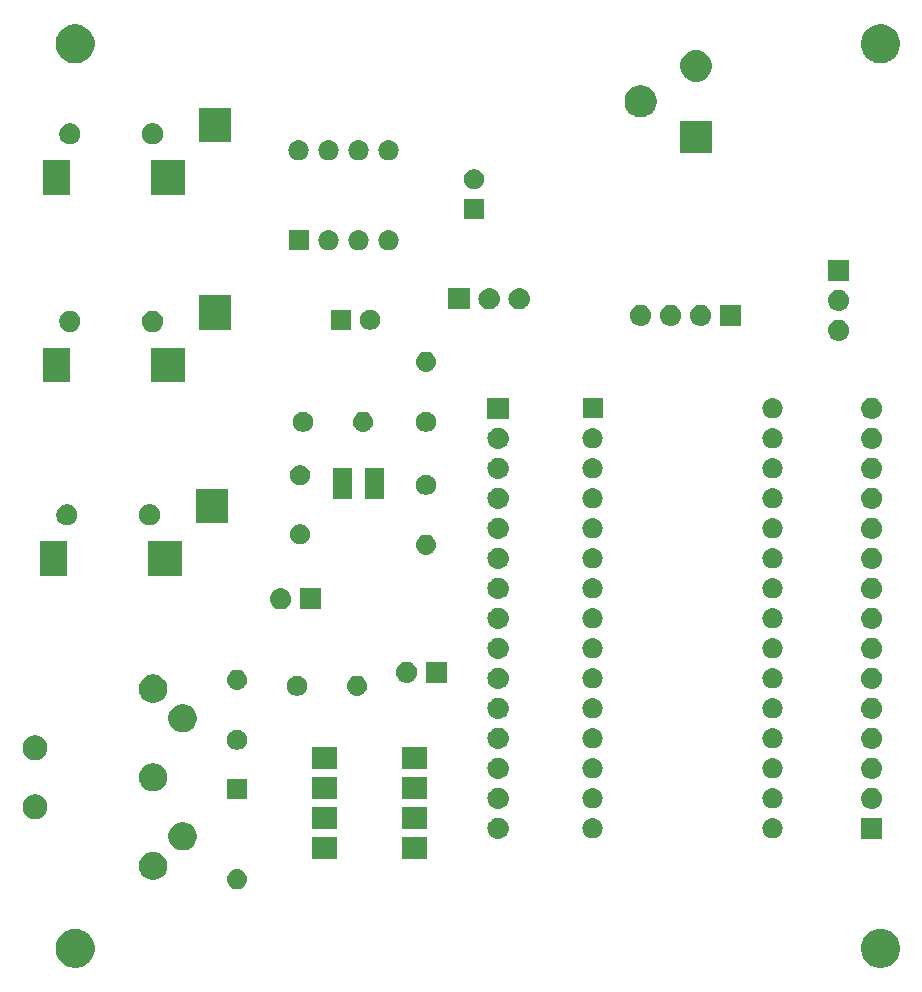
<source format=gbr>
G04 #@! TF.GenerationSoftware,KiCad,Pcbnew,(5.0.1)-rc2*
G04 #@! TF.CreationDate,2018-12-18T19:29:48-05:00*
G04 #@! TF.ProjectId,midi2cv,6D6964693263762E6B696361645F7063,rev?*
G04 #@! TF.SameCoordinates,Original*
G04 #@! TF.FileFunction,Soldermask,Top*
G04 #@! TF.FilePolarity,Negative*
%FSLAX46Y46*%
G04 Gerber Fmt 4.6, Leading zero omitted, Abs format (unit mm)*
G04 Created by KiCad (PCBNEW (5.0.1)-rc2) date 12/18/2018 7:29:48 PM*
%MOMM*%
%LPD*%
G01*
G04 APERTURE LIST*
%ADD10C,0.100000*%
G04 APERTURE END LIST*
D10*
G36*
X201162256Y-122216298D02*
X201268579Y-122237447D01*
X201569042Y-122361903D01*
X201835852Y-122540180D01*
X201839454Y-122542587D01*
X202069413Y-122772546D01*
X202250098Y-123042960D01*
X202374553Y-123343422D01*
X202438000Y-123662389D01*
X202438000Y-123987611D01*
X202374553Y-124306578D01*
X202250098Y-124607040D01*
X202069413Y-124877454D01*
X201839454Y-125107413D01*
X201839451Y-125107415D01*
X201569042Y-125288097D01*
X201268579Y-125412553D01*
X201162256Y-125433702D01*
X200949611Y-125476000D01*
X200624389Y-125476000D01*
X200411744Y-125433702D01*
X200305421Y-125412553D01*
X200004958Y-125288097D01*
X199734549Y-125107415D01*
X199734546Y-125107413D01*
X199504587Y-124877454D01*
X199323902Y-124607040D01*
X199199447Y-124306578D01*
X199136000Y-123987611D01*
X199136000Y-123662389D01*
X199199447Y-123343422D01*
X199323902Y-123042960D01*
X199504587Y-122772546D01*
X199734546Y-122542587D01*
X199738148Y-122540180D01*
X200004958Y-122361903D01*
X200305421Y-122237447D01*
X200411744Y-122216298D01*
X200624389Y-122174000D01*
X200949611Y-122174000D01*
X201162256Y-122216298D01*
X201162256Y-122216298D01*
G37*
G36*
X132963256Y-122216298D02*
X133069579Y-122237447D01*
X133370042Y-122361903D01*
X133636852Y-122540180D01*
X133640454Y-122542587D01*
X133870413Y-122772546D01*
X134051098Y-123042960D01*
X134175553Y-123343422D01*
X134239000Y-123662389D01*
X134239000Y-123987611D01*
X134175553Y-124306578D01*
X134051098Y-124607040D01*
X133870413Y-124877454D01*
X133640454Y-125107413D01*
X133640451Y-125107415D01*
X133370042Y-125288097D01*
X133069579Y-125412553D01*
X132963256Y-125433702D01*
X132750611Y-125476000D01*
X132425389Y-125476000D01*
X132212744Y-125433702D01*
X132106421Y-125412553D01*
X131805958Y-125288097D01*
X131535549Y-125107415D01*
X131535546Y-125107413D01*
X131305587Y-124877454D01*
X131124902Y-124607040D01*
X131000447Y-124306578D01*
X130937000Y-123987611D01*
X130937000Y-123662389D01*
X131000447Y-123343422D01*
X131124902Y-123042960D01*
X131305587Y-122772546D01*
X131535546Y-122542587D01*
X131539148Y-122540180D01*
X131805958Y-122361903D01*
X132106421Y-122237447D01*
X132212744Y-122216298D01*
X132425389Y-122174000D01*
X132750611Y-122174000D01*
X132963256Y-122216298D01*
X132963256Y-122216298D01*
G37*
G36*
X146470821Y-117144313D02*
X146470824Y-117144314D01*
X146470825Y-117144314D01*
X146631239Y-117192975D01*
X146631241Y-117192976D01*
X146631244Y-117192977D01*
X146779078Y-117271995D01*
X146908659Y-117378341D01*
X147015005Y-117507922D01*
X147094023Y-117655756D01*
X147142687Y-117816179D01*
X147159117Y-117983000D01*
X147142687Y-118149821D01*
X147094023Y-118310244D01*
X147015005Y-118458078D01*
X146908659Y-118587659D01*
X146779078Y-118694005D01*
X146631244Y-118773023D01*
X146631241Y-118773024D01*
X146631239Y-118773025D01*
X146470825Y-118821686D01*
X146470824Y-118821686D01*
X146470821Y-118821687D01*
X146345804Y-118834000D01*
X146262196Y-118834000D01*
X146137179Y-118821687D01*
X146137176Y-118821686D01*
X146137175Y-118821686D01*
X145976761Y-118773025D01*
X145976759Y-118773024D01*
X145976756Y-118773023D01*
X145828922Y-118694005D01*
X145699341Y-118587659D01*
X145592995Y-118458078D01*
X145513977Y-118310244D01*
X145465313Y-118149821D01*
X145448883Y-117983000D01*
X145465313Y-117816179D01*
X145513977Y-117655756D01*
X145592995Y-117507922D01*
X145699341Y-117378341D01*
X145828922Y-117271995D01*
X145976756Y-117192977D01*
X145976759Y-117192976D01*
X145976761Y-117192975D01*
X146137175Y-117144314D01*
X146137176Y-117144314D01*
X146137179Y-117144313D01*
X146262196Y-117132000D01*
X146345804Y-117132000D01*
X146470821Y-117144313D01*
X146470821Y-117144313D01*
G37*
G36*
X139542316Y-115685153D02*
X139542318Y-115685154D01*
X139542319Y-115685154D01*
X139623056Y-115718597D01*
X139760888Y-115775688D01*
X139859576Y-115841629D01*
X139957593Y-115907122D01*
X140124878Y-116074407D01*
X140190371Y-116172424D01*
X140256312Y-116271112D01*
X140346847Y-116489684D01*
X140393000Y-116721710D01*
X140393000Y-116958290D01*
X140346847Y-117190316D01*
X140256312Y-117408888D01*
X140190371Y-117507576D01*
X140124878Y-117605593D01*
X139957593Y-117772878D01*
X139892794Y-117816175D01*
X139760888Y-117904312D01*
X139623056Y-117961403D01*
X139542319Y-117994846D01*
X139542318Y-117994846D01*
X139542316Y-117994847D01*
X139310290Y-118041000D01*
X139073710Y-118041000D01*
X138841684Y-117994847D01*
X138841682Y-117994846D01*
X138841681Y-117994846D01*
X138760944Y-117961403D01*
X138623112Y-117904312D01*
X138491206Y-117816175D01*
X138426407Y-117772878D01*
X138259122Y-117605593D01*
X138193629Y-117507576D01*
X138127688Y-117408888D01*
X138037153Y-117190316D01*
X137991000Y-116958290D01*
X137991000Y-116721710D01*
X138037153Y-116489684D01*
X138127688Y-116271112D01*
X138193629Y-116172424D01*
X138259122Y-116074407D01*
X138426407Y-115907122D01*
X138524424Y-115841629D01*
X138623112Y-115775688D01*
X138760944Y-115718597D01*
X138841681Y-115685154D01*
X138841682Y-115685154D01*
X138841684Y-115685153D01*
X139073710Y-115639000D01*
X139310290Y-115639000D01*
X139542316Y-115685153D01*
X139542316Y-115685153D01*
G37*
G36*
X154721000Y-116257000D02*
X152619000Y-116257000D01*
X152619000Y-114375000D01*
X154721000Y-114375000D01*
X154721000Y-116257000D01*
X154721000Y-116257000D01*
G37*
G36*
X162341000Y-116257000D02*
X160239000Y-116257000D01*
X160239000Y-114375000D01*
X162341000Y-114375000D01*
X162341000Y-116257000D01*
X162341000Y-116257000D01*
G37*
G36*
X142042316Y-113185153D02*
X142042318Y-113185154D01*
X142042319Y-113185154D01*
X142123056Y-113218597D01*
X142260888Y-113275688D01*
X142325011Y-113318534D01*
X142457593Y-113407122D01*
X142624878Y-113574407D01*
X142685410Y-113665000D01*
X142756312Y-113771112D01*
X142846847Y-113989684D01*
X142893000Y-114221710D01*
X142893000Y-114458290D01*
X142846847Y-114690316D01*
X142756312Y-114908888D01*
X142690371Y-115007576D01*
X142624878Y-115105593D01*
X142457593Y-115272878D01*
X142359576Y-115338371D01*
X142260888Y-115404312D01*
X142123056Y-115461403D01*
X142042319Y-115494846D01*
X142042318Y-115494846D01*
X142042316Y-115494847D01*
X141810290Y-115541000D01*
X141573710Y-115541000D01*
X141341684Y-115494847D01*
X141341682Y-115494846D01*
X141341681Y-115494846D01*
X141260944Y-115461403D01*
X141123112Y-115404312D01*
X141024424Y-115338371D01*
X140926407Y-115272878D01*
X140759122Y-115105593D01*
X140693629Y-115007576D01*
X140627688Y-114908888D01*
X140537153Y-114690316D01*
X140491000Y-114458290D01*
X140491000Y-114221710D01*
X140537153Y-113989684D01*
X140627688Y-113771112D01*
X140698590Y-113665000D01*
X140759122Y-113574407D01*
X140926407Y-113407122D01*
X141058989Y-113318534D01*
X141123112Y-113275688D01*
X141260944Y-113218597D01*
X141341681Y-113185154D01*
X141341682Y-113185154D01*
X141341684Y-113185153D01*
X141573710Y-113139000D01*
X141810290Y-113139000D01*
X142042316Y-113185153D01*
X142042316Y-113185153D01*
G37*
G36*
X200926000Y-114566000D02*
X199124000Y-114566000D01*
X199124000Y-112764000D01*
X200926000Y-112764000D01*
X200926000Y-114566000D01*
X200926000Y-114566000D01*
G37*
G36*
X168512442Y-112770518D02*
X168578627Y-112777037D01*
X168691853Y-112811384D01*
X168748467Y-112828557D01*
X168835311Y-112874977D01*
X168904991Y-112912222D01*
X168940729Y-112941552D01*
X169042186Y-113024814D01*
X169125448Y-113126271D01*
X169154778Y-113162009D01*
X169154779Y-113162011D01*
X169238443Y-113318533D01*
X169255616Y-113375147D01*
X169289963Y-113488373D01*
X169307359Y-113665000D01*
X169289963Y-113841627D01*
X169255616Y-113954853D01*
X169238443Y-114011467D01*
X169169698Y-114140078D01*
X169154778Y-114167991D01*
X169125448Y-114203729D01*
X169042186Y-114305186D01*
X168940729Y-114388448D01*
X168904991Y-114417778D01*
X168904989Y-114417779D01*
X168748467Y-114501443D01*
X168741069Y-114503687D01*
X168578627Y-114552963D01*
X168512442Y-114559482D01*
X168446260Y-114566000D01*
X168357740Y-114566000D01*
X168291558Y-114559482D01*
X168225373Y-114552963D01*
X168062931Y-114503687D01*
X168055533Y-114501443D01*
X167899011Y-114417779D01*
X167899009Y-114417778D01*
X167863271Y-114388448D01*
X167761814Y-114305186D01*
X167678552Y-114203729D01*
X167649222Y-114167991D01*
X167634302Y-114140078D01*
X167565557Y-114011467D01*
X167548384Y-113954853D01*
X167514037Y-113841627D01*
X167496641Y-113665000D01*
X167514037Y-113488373D01*
X167548384Y-113375147D01*
X167565557Y-113318533D01*
X167649221Y-113162011D01*
X167649222Y-113162009D01*
X167678552Y-113126271D01*
X167761814Y-113024814D01*
X167863271Y-112941552D01*
X167899009Y-112912222D01*
X167968689Y-112874977D01*
X168055533Y-112828557D01*
X168112147Y-112811384D01*
X168225373Y-112777037D01*
X168291558Y-112770518D01*
X168357740Y-112764000D01*
X168446260Y-112764000D01*
X168512442Y-112770518D01*
X168512442Y-112770518D01*
G37*
G36*
X176569821Y-112826313D02*
X176569824Y-112826314D01*
X176569825Y-112826314D01*
X176730239Y-112874975D01*
X176730241Y-112874976D01*
X176730244Y-112874977D01*
X176878078Y-112953995D01*
X177007659Y-113060341D01*
X177114005Y-113189922D01*
X177193023Y-113337756D01*
X177193024Y-113337759D01*
X177193025Y-113337761D01*
X177238713Y-113488375D01*
X177241687Y-113498179D01*
X177258117Y-113665000D01*
X177241687Y-113831821D01*
X177241686Y-113831824D01*
X177241686Y-113831825D01*
X177193801Y-113989681D01*
X177193023Y-113992244D01*
X177114005Y-114140078D01*
X177007659Y-114269659D01*
X176878078Y-114376005D01*
X176730244Y-114455023D01*
X176730241Y-114455024D01*
X176730239Y-114455025D01*
X176569825Y-114503686D01*
X176569824Y-114503686D01*
X176569821Y-114503687D01*
X176444804Y-114516000D01*
X176361196Y-114516000D01*
X176236179Y-114503687D01*
X176236176Y-114503686D01*
X176236175Y-114503686D01*
X176075761Y-114455025D01*
X176075759Y-114455024D01*
X176075756Y-114455023D01*
X175927922Y-114376005D01*
X175798341Y-114269659D01*
X175691995Y-114140078D01*
X175612977Y-113992244D01*
X175612200Y-113989681D01*
X175564314Y-113831825D01*
X175564314Y-113831824D01*
X175564313Y-113831821D01*
X175547883Y-113665000D01*
X175564313Y-113498179D01*
X175567287Y-113488375D01*
X175612975Y-113337761D01*
X175612976Y-113337759D01*
X175612977Y-113337756D01*
X175691995Y-113189922D01*
X175798341Y-113060341D01*
X175927922Y-112953995D01*
X176075756Y-112874977D01*
X176075759Y-112874976D01*
X176075761Y-112874975D01*
X176236175Y-112826314D01*
X176236176Y-112826314D01*
X176236179Y-112826313D01*
X176361196Y-112814000D01*
X176444804Y-112814000D01*
X176569821Y-112826313D01*
X176569821Y-112826313D01*
G37*
G36*
X191809821Y-112826313D02*
X191809824Y-112826314D01*
X191809825Y-112826314D01*
X191970239Y-112874975D01*
X191970241Y-112874976D01*
X191970244Y-112874977D01*
X192118078Y-112953995D01*
X192247659Y-113060341D01*
X192354005Y-113189922D01*
X192433023Y-113337756D01*
X192433024Y-113337759D01*
X192433025Y-113337761D01*
X192478713Y-113488375D01*
X192481687Y-113498179D01*
X192498117Y-113665000D01*
X192481687Y-113831821D01*
X192481686Y-113831824D01*
X192481686Y-113831825D01*
X192433801Y-113989681D01*
X192433023Y-113992244D01*
X192354005Y-114140078D01*
X192247659Y-114269659D01*
X192118078Y-114376005D01*
X191970244Y-114455023D01*
X191970241Y-114455024D01*
X191970239Y-114455025D01*
X191809825Y-114503686D01*
X191809824Y-114503686D01*
X191809821Y-114503687D01*
X191684804Y-114516000D01*
X191601196Y-114516000D01*
X191476179Y-114503687D01*
X191476176Y-114503686D01*
X191476175Y-114503686D01*
X191315761Y-114455025D01*
X191315759Y-114455024D01*
X191315756Y-114455023D01*
X191167922Y-114376005D01*
X191038341Y-114269659D01*
X190931995Y-114140078D01*
X190852977Y-113992244D01*
X190852200Y-113989681D01*
X190804314Y-113831825D01*
X190804314Y-113831824D01*
X190804313Y-113831821D01*
X190787883Y-113665000D01*
X190804313Y-113498179D01*
X190807287Y-113488375D01*
X190852975Y-113337761D01*
X190852976Y-113337759D01*
X190852977Y-113337756D01*
X190931995Y-113189922D01*
X191038341Y-113060341D01*
X191167922Y-112953995D01*
X191315756Y-112874977D01*
X191315759Y-112874976D01*
X191315761Y-112874975D01*
X191476175Y-112826314D01*
X191476176Y-112826314D01*
X191476179Y-112826313D01*
X191601196Y-112814000D01*
X191684804Y-112814000D01*
X191809821Y-112826313D01*
X191809821Y-112826313D01*
G37*
G36*
X154721000Y-113717000D02*
X152619000Y-113717000D01*
X152619000Y-111835000D01*
X154721000Y-111835000D01*
X154721000Y-113717000D01*
X154721000Y-113717000D01*
G37*
G36*
X162341000Y-113717000D02*
X160239000Y-113717000D01*
X160239000Y-111835000D01*
X162341000Y-111835000D01*
X162341000Y-113717000D01*
X162341000Y-113717000D01*
G37*
G36*
X129498565Y-110829389D02*
X129689834Y-110908615D01*
X129861976Y-111023637D01*
X130008363Y-111170024D01*
X130123385Y-111342166D01*
X130202611Y-111533435D01*
X130243000Y-111736484D01*
X130243000Y-111943516D01*
X130202611Y-112146565D01*
X130123385Y-112337834D01*
X130008363Y-112509976D01*
X129861976Y-112656363D01*
X129689834Y-112771385D01*
X129498565Y-112850611D01*
X129295516Y-112891000D01*
X129088484Y-112891000D01*
X128885435Y-112850611D01*
X128694166Y-112771385D01*
X128522024Y-112656363D01*
X128375637Y-112509976D01*
X128260615Y-112337834D01*
X128181389Y-112146565D01*
X128141000Y-111943516D01*
X128141000Y-111736484D01*
X128181389Y-111533435D01*
X128260615Y-111342166D01*
X128375637Y-111170024D01*
X128522024Y-111023637D01*
X128694166Y-110908615D01*
X128885435Y-110829389D01*
X129088484Y-110789000D01*
X129295516Y-110789000D01*
X129498565Y-110829389D01*
X129498565Y-110829389D01*
G37*
G36*
X200135443Y-110230519D02*
X200201627Y-110237037D01*
X200314853Y-110271384D01*
X200371467Y-110288557D01*
X200458311Y-110334977D01*
X200527991Y-110372222D01*
X200563729Y-110401552D01*
X200665186Y-110484814D01*
X200748448Y-110586271D01*
X200777778Y-110622009D01*
X200777779Y-110622011D01*
X200861443Y-110778533D01*
X200876870Y-110829389D01*
X200912963Y-110948373D01*
X200930359Y-111125000D01*
X200912963Y-111301627D01*
X200878616Y-111414853D01*
X200861443Y-111471467D01*
X200828320Y-111533435D01*
X200777778Y-111627991D01*
X200748448Y-111663729D01*
X200665186Y-111765186D01*
X200563729Y-111848448D01*
X200527991Y-111877778D01*
X200527989Y-111877779D01*
X200371467Y-111961443D01*
X200364069Y-111963687D01*
X200201627Y-112012963D01*
X200135442Y-112019482D01*
X200069260Y-112026000D01*
X199980740Y-112026000D01*
X199914558Y-112019482D01*
X199848373Y-112012963D01*
X199685931Y-111963687D01*
X199678533Y-111961443D01*
X199522011Y-111877779D01*
X199522009Y-111877778D01*
X199486271Y-111848448D01*
X199384814Y-111765186D01*
X199301552Y-111663729D01*
X199272222Y-111627991D01*
X199221680Y-111533435D01*
X199188557Y-111471467D01*
X199171384Y-111414853D01*
X199137037Y-111301627D01*
X199119641Y-111125000D01*
X199137037Y-110948373D01*
X199173130Y-110829389D01*
X199188557Y-110778533D01*
X199272221Y-110622011D01*
X199272222Y-110622009D01*
X199301552Y-110586271D01*
X199384814Y-110484814D01*
X199486271Y-110401552D01*
X199522009Y-110372222D01*
X199591689Y-110334977D01*
X199678533Y-110288557D01*
X199735147Y-110271384D01*
X199848373Y-110237037D01*
X199914557Y-110230519D01*
X199980740Y-110224000D01*
X200069260Y-110224000D01*
X200135443Y-110230519D01*
X200135443Y-110230519D01*
G37*
G36*
X168512443Y-110230519D02*
X168578627Y-110237037D01*
X168691853Y-110271384D01*
X168748467Y-110288557D01*
X168835311Y-110334977D01*
X168904991Y-110372222D01*
X168940729Y-110401552D01*
X169042186Y-110484814D01*
X169125448Y-110586271D01*
X169154778Y-110622009D01*
X169154779Y-110622011D01*
X169238443Y-110778533D01*
X169253870Y-110829389D01*
X169289963Y-110948373D01*
X169307359Y-111125000D01*
X169289963Y-111301627D01*
X169255616Y-111414853D01*
X169238443Y-111471467D01*
X169205320Y-111533435D01*
X169154778Y-111627991D01*
X169125448Y-111663729D01*
X169042186Y-111765186D01*
X168940729Y-111848448D01*
X168904991Y-111877778D01*
X168904989Y-111877779D01*
X168748467Y-111961443D01*
X168741069Y-111963687D01*
X168578627Y-112012963D01*
X168512442Y-112019482D01*
X168446260Y-112026000D01*
X168357740Y-112026000D01*
X168291558Y-112019482D01*
X168225373Y-112012963D01*
X168062931Y-111963687D01*
X168055533Y-111961443D01*
X167899011Y-111877779D01*
X167899009Y-111877778D01*
X167863271Y-111848448D01*
X167761814Y-111765186D01*
X167678552Y-111663729D01*
X167649222Y-111627991D01*
X167598680Y-111533435D01*
X167565557Y-111471467D01*
X167548384Y-111414853D01*
X167514037Y-111301627D01*
X167496641Y-111125000D01*
X167514037Y-110948373D01*
X167550130Y-110829389D01*
X167565557Y-110778533D01*
X167649221Y-110622011D01*
X167649222Y-110622009D01*
X167678552Y-110586271D01*
X167761814Y-110484814D01*
X167863271Y-110401552D01*
X167899009Y-110372222D01*
X167968689Y-110334977D01*
X168055533Y-110288557D01*
X168112147Y-110271384D01*
X168225373Y-110237037D01*
X168291557Y-110230519D01*
X168357740Y-110224000D01*
X168446260Y-110224000D01*
X168512443Y-110230519D01*
X168512443Y-110230519D01*
G37*
G36*
X191809821Y-110286313D02*
X191809824Y-110286314D01*
X191809825Y-110286314D01*
X191970239Y-110334975D01*
X191970241Y-110334976D01*
X191970244Y-110334977D01*
X192118078Y-110413995D01*
X192247659Y-110520341D01*
X192354005Y-110649922D01*
X192433023Y-110797756D01*
X192433024Y-110797759D01*
X192433025Y-110797761D01*
X192478713Y-110948375D01*
X192481687Y-110958179D01*
X192498117Y-111125000D01*
X192481687Y-111291821D01*
X192481686Y-111291824D01*
X192481686Y-111291825D01*
X192466416Y-111342165D01*
X192433023Y-111452244D01*
X192354005Y-111600078D01*
X192247659Y-111729659D01*
X192118078Y-111836005D01*
X191970244Y-111915023D01*
X191970241Y-111915024D01*
X191970239Y-111915025D01*
X191809825Y-111963686D01*
X191809824Y-111963686D01*
X191809821Y-111963687D01*
X191684804Y-111976000D01*
X191601196Y-111976000D01*
X191476179Y-111963687D01*
X191476176Y-111963686D01*
X191476175Y-111963686D01*
X191315761Y-111915025D01*
X191315759Y-111915024D01*
X191315756Y-111915023D01*
X191167922Y-111836005D01*
X191038341Y-111729659D01*
X190931995Y-111600078D01*
X190852977Y-111452244D01*
X190819585Y-111342165D01*
X190804314Y-111291825D01*
X190804314Y-111291824D01*
X190804313Y-111291821D01*
X190787883Y-111125000D01*
X190804313Y-110958179D01*
X190807287Y-110948375D01*
X190852975Y-110797761D01*
X190852976Y-110797759D01*
X190852977Y-110797756D01*
X190931995Y-110649922D01*
X191038341Y-110520341D01*
X191167922Y-110413995D01*
X191315756Y-110334977D01*
X191315759Y-110334976D01*
X191315761Y-110334975D01*
X191476175Y-110286314D01*
X191476176Y-110286314D01*
X191476179Y-110286313D01*
X191601196Y-110274000D01*
X191684804Y-110274000D01*
X191809821Y-110286313D01*
X191809821Y-110286313D01*
G37*
G36*
X176569821Y-110286313D02*
X176569824Y-110286314D01*
X176569825Y-110286314D01*
X176730239Y-110334975D01*
X176730241Y-110334976D01*
X176730244Y-110334977D01*
X176878078Y-110413995D01*
X177007659Y-110520341D01*
X177114005Y-110649922D01*
X177193023Y-110797756D01*
X177193024Y-110797759D01*
X177193025Y-110797761D01*
X177238713Y-110948375D01*
X177241687Y-110958179D01*
X177258117Y-111125000D01*
X177241687Y-111291821D01*
X177241686Y-111291824D01*
X177241686Y-111291825D01*
X177226416Y-111342165D01*
X177193023Y-111452244D01*
X177114005Y-111600078D01*
X177007659Y-111729659D01*
X176878078Y-111836005D01*
X176730244Y-111915023D01*
X176730241Y-111915024D01*
X176730239Y-111915025D01*
X176569825Y-111963686D01*
X176569824Y-111963686D01*
X176569821Y-111963687D01*
X176444804Y-111976000D01*
X176361196Y-111976000D01*
X176236179Y-111963687D01*
X176236176Y-111963686D01*
X176236175Y-111963686D01*
X176075761Y-111915025D01*
X176075759Y-111915024D01*
X176075756Y-111915023D01*
X175927922Y-111836005D01*
X175798341Y-111729659D01*
X175691995Y-111600078D01*
X175612977Y-111452244D01*
X175579585Y-111342165D01*
X175564314Y-111291825D01*
X175564314Y-111291824D01*
X175564313Y-111291821D01*
X175547883Y-111125000D01*
X175564313Y-110958179D01*
X175567287Y-110948375D01*
X175612975Y-110797761D01*
X175612976Y-110797759D01*
X175612977Y-110797756D01*
X175691995Y-110649922D01*
X175798341Y-110520341D01*
X175927922Y-110413995D01*
X176075756Y-110334977D01*
X176075759Y-110334976D01*
X176075761Y-110334975D01*
X176236175Y-110286314D01*
X176236176Y-110286314D01*
X176236179Y-110286313D01*
X176361196Y-110274000D01*
X176444804Y-110274000D01*
X176569821Y-110286313D01*
X176569821Y-110286313D01*
G37*
G36*
X147155000Y-111214000D02*
X145453000Y-111214000D01*
X145453000Y-109512000D01*
X147155000Y-109512000D01*
X147155000Y-111214000D01*
X147155000Y-111214000D01*
G37*
G36*
X162341000Y-111177000D02*
X160239000Y-111177000D01*
X160239000Y-109295000D01*
X162341000Y-109295000D01*
X162341000Y-111177000D01*
X162341000Y-111177000D01*
G37*
G36*
X154721000Y-111177000D02*
X152619000Y-111177000D01*
X152619000Y-109295000D01*
X154721000Y-109295000D01*
X154721000Y-111177000D01*
X154721000Y-111177000D01*
G37*
G36*
X139542316Y-108185153D02*
X139542318Y-108185154D01*
X139542319Y-108185154D01*
X139623056Y-108218597D01*
X139760888Y-108275688D01*
X139859576Y-108341629D01*
X139957593Y-108407122D01*
X140124878Y-108574407D01*
X140166701Y-108637000D01*
X140256312Y-108771112D01*
X140256312Y-108771113D01*
X140322733Y-108931466D01*
X140346847Y-108989684D01*
X140393000Y-109221710D01*
X140393000Y-109458290D01*
X140346847Y-109690316D01*
X140256312Y-109908888D01*
X140190371Y-110007576D01*
X140124878Y-110105593D01*
X139957593Y-110272878D01*
X139864658Y-110334975D01*
X139760888Y-110404312D01*
X139623056Y-110461403D01*
X139542319Y-110494846D01*
X139542318Y-110494846D01*
X139542316Y-110494847D01*
X139310290Y-110541000D01*
X139073710Y-110541000D01*
X138841684Y-110494847D01*
X138841682Y-110494846D01*
X138841681Y-110494846D01*
X138760944Y-110461403D01*
X138623112Y-110404312D01*
X138519342Y-110334975D01*
X138426407Y-110272878D01*
X138259122Y-110105593D01*
X138193629Y-110007576D01*
X138127688Y-109908888D01*
X138037153Y-109690316D01*
X137991000Y-109458290D01*
X137991000Y-109221710D01*
X138037153Y-108989684D01*
X138061268Y-108931466D01*
X138127688Y-108771113D01*
X138127688Y-108771112D01*
X138217299Y-108637000D01*
X138259122Y-108574407D01*
X138426407Y-108407122D01*
X138524424Y-108341629D01*
X138623112Y-108275688D01*
X138760944Y-108218597D01*
X138841681Y-108185154D01*
X138841682Y-108185154D01*
X138841684Y-108185153D01*
X139073710Y-108139000D01*
X139310290Y-108139000D01*
X139542316Y-108185153D01*
X139542316Y-108185153D01*
G37*
G36*
X168512443Y-107690519D02*
X168578627Y-107697037D01*
X168691853Y-107731384D01*
X168748467Y-107748557D01*
X168835311Y-107794977D01*
X168904991Y-107832222D01*
X168927398Y-107850611D01*
X169042186Y-107944814D01*
X169125448Y-108046271D01*
X169154778Y-108082009D01*
X169154779Y-108082011D01*
X169238443Y-108238533D01*
X169249714Y-108275688D01*
X169289963Y-108408373D01*
X169307359Y-108585000D01*
X169289963Y-108761627D01*
X169287085Y-108771113D01*
X169238443Y-108931467D01*
X169207325Y-108989684D01*
X169154778Y-109087991D01*
X169125448Y-109123729D01*
X169042186Y-109225186D01*
X168940729Y-109308448D01*
X168904991Y-109337778D01*
X168904989Y-109337779D01*
X168748467Y-109421443D01*
X168741069Y-109423687D01*
X168578627Y-109472963D01*
X168512442Y-109479482D01*
X168446260Y-109486000D01*
X168357740Y-109486000D01*
X168291558Y-109479482D01*
X168225373Y-109472963D01*
X168062931Y-109423687D01*
X168055533Y-109421443D01*
X167899011Y-109337779D01*
X167899009Y-109337778D01*
X167863271Y-109308448D01*
X167761814Y-109225186D01*
X167678552Y-109123729D01*
X167649222Y-109087991D01*
X167596675Y-108989684D01*
X167565557Y-108931467D01*
X167516915Y-108771113D01*
X167514037Y-108761627D01*
X167496641Y-108585000D01*
X167514037Y-108408373D01*
X167554286Y-108275688D01*
X167565557Y-108238533D01*
X167649221Y-108082011D01*
X167649222Y-108082009D01*
X167678552Y-108046271D01*
X167761814Y-107944814D01*
X167876602Y-107850611D01*
X167899009Y-107832222D01*
X167968689Y-107794977D01*
X168055533Y-107748557D01*
X168112147Y-107731384D01*
X168225373Y-107697037D01*
X168291557Y-107690519D01*
X168357740Y-107684000D01*
X168446260Y-107684000D01*
X168512443Y-107690519D01*
X168512443Y-107690519D01*
G37*
G36*
X200135443Y-107690519D02*
X200201627Y-107697037D01*
X200314853Y-107731384D01*
X200371467Y-107748557D01*
X200458311Y-107794977D01*
X200527991Y-107832222D01*
X200550398Y-107850611D01*
X200665186Y-107944814D01*
X200748448Y-108046271D01*
X200777778Y-108082009D01*
X200777779Y-108082011D01*
X200861443Y-108238533D01*
X200872714Y-108275688D01*
X200912963Y-108408373D01*
X200930359Y-108585000D01*
X200912963Y-108761627D01*
X200910085Y-108771113D01*
X200861443Y-108931467D01*
X200830325Y-108989684D01*
X200777778Y-109087991D01*
X200748448Y-109123729D01*
X200665186Y-109225186D01*
X200563729Y-109308448D01*
X200527991Y-109337778D01*
X200527989Y-109337779D01*
X200371467Y-109421443D01*
X200364069Y-109423687D01*
X200201627Y-109472963D01*
X200135442Y-109479482D01*
X200069260Y-109486000D01*
X199980740Y-109486000D01*
X199914558Y-109479482D01*
X199848373Y-109472963D01*
X199685931Y-109423687D01*
X199678533Y-109421443D01*
X199522011Y-109337779D01*
X199522009Y-109337778D01*
X199486271Y-109308448D01*
X199384814Y-109225186D01*
X199301552Y-109123729D01*
X199272222Y-109087991D01*
X199219675Y-108989684D01*
X199188557Y-108931467D01*
X199139915Y-108771113D01*
X199137037Y-108761627D01*
X199119641Y-108585000D01*
X199137037Y-108408373D01*
X199177286Y-108275688D01*
X199188557Y-108238533D01*
X199272221Y-108082011D01*
X199272222Y-108082009D01*
X199301552Y-108046271D01*
X199384814Y-107944814D01*
X199499602Y-107850611D01*
X199522009Y-107832222D01*
X199591689Y-107794977D01*
X199678533Y-107748557D01*
X199735147Y-107731384D01*
X199848373Y-107697037D01*
X199914557Y-107690519D01*
X199980740Y-107684000D01*
X200069260Y-107684000D01*
X200135443Y-107690519D01*
X200135443Y-107690519D01*
G37*
G36*
X191809821Y-107746313D02*
X191809824Y-107746314D01*
X191809825Y-107746314D01*
X191970239Y-107794975D01*
X191970241Y-107794976D01*
X191970244Y-107794977D01*
X192118078Y-107873995D01*
X192247659Y-107980341D01*
X192354005Y-108109922D01*
X192433023Y-108257756D01*
X192433024Y-108257759D01*
X192433025Y-108257761D01*
X192478713Y-108408375D01*
X192481687Y-108418179D01*
X192498117Y-108585000D01*
X192481687Y-108751821D01*
X192481686Y-108751824D01*
X192481686Y-108751825D01*
X192478713Y-108761627D01*
X192433023Y-108912244D01*
X192354005Y-109060078D01*
X192247659Y-109189659D01*
X192118078Y-109296005D01*
X191970244Y-109375023D01*
X191970241Y-109375024D01*
X191970239Y-109375025D01*
X191809825Y-109423686D01*
X191809824Y-109423686D01*
X191809821Y-109423687D01*
X191684804Y-109436000D01*
X191601196Y-109436000D01*
X191476179Y-109423687D01*
X191476176Y-109423686D01*
X191476175Y-109423686D01*
X191315761Y-109375025D01*
X191315759Y-109375024D01*
X191315756Y-109375023D01*
X191167922Y-109296005D01*
X191038341Y-109189659D01*
X190931995Y-109060078D01*
X190852977Y-108912244D01*
X190807288Y-108761627D01*
X190804314Y-108751825D01*
X190804314Y-108751824D01*
X190804313Y-108751821D01*
X190787883Y-108585000D01*
X190804313Y-108418179D01*
X190807287Y-108408375D01*
X190852975Y-108257761D01*
X190852976Y-108257759D01*
X190852977Y-108257756D01*
X190931995Y-108109922D01*
X191038341Y-107980341D01*
X191167922Y-107873995D01*
X191315756Y-107794977D01*
X191315759Y-107794976D01*
X191315761Y-107794975D01*
X191476175Y-107746314D01*
X191476176Y-107746314D01*
X191476179Y-107746313D01*
X191601196Y-107734000D01*
X191684804Y-107734000D01*
X191809821Y-107746313D01*
X191809821Y-107746313D01*
G37*
G36*
X176569821Y-107746313D02*
X176569824Y-107746314D01*
X176569825Y-107746314D01*
X176730239Y-107794975D01*
X176730241Y-107794976D01*
X176730244Y-107794977D01*
X176878078Y-107873995D01*
X177007659Y-107980341D01*
X177114005Y-108109922D01*
X177193023Y-108257756D01*
X177193024Y-108257759D01*
X177193025Y-108257761D01*
X177238713Y-108408375D01*
X177241687Y-108418179D01*
X177258117Y-108585000D01*
X177241687Y-108751821D01*
X177241686Y-108751824D01*
X177241686Y-108751825D01*
X177238713Y-108761627D01*
X177193023Y-108912244D01*
X177114005Y-109060078D01*
X177007659Y-109189659D01*
X176878078Y-109296005D01*
X176730244Y-109375023D01*
X176730241Y-109375024D01*
X176730239Y-109375025D01*
X176569825Y-109423686D01*
X176569824Y-109423686D01*
X176569821Y-109423687D01*
X176444804Y-109436000D01*
X176361196Y-109436000D01*
X176236179Y-109423687D01*
X176236176Y-109423686D01*
X176236175Y-109423686D01*
X176075761Y-109375025D01*
X176075759Y-109375024D01*
X176075756Y-109375023D01*
X175927922Y-109296005D01*
X175798341Y-109189659D01*
X175691995Y-109060078D01*
X175612977Y-108912244D01*
X175567288Y-108761627D01*
X175564314Y-108751825D01*
X175564314Y-108751824D01*
X175564313Y-108751821D01*
X175547883Y-108585000D01*
X175564313Y-108418179D01*
X175567287Y-108408375D01*
X175612975Y-108257761D01*
X175612976Y-108257759D01*
X175612977Y-108257756D01*
X175691995Y-108109922D01*
X175798341Y-107980341D01*
X175927922Y-107873995D01*
X176075756Y-107794977D01*
X176075759Y-107794976D01*
X176075761Y-107794975D01*
X176236175Y-107746314D01*
X176236176Y-107746314D01*
X176236179Y-107746313D01*
X176361196Y-107734000D01*
X176444804Y-107734000D01*
X176569821Y-107746313D01*
X176569821Y-107746313D01*
G37*
G36*
X154721000Y-108637000D02*
X152619000Y-108637000D01*
X152619000Y-106755000D01*
X154721000Y-106755000D01*
X154721000Y-108637000D01*
X154721000Y-108637000D01*
G37*
G36*
X162341000Y-108637000D02*
X160239000Y-108637000D01*
X160239000Y-106755000D01*
X162341000Y-106755000D01*
X162341000Y-108637000D01*
X162341000Y-108637000D01*
G37*
G36*
X129498565Y-105829389D02*
X129689834Y-105908615D01*
X129861976Y-106023637D01*
X130008363Y-106170024D01*
X130123385Y-106342166D01*
X130202611Y-106533435D01*
X130243000Y-106736484D01*
X130243000Y-106943516D01*
X130202611Y-107146565D01*
X130123385Y-107337834D01*
X130008363Y-107509976D01*
X129861976Y-107656363D01*
X129689834Y-107771385D01*
X129498565Y-107850611D01*
X129295516Y-107891000D01*
X129088484Y-107891000D01*
X128885435Y-107850611D01*
X128694166Y-107771385D01*
X128522024Y-107656363D01*
X128375637Y-107509976D01*
X128260615Y-107337834D01*
X128181389Y-107146565D01*
X128141000Y-106943516D01*
X128141000Y-106736484D01*
X128181389Y-106533435D01*
X128260615Y-106342166D01*
X128375637Y-106170024D01*
X128522024Y-106023637D01*
X128694166Y-105908615D01*
X128885435Y-105829389D01*
X129088484Y-105789000D01*
X129295516Y-105789000D01*
X129498565Y-105829389D01*
X129498565Y-105829389D01*
G37*
G36*
X146552228Y-105353703D02*
X146707100Y-105417853D01*
X146846481Y-105510985D01*
X146965015Y-105629519D01*
X147058147Y-105768900D01*
X147122297Y-105923772D01*
X147155000Y-106088184D01*
X147155000Y-106255816D01*
X147122297Y-106420228D01*
X147058147Y-106575100D01*
X146965015Y-106714481D01*
X146846481Y-106833015D01*
X146707100Y-106926147D01*
X146552228Y-106990297D01*
X146387816Y-107023000D01*
X146220184Y-107023000D01*
X146055772Y-106990297D01*
X145900900Y-106926147D01*
X145761519Y-106833015D01*
X145642985Y-106714481D01*
X145549853Y-106575100D01*
X145485703Y-106420228D01*
X145453000Y-106255816D01*
X145453000Y-106088184D01*
X145485703Y-105923772D01*
X145549853Y-105768900D01*
X145642985Y-105629519D01*
X145761519Y-105510985D01*
X145900900Y-105417853D01*
X146055772Y-105353703D01*
X146220184Y-105321000D01*
X146387816Y-105321000D01*
X146552228Y-105353703D01*
X146552228Y-105353703D01*
G37*
G36*
X168512443Y-105150519D02*
X168578627Y-105157037D01*
X168691853Y-105191384D01*
X168748467Y-105208557D01*
X168868801Y-105272878D01*
X168904991Y-105292222D01*
X168940057Y-105321000D01*
X169042186Y-105404814D01*
X169116072Y-105494846D01*
X169154778Y-105542009D01*
X169154779Y-105542011D01*
X169238443Y-105698533D01*
X169255616Y-105755147D01*
X169289963Y-105868373D01*
X169307359Y-106045000D01*
X169289963Y-106221627D01*
X169255616Y-106334853D01*
X169238443Y-106391467D01*
X169169698Y-106520078D01*
X169154778Y-106547991D01*
X169132530Y-106575100D01*
X169042186Y-106685186D01*
X168940729Y-106768448D01*
X168904991Y-106797778D01*
X168904989Y-106797779D01*
X168748467Y-106881443D01*
X168741069Y-106883687D01*
X168578627Y-106932963D01*
X168512442Y-106939482D01*
X168446260Y-106946000D01*
X168357740Y-106946000D01*
X168291558Y-106939482D01*
X168225373Y-106932963D01*
X168062931Y-106883687D01*
X168055533Y-106881443D01*
X167899011Y-106797779D01*
X167899009Y-106797778D01*
X167863271Y-106768448D01*
X167761814Y-106685186D01*
X167671470Y-106575100D01*
X167649222Y-106547991D01*
X167634302Y-106520078D01*
X167565557Y-106391467D01*
X167548384Y-106334853D01*
X167514037Y-106221627D01*
X167496641Y-106045000D01*
X167514037Y-105868373D01*
X167548384Y-105755147D01*
X167565557Y-105698533D01*
X167649221Y-105542011D01*
X167649222Y-105542009D01*
X167687928Y-105494846D01*
X167761814Y-105404814D01*
X167863943Y-105321000D01*
X167899009Y-105292222D01*
X167935199Y-105272878D01*
X168055533Y-105208557D01*
X168112147Y-105191384D01*
X168225373Y-105157037D01*
X168291558Y-105150518D01*
X168357740Y-105144000D01*
X168446260Y-105144000D01*
X168512443Y-105150519D01*
X168512443Y-105150519D01*
G37*
G36*
X200135443Y-105150519D02*
X200201627Y-105157037D01*
X200314853Y-105191384D01*
X200371467Y-105208557D01*
X200491801Y-105272878D01*
X200527991Y-105292222D01*
X200563057Y-105321000D01*
X200665186Y-105404814D01*
X200739072Y-105494846D01*
X200777778Y-105542009D01*
X200777779Y-105542011D01*
X200861443Y-105698533D01*
X200878616Y-105755147D01*
X200912963Y-105868373D01*
X200930359Y-106045000D01*
X200912963Y-106221627D01*
X200878616Y-106334853D01*
X200861443Y-106391467D01*
X200792698Y-106520078D01*
X200777778Y-106547991D01*
X200755530Y-106575100D01*
X200665186Y-106685186D01*
X200563729Y-106768448D01*
X200527991Y-106797778D01*
X200527989Y-106797779D01*
X200371467Y-106881443D01*
X200364069Y-106883687D01*
X200201627Y-106932963D01*
X200135442Y-106939482D01*
X200069260Y-106946000D01*
X199980740Y-106946000D01*
X199914558Y-106939482D01*
X199848373Y-106932963D01*
X199685931Y-106883687D01*
X199678533Y-106881443D01*
X199522011Y-106797779D01*
X199522009Y-106797778D01*
X199486271Y-106768448D01*
X199384814Y-106685186D01*
X199294470Y-106575100D01*
X199272222Y-106547991D01*
X199257302Y-106520078D01*
X199188557Y-106391467D01*
X199171384Y-106334853D01*
X199137037Y-106221627D01*
X199119641Y-106045000D01*
X199137037Y-105868373D01*
X199171384Y-105755147D01*
X199188557Y-105698533D01*
X199272221Y-105542011D01*
X199272222Y-105542009D01*
X199310928Y-105494846D01*
X199384814Y-105404814D01*
X199486943Y-105321000D01*
X199522009Y-105292222D01*
X199558199Y-105272878D01*
X199678533Y-105208557D01*
X199735147Y-105191384D01*
X199848373Y-105157037D01*
X199914558Y-105150518D01*
X199980740Y-105144000D01*
X200069260Y-105144000D01*
X200135443Y-105150519D01*
X200135443Y-105150519D01*
G37*
G36*
X176569821Y-105206313D02*
X176569824Y-105206314D01*
X176569825Y-105206314D01*
X176730239Y-105254975D01*
X176730241Y-105254976D01*
X176730244Y-105254977D01*
X176878078Y-105333995D01*
X177007659Y-105440341D01*
X177114005Y-105569922D01*
X177193023Y-105717756D01*
X177193024Y-105717759D01*
X177193025Y-105717761D01*
X177238713Y-105868375D01*
X177241687Y-105878179D01*
X177258117Y-106045000D01*
X177241687Y-106211821D01*
X177241686Y-106211824D01*
X177241686Y-106211825D01*
X177202148Y-106342166D01*
X177193023Y-106372244D01*
X177114005Y-106520078D01*
X177007659Y-106649659D01*
X176878078Y-106756005D01*
X176730244Y-106835023D01*
X176730241Y-106835024D01*
X176730239Y-106835025D01*
X176569825Y-106883686D01*
X176569824Y-106883686D01*
X176569821Y-106883687D01*
X176444804Y-106896000D01*
X176361196Y-106896000D01*
X176236179Y-106883687D01*
X176236176Y-106883686D01*
X176236175Y-106883686D01*
X176075761Y-106835025D01*
X176075759Y-106835024D01*
X176075756Y-106835023D01*
X175927922Y-106756005D01*
X175798341Y-106649659D01*
X175691995Y-106520078D01*
X175612977Y-106372244D01*
X175603853Y-106342166D01*
X175564314Y-106211825D01*
X175564314Y-106211824D01*
X175564313Y-106211821D01*
X175547883Y-106045000D01*
X175564313Y-105878179D01*
X175567287Y-105868375D01*
X175612975Y-105717761D01*
X175612976Y-105717759D01*
X175612977Y-105717756D01*
X175691995Y-105569922D01*
X175798341Y-105440341D01*
X175927922Y-105333995D01*
X176075756Y-105254977D01*
X176075759Y-105254976D01*
X176075761Y-105254975D01*
X176236175Y-105206314D01*
X176236176Y-105206314D01*
X176236179Y-105206313D01*
X176361196Y-105194000D01*
X176444804Y-105194000D01*
X176569821Y-105206313D01*
X176569821Y-105206313D01*
G37*
G36*
X191809821Y-105206313D02*
X191809824Y-105206314D01*
X191809825Y-105206314D01*
X191970239Y-105254975D01*
X191970241Y-105254976D01*
X191970244Y-105254977D01*
X192118078Y-105333995D01*
X192247659Y-105440341D01*
X192354005Y-105569922D01*
X192433023Y-105717756D01*
X192433024Y-105717759D01*
X192433025Y-105717761D01*
X192478713Y-105868375D01*
X192481687Y-105878179D01*
X192498117Y-106045000D01*
X192481687Y-106211821D01*
X192481686Y-106211824D01*
X192481686Y-106211825D01*
X192442148Y-106342166D01*
X192433023Y-106372244D01*
X192354005Y-106520078D01*
X192247659Y-106649659D01*
X192118078Y-106756005D01*
X191970244Y-106835023D01*
X191970241Y-106835024D01*
X191970239Y-106835025D01*
X191809825Y-106883686D01*
X191809824Y-106883686D01*
X191809821Y-106883687D01*
X191684804Y-106896000D01*
X191601196Y-106896000D01*
X191476179Y-106883687D01*
X191476176Y-106883686D01*
X191476175Y-106883686D01*
X191315761Y-106835025D01*
X191315759Y-106835024D01*
X191315756Y-106835023D01*
X191167922Y-106756005D01*
X191038341Y-106649659D01*
X190931995Y-106520078D01*
X190852977Y-106372244D01*
X190843853Y-106342166D01*
X190804314Y-106211825D01*
X190804314Y-106211824D01*
X190804313Y-106211821D01*
X190787883Y-106045000D01*
X190804313Y-105878179D01*
X190807287Y-105868375D01*
X190852975Y-105717761D01*
X190852976Y-105717759D01*
X190852977Y-105717756D01*
X190931995Y-105569922D01*
X191038341Y-105440341D01*
X191167922Y-105333995D01*
X191315756Y-105254977D01*
X191315759Y-105254976D01*
X191315761Y-105254975D01*
X191476175Y-105206314D01*
X191476176Y-105206314D01*
X191476179Y-105206313D01*
X191601196Y-105194000D01*
X191684804Y-105194000D01*
X191809821Y-105206313D01*
X191809821Y-105206313D01*
G37*
G36*
X142042316Y-103185153D02*
X142042318Y-103185154D01*
X142042319Y-103185154D01*
X142123056Y-103218597D01*
X142260888Y-103275688D01*
X142339736Y-103328373D01*
X142457593Y-103407122D01*
X142624878Y-103574407D01*
X142689968Y-103671821D01*
X142756312Y-103771112D01*
X142846847Y-103989684D01*
X142893000Y-104221710D01*
X142893000Y-104458290D01*
X142846847Y-104690316D01*
X142756312Y-104908888D01*
X142690371Y-105007576D01*
X142624878Y-105105593D01*
X142457593Y-105272878D01*
X142428642Y-105292222D01*
X142260888Y-105404312D01*
X142123056Y-105461403D01*
X142042319Y-105494846D01*
X142042318Y-105494846D01*
X142042316Y-105494847D01*
X141810290Y-105541000D01*
X141573710Y-105541000D01*
X141341684Y-105494847D01*
X141341682Y-105494846D01*
X141341681Y-105494846D01*
X141260944Y-105461403D01*
X141123112Y-105404312D01*
X140955358Y-105292222D01*
X140926407Y-105272878D01*
X140759122Y-105105593D01*
X140693629Y-105007576D01*
X140627688Y-104908888D01*
X140537153Y-104690316D01*
X140491000Y-104458290D01*
X140491000Y-104221710D01*
X140537153Y-103989684D01*
X140627688Y-103771112D01*
X140694032Y-103671821D01*
X140759122Y-103574407D01*
X140926407Y-103407122D01*
X141044264Y-103328373D01*
X141123112Y-103275688D01*
X141260944Y-103218597D01*
X141341681Y-103185154D01*
X141341682Y-103185154D01*
X141341684Y-103185153D01*
X141573710Y-103139000D01*
X141810290Y-103139000D01*
X142042316Y-103185153D01*
X142042316Y-103185153D01*
G37*
G36*
X200135442Y-102610518D02*
X200201627Y-102617037D01*
X200314853Y-102651384D01*
X200371467Y-102668557D01*
X200458311Y-102714977D01*
X200527991Y-102752222D01*
X200553158Y-102772876D01*
X200665186Y-102864814D01*
X200748448Y-102966271D01*
X200777778Y-103002009D01*
X200777779Y-103002011D01*
X200861443Y-103158533D01*
X200869518Y-103185153D01*
X200912963Y-103328373D01*
X200930359Y-103505000D01*
X200912963Y-103681627D01*
X200885818Y-103771112D01*
X200861443Y-103851467D01*
X200792698Y-103980078D01*
X200777778Y-104007991D01*
X200748448Y-104043729D01*
X200665186Y-104145186D01*
X200571940Y-104221710D01*
X200527991Y-104257778D01*
X200527989Y-104257779D01*
X200371467Y-104341443D01*
X200364069Y-104343687D01*
X200201627Y-104392963D01*
X200135442Y-104399482D01*
X200069260Y-104406000D01*
X199980740Y-104406000D01*
X199914558Y-104399482D01*
X199848373Y-104392963D01*
X199685931Y-104343687D01*
X199678533Y-104341443D01*
X199522011Y-104257779D01*
X199522009Y-104257778D01*
X199478060Y-104221710D01*
X199384814Y-104145186D01*
X199301552Y-104043729D01*
X199272222Y-104007991D01*
X199257302Y-103980078D01*
X199188557Y-103851467D01*
X199164182Y-103771112D01*
X199137037Y-103681627D01*
X199119641Y-103505000D01*
X199137037Y-103328373D01*
X199180482Y-103185153D01*
X199188557Y-103158533D01*
X199272221Y-103002011D01*
X199272222Y-103002009D01*
X199301552Y-102966271D01*
X199384814Y-102864814D01*
X199496842Y-102772876D01*
X199522009Y-102752222D01*
X199591689Y-102714977D01*
X199678533Y-102668557D01*
X199735147Y-102651384D01*
X199848373Y-102617037D01*
X199914558Y-102610518D01*
X199980740Y-102604000D01*
X200069260Y-102604000D01*
X200135442Y-102610518D01*
X200135442Y-102610518D01*
G37*
G36*
X168512442Y-102610518D02*
X168578627Y-102617037D01*
X168691853Y-102651384D01*
X168748467Y-102668557D01*
X168835311Y-102714977D01*
X168904991Y-102752222D01*
X168930158Y-102772876D01*
X169042186Y-102864814D01*
X169125448Y-102966271D01*
X169154778Y-103002009D01*
X169154779Y-103002011D01*
X169238443Y-103158533D01*
X169246518Y-103185153D01*
X169289963Y-103328373D01*
X169307359Y-103505000D01*
X169289963Y-103681627D01*
X169262818Y-103771112D01*
X169238443Y-103851467D01*
X169169698Y-103980078D01*
X169154778Y-104007991D01*
X169125448Y-104043729D01*
X169042186Y-104145186D01*
X168948940Y-104221710D01*
X168904991Y-104257778D01*
X168904989Y-104257779D01*
X168748467Y-104341443D01*
X168741069Y-104343687D01*
X168578627Y-104392963D01*
X168512442Y-104399482D01*
X168446260Y-104406000D01*
X168357740Y-104406000D01*
X168291558Y-104399482D01*
X168225373Y-104392963D01*
X168062931Y-104343687D01*
X168055533Y-104341443D01*
X167899011Y-104257779D01*
X167899009Y-104257778D01*
X167855060Y-104221710D01*
X167761814Y-104145186D01*
X167678552Y-104043729D01*
X167649222Y-104007991D01*
X167634302Y-103980078D01*
X167565557Y-103851467D01*
X167541182Y-103771112D01*
X167514037Y-103681627D01*
X167496641Y-103505000D01*
X167514037Y-103328373D01*
X167557482Y-103185153D01*
X167565557Y-103158533D01*
X167649221Y-103002011D01*
X167649222Y-103002009D01*
X167678552Y-102966271D01*
X167761814Y-102864814D01*
X167873842Y-102772876D01*
X167899009Y-102752222D01*
X167968689Y-102714977D01*
X168055533Y-102668557D01*
X168112147Y-102651384D01*
X168225373Y-102617037D01*
X168291558Y-102610518D01*
X168357740Y-102604000D01*
X168446260Y-102604000D01*
X168512442Y-102610518D01*
X168512442Y-102610518D01*
G37*
G36*
X191809821Y-102666313D02*
X191809824Y-102666314D01*
X191809825Y-102666314D01*
X191970239Y-102714975D01*
X191970241Y-102714976D01*
X191970244Y-102714977D01*
X192118078Y-102793995D01*
X192247659Y-102900341D01*
X192354005Y-103029922D01*
X192433023Y-103177756D01*
X192433024Y-103177759D01*
X192433025Y-103177761D01*
X192478713Y-103328375D01*
X192481687Y-103338179D01*
X192498117Y-103505000D01*
X192481687Y-103671821D01*
X192481686Y-103671824D01*
X192481686Y-103671825D01*
X192451568Y-103771112D01*
X192433023Y-103832244D01*
X192354005Y-103980078D01*
X192247659Y-104109659D01*
X192118078Y-104216005D01*
X191970244Y-104295023D01*
X191970241Y-104295024D01*
X191970239Y-104295025D01*
X191809825Y-104343686D01*
X191809824Y-104343686D01*
X191809821Y-104343687D01*
X191684804Y-104356000D01*
X191601196Y-104356000D01*
X191476179Y-104343687D01*
X191476176Y-104343686D01*
X191476175Y-104343686D01*
X191315761Y-104295025D01*
X191315759Y-104295024D01*
X191315756Y-104295023D01*
X191167922Y-104216005D01*
X191038341Y-104109659D01*
X190931995Y-103980078D01*
X190852977Y-103832244D01*
X190834433Y-103771112D01*
X190804314Y-103671825D01*
X190804314Y-103671824D01*
X190804313Y-103671821D01*
X190787883Y-103505000D01*
X190804313Y-103338179D01*
X190807287Y-103328375D01*
X190852975Y-103177761D01*
X190852976Y-103177759D01*
X190852977Y-103177756D01*
X190931995Y-103029922D01*
X191038341Y-102900341D01*
X191167922Y-102793995D01*
X191315756Y-102714977D01*
X191315759Y-102714976D01*
X191315761Y-102714975D01*
X191476175Y-102666314D01*
X191476176Y-102666314D01*
X191476179Y-102666313D01*
X191601196Y-102654000D01*
X191684804Y-102654000D01*
X191809821Y-102666313D01*
X191809821Y-102666313D01*
G37*
G36*
X176569821Y-102666313D02*
X176569824Y-102666314D01*
X176569825Y-102666314D01*
X176730239Y-102714975D01*
X176730241Y-102714976D01*
X176730244Y-102714977D01*
X176878078Y-102793995D01*
X177007659Y-102900341D01*
X177114005Y-103029922D01*
X177193023Y-103177756D01*
X177193024Y-103177759D01*
X177193025Y-103177761D01*
X177238713Y-103328375D01*
X177241687Y-103338179D01*
X177258117Y-103505000D01*
X177241687Y-103671821D01*
X177241686Y-103671824D01*
X177241686Y-103671825D01*
X177211568Y-103771112D01*
X177193023Y-103832244D01*
X177114005Y-103980078D01*
X177007659Y-104109659D01*
X176878078Y-104216005D01*
X176730244Y-104295023D01*
X176730241Y-104295024D01*
X176730239Y-104295025D01*
X176569825Y-104343686D01*
X176569824Y-104343686D01*
X176569821Y-104343687D01*
X176444804Y-104356000D01*
X176361196Y-104356000D01*
X176236179Y-104343687D01*
X176236176Y-104343686D01*
X176236175Y-104343686D01*
X176075761Y-104295025D01*
X176075759Y-104295024D01*
X176075756Y-104295023D01*
X175927922Y-104216005D01*
X175798341Y-104109659D01*
X175691995Y-103980078D01*
X175612977Y-103832244D01*
X175594433Y-103771112D01*
X175564314Y-103671825D01*
X175564314Y-103671824D01*
X175564313Y-103671821D01*
X175547883Y-103505000D01*
X175564313Y-103338179D01*
X175567287Y-103328375D01*
X175612975Y-103177761D01*
X175612976Y-103177759D01*
X175612977Y-103177756D01*
X175691995Y-103029922D01*
X175798341Y-102900341D01*
X175927922Y-102793995D01*
X176075756Y-102714977D01*
X176075759Y-102714976D01*
X176075761Y-102714975D01*
X176236175Y-102666314D01*
X176236176Y-102666314D01*
X176236179Y-102666313D01*
X176361196Y-102654000D01*
X176444804Y-102654000D01*
X176569821Y-102666313D01*
X176569821Y-102666313D01*
G37*
G36*
X139542316Y-100685153D02*
X139542318Y-100685154D01*
X139542319Y-100685154D01*
X139623056Y-100718597D01*
X139760888Y-100775688D01*
X139859576Y-100841629D01*
X139957593Y-100907122D01*
X140124878Y-101074407D01*
X140163243Y-101131825D01*
X140256312Y-101271112D01*
X140346847Y-101489684D01*
X140393000Y-101721710D01*
X140393000Y-101958290D01*
X140346847Y-102190316D01*
X140256312Y-102408888D01*
X140190371Y-102507576D01*
X140124878Y-102605593D01*
X139957593Y-102772878D01*
X139925987Y-102793996D01*
X139760888Y-102904312D01*
X139623056Y-102961403D01*
X139542319Y-102994846D01*
X139542318Y-102994846D01*
X139542316Y-102994847D01*
X139310290Y-103041000D01*
X139073710Y-103041000D01*
X138841684Y-102994847D01*
X138841682Y-102994846D01*
X138841681Y-102994846D01*
X138760944Y-102961403D01*
X138623112Y-102904312D01*
X138458013Y-102793996D01*
X138426407Y-102772878D01*
X138259122Y-102605593D01*
X138193629Y-102507576D01*
X138127688Y-102408888D01*
X138037153Y-102190316D01*
X137991000Y-101958290D01*
X137991000Y-101721710D01*
X138037153Y-101489684D01*
X138127688Y-101271112D01*
X138220757Y-101131825D01*
X138259122Y-101074407D01*
X138426407Y-100907122D01*
X138524424Y-100841629D01*
X138623112Y-100775688D01*
X138760944Y-100718597D01*
X138841681Y-100685154D01*
X138841682Y-100685154D01*
X138841684Y-100685153D01*
X139073710Y-100639000D01*
X139310290Y-100639000D01*
X139542316Y-100685153D01*
X139542316Y-100685153D01*
G37*
G36*
X151632228Y-100781703D02*
X151787100Y-100845853D01*
X151926481Y-100938985D01*
X152045015Y-101057519D01*
X152138147Y-101196900D01*
X152202297Y-101351772D01*
X152235000Y-101516184D01*
X152235000Y-101683816D01*
X152202297Y-101848228D01*
X152138147Y-102003100D01*
X152045015Y-102142481D01*
X151926481Y-102261015D01*
X151787100Y-102354147D01*
X151632228Y-102418297D01*
X151467816Y-102451000D01*
X151300184Y-102451000D01*
X151135772Y-102418297D01*
X150980900Y-102354147D01*
X150841519Y-102261015D01*
X150722985Y-102142481D01*
X150629853Y-102003100D01*
X150565703Y-101848228D01*
X150533000Y-101683816D01*
X150533000Y-101516184D01*
X150565703Y-101351772D01*
X150629853Y-101196900D01*
X150722985Y-101057519D01*
X150841519Y-100938985D01*
X150980900Y-100845853D01*
X151135772Y-100781703D01*
X151300184Y-100749000D01*
X151467816Y-100749000D01*
X151632228Y-100781703D01*
X151632228Y-100781703D01*
G37*
G36*
X156630821Y-100761313D02*
X156630824Y-100761314D01*
X156630825Y-100761314D01*
X156791239Y-100809975D01*
X156791241Y-100809976D01*
X156791244Y-100809977D01*
X156939078Y-100888995D01*
X157068659Y-100995341D01*
X157175005Y-101124922D01*
X157254023Y-101272756D01*
X157254024Y-101272759D01*
X157254025Y-101272761D01*
X157298460Y-101419244D01*
X157302687Y-101433179D01*
X157319117Y-101600000D01*
X157302687Y-101766821D01*
X157302686Y-101766824D01*
X157302686Y-101766825D01*
X157267741Y-101882025D01*
X157254023Y-101927244D01*
X157175005Y-102075078D01*
X157068659Y-102204659D01*
X156939078Y-102311005D01*
X156791244Y-102390023D01*
X156791241Y-102390024D01*
X156791239Y-102390025D01*
X156630825Y-102438686D01*
X156630824Y-102438686D01*
X156630821Y-102438687D01*
X156505804Y-102451000D01*
X156422196Y-102451000D01*
X156297179Y-102438687D01*
X156297176Y-102438686D01*
X156297175Y-102438686D01*
X156136761Y-102390025D01*
X156136759Y-102390024D01*
X156136756Y-102390023D01*
X155988922Y-102311005D01*
X155859341Y-102204659D01*
X155752995Y-102075078D01*
X155673977Y-101927244D01*
X155660260Y-101882025D01*
X155625314Y-101766825D01*
X155625314Y-101766824D01*
X155625313Y-101766821D01*
X155608883Y-101600000D01*
X155625313Y-101433179D01*
X155629540Y-101419244D01*
X155673975Y-101272761D01*
X155673976Y-101272759D01*
X155673977Y-101272756D01*
X155752995Y-101124922D01*
X155859341Y-100995341D01*
X155988922Y-100888995D01*
X156136756Y-100809977D01*
X156136759Y-100809976D01*
X156136761Y-100809975D01*
X156297175Y-100761314D01*
X156297176Y-100761314D01*
X156297179Y-100761313D01*
X156422196Y-100749000D01*
X156505804Y-100749000D01*
X156630821Y-100761313D01*
X156630821Y-100761313D01*
G37*
G36*
X146470821Y-100253313D02*
X146470824Y-100253314D01*
X146470825Y-100253314D01*
X146631239Y-100301975D01*
X146631241Y-100301976D01*
X146631244Y-100301977D01*
X146779078Y-100380995D01*
X146908659Y-100487341D01*
X147015005Y-100616922D01*
X147094023Y-100764756D01*
X147094024Y-100764759D01*
X147094025Y-100764761D01*
X147137210Y-100907124D01*
X147142687Y-100925179D01*
X147159117Y-101092000D01*
X147142687Y-101258821D01*
X147142686Y-101258824D01*
X147142686Y-101258825D01*
X147112602Y-101358000D01*
X147094023Y-101419244D01*
X147015005Y-101567078D01*
X146908659Y-101696659D01*
X146779078Y-101803005D01*
X146631244Y-101882023D01*
X146631241Y-101882024D01*
X146631239Y-101882025D01*
X146470825Y-101930686D01*
X146470824Y-101930686D01*
X146470821Y-101930687D01*
X146345804Y-101943000D01*
X146262196Y-101943000D01*
X146137179Y-101930687D01*
X146137176Y-101930686D01*
X146137175Y-101930686D01*
X145976761Y-101882025D01*
X145976759Y-101882024D01*
X145976756Y-101882023D01*
X145828922Y-101803005D01*
X145699341Y-101696659D01*
X145592995Y-101567078D01*
X145513977Y-101419244D01*
X145495399Y-101358000D01*
X145465314Y-101258825D01*
X145465314Y-101258824D01*
X145465313Y-101258821D01*
X145448883Y-101092000D01*
X145465313Y-100925179D01*
X145470790Y-100907124D01*
X145513975Y-100764761D01*
X145513976Y-100764759D01*
X145513977Y-100764756D01*
X145592995Y-100616922D01*
X145699341Y-100487341D01*
X145828922Y-100380995D01*
X145976756Y-100301977D01*
X145976759Y-100301976D01*
X145976761Y-100301975D01*
X146137175Y-100253314D01*
X146137176Y-100253314D01*
X146137179Y-100253313D01*
X146262196Y-100241000D01*
X146345804Y-100241000D01*
X146470821Y-100253313D01*
X146470821Y-100253313D01*
G37*
G36*
X168512442Y-100070518D02*
X168578627Y-100077037D01*
X168689049Y-100110533D01*
X168748467Y-100128557D01*
X168835311Y-100174977D01*
X168904991Y-100212222D01*
X168940057Y-100241000D01*
X169042186Y-100324814D01*
X169125448Y-100426271D01*
X169154778Y-100462009D01*
X169154779Y-100462011D01*
X169238443Y-100618533D01*
X169244651Y-100639000D01*
X169289963Y-100788373D01*
X169307359Y-100965000D01*
X169289963Y-101141627D01*
X169269289Y-101209779D01*
X169238443Y-101311467D01*
X169216899Y-101351772D01*
X169154778Y-101467991D01*
X169136977Y-101489681D01*
X169042186Y-101605186D01*
X168946375Y-101683815D01*
X168904991Y-101717778D01*
X168904989Y-101717779D01*
X168748467Y-101801443D01*
X168741069Y-101803687D01*
X168578627Y-101852963D01*
X168512443Y-101859481D01*
X168446260Y-101866000D01*
X168357740Y-101866000D01*
X168291558Y-101859482D01*
X168225373Y-101852963D01*
X168062931Y-101803687D01*
X168055533Y-101801443D01*
X167899011Y-101717779D01*
X167899009Y-101717778D01*
X167857625Y-101683815D01*
X167761814Y-101605186D01*
X167667023Y-101489681D01*
X167649222Y-101467991D01*
X167587101Y-101351772D01*
X167565557Y-101311467D01*
X167534711Y-101209779D01*
X167514037Y-101141627D01*
X167496641Y-100965000D01*
X167514037Y-100788373D01*
X167559349Y-100639000D01*
X167565557Y-100618533D01*
X167649221Y-100462011D01*
X167649222Y-100462009D01*
X167678552Y-100426271D01*
X167761814Y-100324814D01*
X167863943Y-100241000D01*
X167899009Y-100212222D01*
X167968689Y-100174977D01*
X168055533Y-100128557D01*
X168114951Y-100110533D01*
X168225373Y-100077037D01*
X168291557Y-100070519D01*
X168357740Y-100064000D01*
X168446260Y-100064000D01*
X168512442Y-100070518D01*
X168512442Y-100070518D01*
G37*
G36*
X200135442Y-100070518D02*
X200201627Y-100077037D01*
X200312049Y-100110533D01*
X200371467Y-100128557D01*
X200458311Y-100174977D01*
X200527991Y-100212222D01*
X200563057Y-100241000D01*
X200665186Y-100324814D01*
X200748448Y-100426271D01*
X200777778Y-100462009D01*
X200777779Y-100462011D01*
X200861443Y-100618533D01*
X200867651Y-100639000D01*
X200912963Y-100788373D01*
X200930359Y-100965000D01*
X200912963Y-101141627D01*
X200892289Y-101209779D01*
X200861443Y-101311467D01*
X200839899Y-101351772D01*
X200777778Y-101467991D01*
X200759977Y-101489681D01*
X200665186Y-101605186D01*
X200569375Y-101683815D01*
X200527991Y-101717778D01*
X200527989Y-101717779D01*
X200371467Y-101801443D01*
X200364069Y-101803687D01*
X200201627Y-101852963D01*
X200135443Y-101859481D01*
X200069260Y-101866000D01*
X199980740Y-101866000D01*
X199914558Y-101859482D01*
X199848373Y-101852963D01*
X199685931Y-101803687D01*
X199678533Y-101801443D01*
X199522011Y-101717779D01*
X199522009Y-101717778D01*
X199480625Y-101683815D01*
X199384814Y-101605186D01*
X199290023Y-101489681D01*
X199272222Y-101467991D01*
X199210101Y-101351772D01*
X199188557Y-101311467D01*
X199157711Y-101209779D01*
X199137037Y-101141627D01*
X199119641Y-100965000D01*
X199137037Y-100788373D01*
X199182349Y-100639000D01*
X199188557Y-100618533D01*
X199272221Y-100462011D01*
X199272222Y-100462009D01*
X199301552Y-100426271D01*
X199384814Y-100324814D01*
X199486943Y-100241000D01*
X199522009Y-100212222D01*
X199591689Y-100174977D01*
X199678533Y-100128557D01*
X199737951Y-100110533D01*
X199848373Y-100077037D01*
X199914557Y-100070519D01*
X199980740Y-100064000D01*
X200069260Y-100064000D01*
X200135442Y-100070518D01*
X200135442Y-100070518D01*
G37*
G36*
X176569821Y-100126313D02*
X176569824Y-100126314D01*
X176569825Y-100126314D01*
X176730239Y-100174975D01*
X176730241Y-100174976D01*
X176730244Y-100174977D01*
X176878078Y-100253995D01*
X177007659Y-100360341D01*
X177114005Y-100489922D01*
X177193023Y-100637756D01*
X177193024Y-100637759D01*
X177193025Y-100637761D01*
X177238713Y-100788375D01*
X177241687Y-100798179D01*
X177258117Y-100965000D01*
X177241687Y-101131821D01*
X177241686Y-101131824D01*
X177241686Y-101131825D01*
X177198934Y-101272761D01*
X177193023Y-101292244D01*
X177114005Y-101440078D01*
X177007659Y-101569659D01*
X176878078Y-101676005D01*
X176730244Y-101755023D01*
X176730241Y-101755024D01*
X176730239Y-101755025D01*
X176569825Y-101803686D01*
X176569824Y-101803686D01*
X176569821Y-101803687D01*
X176444804Y-101816000D01*
X176361196Y-101816000D01*
X176236179Y-101803687D01*
X176236176Y-101803686D01*
X176236175Y-101803686D01*
X176075761Y-101755025D01*
X176075759Y-101755024D01*
X176075756Y-101755023D01*
X175927922Y-101676005D01*
X175798341Y-101569659D01*
X175691995Y-101440078D01*
X175612977Y-101292244D01*
X175607067Y-101272761D01*
X175564314Y-101131825D01*
X175564314Y-101131824D01*
X175564313Y-101131821D01*
X175547883Y-100965000D01*
X175564313Y-100798179D01*
X175567287Y-100788375D01*
X175612975Y-100637761D01*
X175612976Y-100637759D01*
X175612977Y-100637756D01*
X175691995Y-100489922D01*
X175798341Y-100360341D01*
X175927922Y-100253995D01*
X176075756Y-100174977D01*
X176075759Y-100174976D01*
X176075761Y-100174975D01*
X176236175Y-100126314D01*
X176236176Y-100126314D01*
X176236179Y-100126313D01*
X176361196Y-100114000D01*
X176444804Y-100114000D01*
X176569821Y-100126313D01*
X176569821Y-100126313D01*
G37*
G36*
X191809821Y-100126313D02*
X191809824Y-100126314D01*
X191809825Y-100126314D01*
X191970239Y-100174975D01*
X191970241Y-100174976D01*
X191970244Y-100174977D01*
X192118078Y-100253995D01*
X192247659Y-100360341D01*
X192354005Y-100489922D01*
X192433023Y-100637756D01*
X192433024Y-100637759D01*
X192433025Y-100637761D01*
X192478713Y-100788375D01*
X192481687Y-100798179D01*
X192498117Y-100965000D01*
X192481687Y-101131821D01*
X192481686Y-101131824D01*
X192481686Y-101131825D01*
X192438934Y-101272761D01*
X192433023Y-101292244D01*
X192354005Y-101440078D01*
X192247659Y-101569659D01*
X192118078Y-101676005D01*
X191970244Y-101755023D01*
X191970241Y-101755024D01*
X191970239Y-101755025D01*
X191809825Y-101803686D01*
X191809824Y-101803686D01*
X191809821Y-101803687D01*
X191684804Y-101816000D01*
X191601196Y-101816000D01*
X191476179Y-101803687D01*
X191476176Y-101803686D01*
X191476175Y-101803686D01*
X191315761Y-101755025D01*
X191315759Y-101755024D01*
X191315756Y-101755023D01*
X191167922Y-101676005D01*
X191038341Y-101569659D01*
X190931995Y-101440078D01*
X190852977Y-101292244D01*
X190847067Y-101272761D01*
X190804314Y-101131825D01*
X190804314Y-101131824D01*
X190804313Y-101131821D01*
X190787883Y-100965000D01*
X190804313Y-100798179D01*
X190807287Y-100788375D01*
X190852975Y-100637761D01*
X190852976Y-100637759D01*
X190852977Y-100637756D01*
X190931995Y-100489922D01*
X191038341Y-100360341D01*
X191167922Y-100253995D01*
X191315756Y-100174977D01*
X191315759Y-100174976D01*
X191315761Y-100174975D01*
X191476175Y-100126314D01*
X191476176Y-100126314D01*
X191476179Y-100126313D01*
X191601196Y-100114000D01*
X191684804Y-100114000D01*
X191809821Y-100126313D01*
X191809821Y-100126313D01*
G37*
G36*
X164096000Y-101358000D02*
X162294000Y-101358000D01*
X162294000Y-99556000D01*
X164096000Y-99556000D01*
X164096000Y-101358000D01*
X164096000Y-101358000D01*
G37*
G36*
X160765443Y-99562519D02*
X160831627Y-99569037D01*
X160944853Y-99603384D01*
X161001467Y-99620557D01*
X161140087Y-99694652D01*
X161157991Y-99704222D01*
X161193729Y-99733552D01*
X161295186Y-99816814D01*
X161378448Y-99918271D01*
X161407778Y-99954009D01*
X161407779Y-99954011D01*
X161491443Y-100110533D01*
X161496230Y-100126314D01*
X161542963Y-100280373D01*
X161560359Y-100457000D01*
X161542963Y-100633627D01*
X161527332Y-100685154D01*
X161491443Y-100803467D01*
X161417348Y-100942087D01*
X161407778Y-100959991D01*
X161403667Y-100965000D01*
X161295186Y-101097186D01*
X161193729Y-101180448D01*
X161157991Y-101209778D01*
X161157989Y-101209779D01*
X161001467Y-101293443D01*
X160944853Y-101310616D01*
X160831627Y-101344963D01*
X160765442Y-101351482D01*
X160699260Y-101358000D01*
X160610740Y-101358000D01*
X160544558Y-101351482D01*
X160478373Y-101344963D01*
X160365147Y-101310616D01*
X160308533Y-101293443D01*
X160152011Y-101209779D01*
X160152009Y-101209778D01*
X160116271Y-101180448D01*
X160014814Y-101097186D01*
X159906333Y-100965000D01*
X159902222Y-100959991D01*
X159892652Y-100942087D01*
X159818557Y-100803467D01*
X159782668Y-100685154D01*
X159767037Y-100633627D01*
X159749641Y-100457000D01*
X159767037Y-100280373D01*
X159813770Y-100126314D01*
X159818557Y-100110533D01*
X159902221Y-99954011D01*
X159902222Y-99954009D01*
X159931552Y-99918271D01*
X160014814Y-99816814D01*
X160116271Y-99733552D01*
X160152009Y-99704222D01*
X160169913Y-99694652D01*
X160308533Y-99620557D01*
X160365147Y-99603384D01*
X160478373Y-99569037D01*
X160544557Y-99562519D01*
X160610740Y-99556000D01*
X160699260Y-99556000D01*
X160765443Y-99562519D01*
X160765443Y-99562519D01*
G37*
G36*
X200135442Y-97530518D02*
X200201627Y-97537037D01*
X200314853Y-97571384D01*
X200371467Y-97588557D01*
X200458311Y-97634977D01*
X200527991Y-97672222D01*
X200563729Y-97701552D01*
X200665186Y-97784814D01*
X200748448Y-97886271D01*
X200777778Y-97922009D01*
X200777779Y-97922011D01*
X200861443Y-98078533D01*
X200878616Y-98135147D01*
X200912963Y-98248373D01*
X200930359Y-98425000D01*
X200912963Y-98601627D01*
X200878616Y-98714853D01*
X200861443Y-98771467D01*
X200792698Y-98900078D01*
X200777778Y-98927991D01*
X200748448Y-98963729D01*
X200665186Y-99065186D01*
X200563729Y-99148448D01*
X200527991Y-99177778D01*
X200527989Y-99177779D01*
X200371467Y-99261443D01*
X200364069Y-99263687D01*
X200201627Y-99312963D01*
X200135442Y-99319482D01*
X200069260Y-99326000D01*
X199980740Y-99326000D01*
X199914557Y-99319481D01*
X199848373Y-99312963D01*
X199685931Y-99263687D01*
X199678533Y-99261443D01*
X199522011Y-99177779D01*
X199522009Y-99177778D01*
X199486271Y-99148448D01*
X199384814Y-99065186D01*
X199301552Y-98963729D01*
X199272222Y-98927991D01*
X199257302Y-98900078D01*
X199188557Y-98771467D01*
X199171384Y-98714853D01*
X199137037Y-98601627D01*
X199119641Y-98425000D01*
X199137037Y-98248373D01*
X199171384Y-98135147D01*
X199188557Y-98078533D01*
X199272221Y-97922011D01*
X199272222Y-97922009D01*
X199301552Y-97886271D01*
X199384814Y-97784814D01*
X199486271Y-97701552D01*
X199522009Y-97672222D01*
X199591689Y-97634977D01*
X199678533Y-97588557D01*
X199735147Y-97571384D01*
X199848373Y-97537037D01*
X199914558Y-97530518D01*
X199980740Y-97524000D01*
X200069260Y-97524000D01*
X200135442Y-97530518D01*
X200135442Y-97530518D01*
G37*
G36*
X168512442Y-97530518D02*
X168578627Y-97537037D01*
X168691853Y-97571384D01*
X168748467Y-97588557D01*
X168835311Y-97634977D01*
X168904991Y-97672222D01*
X168940729Y-97701552D01*
X169042186Y-97784814D01*
X169125448Y-97886271D01*
X169154778Y-97922009D01*
X169154779Y-97922011D01*
X169238443Y-98078533D01*
X169255616Y-98135147D01*
X169289963Y-98248373D01*
X169307359Y-98425000D01*
X169289963Y-98601627D01*
X169255616Y-98714853D01*
X169238443Y-98771467D01*
X169169698Y-98900078D01*
X169154778Y-98927991D01*
X169125448Y-98963729D01*
X169042186Y-99065186D01*
X168940729Y-99148448D01*
X168904991Y-99177778D01*
X168904989Y-99177779D01*
X168748467Y-99261443D01*
X168741069Y-99263687D01*
X168578627Y-99312963D01*
X168512442Y-99319482D01*
X168446260Y-99326000D01*
X168357740Y-99326000D01*
X168291557Y-99319481D01*
X168225373Y-99312963D01*
X168062931Y-99263687D01*
X168055533Y-99261443D01*
X167899011Y-99177779D01*
X167899009Y-99177778D01*
X167863271Y-99148448D01*
X167761814Y-99065186D01*
X167678552Y-98963729D01*
X167649222Y-98927991D01*
X167634302Y-98900078D01*
X167565557Y-98771467D01*
X167548384Y-98714853D01*
X167514037Y-98601627D01*
X167496641Y-98425000D01*
X167514037Y-98248373D01*
X167548384Y-98135147D01*
X167565557Y-98078533D01*
X167649221Y-97922011D01*
X167649222Y-97922009D01*
X167678552Y-97886271D01*
X167761814Y-97784814D01*
X167863271Y-97701552D01*
X167899009Y-97672222D01*
X167968689Y-97634977D01*
X168055533Y-97588557D01*
X168112147Y-97571384D01*
X168225373Y-97537037D01*
X168291558Y-97530518D01*
X168357740Y-97524000D01*
X168446260Y-97524000D01*
X168512442Y-97530518D01*
X168512442Y-97530518D01*
G37*
G36*
X176569821Y-97586313D02*
X176569824Y-97586314D01*
X176569825Y-97586314D01*
X176730239Y-97634975D01*
X176730241Y-97634976D01*
X176730244Y-97634977D01*
X176878078Y-97713995D01*
X177007659Y-97820341D01*
X177114005Y-97949922D01*
X177193023Y-98097756D01*
X177193024Y-98097759D01*
X177193025Y-98097761D01*
X177238713Y-98248375D01*
X177241687Y-98258179D01*
X177258117Y-98425000D01*
X177241687Y-98591821D01*
X177241686Y-98591824D01*
X177241686Y-98591825D01*
X177238713Y-98601627D01*
X177193023Y-98752244D01*
X177114005Y-98900078D01*
X177007659Y-99029659D01*
X176878078Y-99136005D01*
X176730244Y-99215023D01*
X176730241Y-99215024D01*
X176730239Y-99215025D01*
X176569825Y-99263686D01*
X176569824Y-99263686D01*
X176569821Y-99263687D01*
X176444804Y-99276000D01*
X176361196Y-99276000D01*
X176236179Y-99263687D01*
X176236176Y-99263686D01*
X176236175Y-99263686D01*
X176075761Y-99215025D01*
X176075759Y-99215024D01*
X176075756Y-99215023D01*
X175927922Y-99136005D01*
X175798341Y-99029659D01*
X175691995Y-98900078D01*
X175612977Y-98752244D01*
X175567288Y-98601627D01*
X175564314Y-98591825D01*
X175564314Y-98591824D01*
X175564313Y-98591821D01*
X175547883Y-98425000D01*
X175564313Y-98258179D01*
X175567287Y-98248375D01*
X175612975Y-98097761D01*
X175612976Y-98097759D01*
X175612977Y-98097756D01*
X175691995Y-97949922D01*
X175798341Y-97820341D01*
X175927922Y-97713995D01*
X176075756Y-97634977D01*
X176075759Y-97634976D01*
X176075761Y-97634975D01*
X176236175Y-97586314D01*
X176236176Y-97586314D01*
X176236179Y-97586313D01*
X176361196Y-97574000D01*
X176444804Y-97574000D01*
X176569821Y-97586313D01*
X176569821Y-97586313D01*
G37*
G36*
X191809821Y-97586313D02*
X191809824Y-97586314D01*
X191809825Y-97586314D01*
X191970239Y-97634975D01*
X191970241Y-97634976D01*
X191970244Y-97634977D01*
X192118078Y-97713995D01*
X192247659Y-97820341D01*
X192354005Y-97949922D01*
X192433023Y-98097756D01*
X192433024Y-98097759D01*
X192433025Y-98097761D01*
X192478713Y-98248375D01*
X192481687Y-98258179D01*
X192498117Y-98425000D01*
X192481687Y-98591821D01*
X192481686Y-98591824D01*
X192481686Y-98591825D01*
X192478713Y-98601627D01*
X192433023Y-98752244D01*
X192354005Y-98900078D01*
X192247659Y-99029659D01*
X192118078Y-99136005D01*
X191970244Y-99215023D01*
X191970241Y-99215024D01*
X191970239Y-99215025D01*
X191809825Y-99263686D01*
X191809824Y-99263686D01*
X191809821Y-99263687D01*
X191684804Y-99276000D01*
X191601196Y-99276000D01*
X191476179Y-99263687D01*
X191476176Y-99263686D01*
X191476175Y-99263686D01*
X191315761Y-99215025D01*
X191315759Y-99215024D01*
X191315756Y-99215023D01*
X191167922Y-99136005D01*
X191038341Y-99029659D01*
X190931995Y-98900078D01*
X190852977Y-98752244D01*
X190807288Y-98601627D01*
X190804314Y-98591825D01*
X190804314Y-98591824D01*
X190804313Y-98591821D01*
X190787883Y-98425000D01*
X190804313Y-98258179D01*
X190807287Y-98248375D01*
X190852975Y-98097761D01*
X190852976Y-98097759D01*
X190852977Y-98097756D01*
X190931995Y-97949922D01*
X191038341Y-97820341D01*
X191167922Y-97713995D01*
X191315756Y-97634977D01*
X191315759Y-97634976D01*
X191315761Y-97634975D01*
X191476175Y-97586314D01*
X191476176Y-97586314D01*
X191476179Y-97586313D01*
X191601196Y-97574000D01*
X191684804Y-97574000D01*
X191809821Y-97586313D01*
X191809821Y-97586313D01*
G37*
G36*
X200135443Y-94990519D02*
X200201627Y-94997037D01*
X200314853Y-95031384D01*
X200371467Y-95048557D01*
X200458311Y-95094977D01*
X200527991Y-95132222D01*
X200563729Y-95161552D01*
X200665186Y-95244814D01*
X200748448Y-95346271D01*
X200777778Y-95382009D01*
X200777779Y-95382011D01*
X200861443Y-95538533D01*
X200878616Y-95595147D01*
X200912963Y-95708373D01*
X200930359Y-95885000D01*
X200912963Y-96061627D01*
X200878616Y-96174853D01*
X200861443Y-96231467D01*
X200792698Y-96360078D01*
X200777778Y-96387991D01*
X200748448Y-96423729D01*
X200665186Y-96525186D01*
X200563729Y-96608448D01*
X200527991Y-96637778D01*
X200527989Y-96637779D01*
X200371467Y-96721443D01*
X200364069Y-96723687D01*
X200201627Y-96772963D01*
X200135442Y-96779482D01*
X200069260Y-96786000D01*
X199980740Y-96786000D01*
X199914558Y-96779482D01*
X199848373Y-96772963D01*
X199685931Y-96723687D01*
X199678533Y-96721443D01*
X199522011Y-96637779D01*
X199522009Y-96637778D01*
X199486271Y-96608448D01*
X199384814Y-96525186D01*
X199301552Y-96423729D01*
X199272222Y-96387991D01*
X199257302Y-96360078D01*
X199188557Y-96231467D01*
X199171384Y-96174853D01*
X199137037Y-96061627D01*
X199119641Y-95885000D01*
X199137037Y-95708373D01*
X199171384Y-95595147D01*
X199188557Y-95538533D01*
X199272221Y-95382011D01*
X199272222Y-95382009D01*
X199301552Y-95346271D01*
X199384814Y-95244814D01*
X199486271Y-95161552D01*
X199522009Y-95132222D01*
X199591689Y-95094977D01*
X199678533Y-95048557D01*
X199735147Y-95031384D01*
X199848373Y-94997037D01*
X199914557Y-94990519D01*
X199980740Y-94984000D01*
X200069260Y-94984000D01*
X200135443Y-94990519D01*
X200135443Y-94990519D01*
G37*
G36*
X168512443Y-94990519D02*
X168578627Y-94997037D01*
X168691853Y-95031384D01*
X168748467Y-95048557D01*
X168835311Y-95094977D01*
X168904991Y-95132222D01*
X168940729Y-95161552D01*
X169042186Y-95244814D01*
X169125448Y-95346271D01*
X169154778Y-95382009D01*
X169154779Y-95382011D01*
X169238443Y-95538533D01*
X169255616Y-95595147D01*
X169289963Y-95708373D01*
X169307359Y-95885000D01*
X169289963Y-96061627D01*
X169255616Y-96174853D01*
X169238443Y-96231467D01*
X169169698Y-96360078D01*
X169154778Y-96387991D01*
X169125448Y-96423729D01*
X169042186Y-96525186D01*
X168940729Y-96608448D01*
X168904991Y-96637778D01*
X168904989Y-96637779D01*
X168748467Y-96721443D01*
X168741069Y-96723687D01*
X168578627Y-96772963D01*
X168512442Y-96779482D01*
X168446260Y-96786000D01*
X168357740Y-96786000D01*
X168291558Y-96779482D01*
X168225373Y-96772963D01*
X168062931Y-96723687D01*
X168055533Y-96721443D01*
X167899011Y-96637779D01*
X167899009Y-96637778D01*
X167863271Y-96608448D01*
X167761814Y-96525186D01*
X167678552Y-96423729D01*
X167649222Y-96387991D01*
X167634302Y-96360078D01*
X167565557Y-96231467D01*
X167548384Y-96174853D01*
X167514037Y-96061627D01*
X167496641Y-95885000D01*
X167514037Y-95708373D01*
X167548384Y-95595147D01*
X167565557Y-95538533D01*
X167649221Y-95382011D01*
X167649222Y-95382009D01*
X167678552Y-95346271D01*
X167761814Y-95244814D01*
X167863271Y-95161552D01*
X167899009Y-95132222D01*
X167968689Y-95094977D01*
X168055533Y-95048557D01*
X168112147Y-95031384D01*
X168225373Y-94997037D01*
X168291557Y-94990519D01*
X168357740Y-94984000D01*
X168446260Y-94984000D01*
X168512443Y-94990519D01*
X168512443Y-94990519D01*
G37*
G36*
X176569821Y-95046313D02*
X176569824Y-95046314D01*
X176569825Y-95046314D01*
X176730239Y-95094975D01*
X176730241Y-95094976D01*
X176730244Y-95094977D01*
X176878078Y-95173995D01*
X177007659Y-95280341D01*
X177114005Y-95409922D01*
X177193023Y-95557756D01*
X177193024Y-95557759D01*
X177193025Y-95557761D01*
X177238713Y-95708375D01*
X177241687Y-95718179D01*
X177258117Y-95885000D01*
X177241687Y-96051821D01*
X177241686Y-96051824D01*
X177241686Y-96051825D01*
X177238713Y-96061627D01*
X177193023Y-96212244D01*
X177114005Y-96360078D01*
X177007659Y-96489659D01*
X176878078Y-96596005D01*
X176730244Y-96675023D01*
X176730241Y-96675024D01*
X176730239Y-96675025D01*
X176569825Y-96723686D01*
X176569824Y-96723686D01*
X176569821Y-96723687D01*
X176444804Y-96736000D01*
X176361196Y-96736000D01*
X176236179Y-96723687D01*
X176236176Y-96723686D01*
X176236175Y-96723686D01*
X176075761Y-96675025D01*
X176075759Y-96675024D01*
X176075756Y-96675023D01*
X175927922Y-96596005D01*
X175798341Y-96489659D01*
X175691995Y-96360078D01*
X175612977Y-96212244D01*
X175567288Y-96061627D01*
X175564314Y-96051825D01*
X175564314Y-96051824D01*
X175564313Y-96051821D01*
X175547883Y-95885000D01*
X175564313Y-95718179D01*
X175567287Y-95708375D01*
X175612975Y-95557761D01*
X175612976Y-95557759D01*
X175612977Y-95557756D01*
X175691995Y-95409922D01*
X175798341Y-95280341D01*
X175927922Y-95173995D01*
X176075756Y-95094977D01*
X176075759Y-95094976D01*
X176075761Y-95094975D01*
X176236175Y-95046314D01*
X176236176Y-95046314D01*
X176236179Y-95046313D01*
X176361196Y-95034000D01*
X176444804Y-95034000D01*
X176569821Y-95046313D01*
X176569821Y-95046313D01*
G37*
G36*
X191809821Y-95046313D02*
X191809824Y-95046314D01*
X191809825Y-95046314D01*
X191970239Y-95094975D01*
X191970241Y-95094976D01*
X191970244Y-95094977D01*
X192118078Y-95173995D01*
X192247659Y-95280341D01*
X192354005Y-95409922D01*
X192433023Y-95557756D01*
X192433024Y-95557759D01*
X192433025Y-95557761D01*
X192478713Y-95708375D01*
X192481687Y-95718179D01*
X192498117Y-95885000D01*
X192481687Y-96051821D01*
X192481686Y-96051824D01*
X192481686Y-96051825D01*
X192478713Y-96061627D01*
X192433023Y-96212244D01*
X192354005Y-96360078D01*
X192247659Y-96489659D01*
X192118078Y-96596005D01*
X191970244Y-96675023D01*
X191970241Y-96675024D01*
X191970239Y-96675025D01*
X191809825Y-96723686D01*
X191809824Y-96723686D01*
X191809821Y-96723687D01*
X191684804Y-96736000D01*
X191601196Y-96736000D01*
X191476179Y-96723687D01*
X191476176Y-96723686D01*
X191476175Y-96723686D01*
X191315761Y-96675025D01*
X191315759Y-96675024D01*
X191315756Y-96675023D01*
X191167922Y-96596005D01*
X191038341Y-96489659D01*
X190931995Y-96360078D01*
X190852977Y-96212244D01*
X190807288Y-96061627D01*
X190804314Y-96051825D01*
X190804314Y-96051824D01*
X190804313Y-96051821D01*
X190787883Y-95885000D01*
X190804313Y-95718179D01*
X190807287Y-95708375D01*
X190852975Y-95557761D01*
X190852976Y-95557759D01*
X190852977Y-95557756D01*
X190931995Y-95409922D01*
X191038341Y-95280341D01*
X191167922Y-95173995D01*
X191315756Y-95094977D01*
X191315759Y-95094976D01*
X191315761Y-95094975D01*
X191476175Y-95046314D01*
X191476176Y-95046314D01*
X191476179Y-95046313D01*
X191601196Y-95034000D01*
X191684804Y-95034000D01*
X191809821Y-95046313D01*
X191809821Y-95046313D01*
G37*
G36*
X150097442Y-93339518D02*
X150163627Y-93346037D01*
X150276853Y-93380384D01*
X150333467Y-93397557D01*
X150472087Y-93471652D01*
X150489991Y-93481222D01*
X150525729Y-93510552D01*
X150627186Y-93593814D01*
X150710448Y-93695271D01*
X150739778Y-93731009D01*
X150739779Y-93731011D01*
X150823443Y-93887533D01*
X150823443Y-93887534D01*
X150874963Y-94057373D01*
X150892359Y-94234000D01*
X150874963Y-94410627D01*
X150840616Y-94523853D01*
X150823443Y-94580467D01*
X150749348Y-94719087D01*
X150739778Y-94736991D01*
X150710448Y-94772729D01*
X150627186Y-94874186D01*
X150525729Y-94957448D01*
X150489991Y-94986778D01*
X150489989Y-94986779D01*
X150333467Y-95070443D01*
X150276853Y-95087616D01*
X150163627Y-95121963D01*
X150097442Y-95128482D01*
X150031260Y-95135000D01*
X149942740Y-95135000D01*
X149876558Y-95128482D01*
X149810373Y-95121963D01*
X149697147Y-95087616D01*
X149640533Y-95070443D01*
X149484011Y-94986779D01*
X149484009Y-94986778D01*
X149448271Y-94957448D01*
X149346814Y-94874186D01*
X149263552Y-94772729D01*
X149234222Y-94736991D01*
X149224652Y-94719087D01*
X149150557Y-94580467D01*
X149133384Y-94523853D01*
X149099037Y-94410627D01*
X149081641Y-94234000D01*
X149099037Y-94057373D01*
X149150557Y-93887534D01*
X149150557Y-93887533D01*
X149234221Y-93731011D01*
X149234222Y-93731009D01*
X149263552Y-93695271D01*
X149346814Y-93593814D01*
X149448271Y-93510552D01*
X149484009Y-93481222D01*
X149501913Y-93471652D01*
X149640533Y-93397557D01*
X149697147Y-93380384D01*
X149810373Y-93346037D01*
X149876558Y-93339518D01*
X149942740Y-93333000D01*
X150031260Y-93333000D01*
X150097442Y-93339518D01*
X150097442Y-93339518D01*
G37*
G36*
X153428000Y-95135000D02*
X151626000Y-95135000D01*
X151626000Y-93333000D01*
X153428000Y-93333000D01*
X153428000Y-95135000D01*
X153428000Y-95135000D01*
G37*
G36*
X168512443Y-92450519D02*
X168578627Y-92457037D01*
X168691853Y-92491384D01*
X168748467Y-92508557D01*
X168835311Y-92554977D01*
X168904991Y-92592222D01*
X168940729Y-92621552D01*
X169042186Y-92704814D01*
X169125448Y-92806271D01*
X169154778Y-92842009D01*
X169154779Y-92842011D01*
X169238443Y-92998533D01*
X169255616Y-93055147D01*
X169289963Y-93168373D01*
X169307359Y-93345000D01*
X169289963Y-93521627D01*
X169268065Y-93593814D01*
X169238443Y-93691467D01*
X169217307Y-93731009D01*
X169154778Y-93847991D01*
X169125448Y-93883729D01*
X169042186Y-93985186D01*
X168954222Y-94057375D01*
X168904991Y-94097778D01*
X168904989Y-94097779D01*
X168748467Y-94181443D01*
X168741069Y-94183687D01*
X168578627Y-94232963D01*
X168512443Y-94239481D01*
X168446260Y-94246000D01*
X168357740Y-94246000D01*
X168291557Y-94239481D01*
X168225373Y-94232963D01*
X168062931Y-94183687D01*
X168055533Y-94181443D01*
X167899011Y-94097779D01*
X167899009Y-94097778D01*
X167849778Y-94057375D01*
X167761814Y-93985186D01*
X167678552Y-93883729D01*
X167649222Y-93847991D01*
X167586693Y-93731009D01*
X167565557Y-93691467D01*
X167535935Y-93593814D01*
X167514037Y-93521627D01*
X167496641Y-93345000D01*
X167514037Y-93168373D01*
X167548384Y-93055147D01*
X167565557Y-92998533D01*
X167649221Y-92842011D01*
X167649222Y-92842009D01*
X167678552Y-92806271D01*
X167761814Y-92704814D01*
X167863271Y-92621552D01*
X167899009Y-92592222D01*
X167968689Y-92554977D01*
X168055533Y-92508557D01*
X168112147Y-92491384D01*
X168225373Y-92457037D01*
X168291557Y-92450519D01*
X168357740Y-92444000D01*
X168446260Y-92444000D01*
X168512443Y-92450519D01*
X168512443Y-92450519D01*
G37*
G36*
X200135443Y-92450519D02*
X200201627Y-92457037D01*
X200314853Y-92491384D01*
X200371467Y-92508557D01*
X200458311Y-92554977D01*
X200527991Y-92592222D01*
X200563729Y-92621552D01*
X200665186Y-92704814D01*
X200748448Y-92806271D01*
X200777778Y-92842009D01*
X200777779Y-92842011D01*
X200861443Y-92998533D01*
X200878616Y-93055147D01*
X200912963Y-93168373D01*
X200930359Y-93345000D01*
X200912963Y-93521627D01*
X200891065Y-93593814D01*
X200861443Y-93691467D01*
X200840307Y-93731009D01*
X200777778Y-93847991D01*
X200748448Y-93883729D01*
X200665186Y-93985186D01*
X200577222Y-94057375D01*
X200527991Y-94097778D01*
X200527989Y-94097779D01*
X200371467Y-94181443D01*
X200364069Y-94183687D01*
X200201627Y-94232963D01*
X200135443Y-94239481D01*
X200069260Y-94246000D01*
X199980740Y-94246000D01*
X199914557Y-94239481D01*
X199848373Y-94232963D01*
X199685931Y-94183687D01*
X199678533Y-94181443D01*
X199522011Y-94097779D01*
X199522009Y-94097778D01*
X199472778Y-94057375D01*
X199384814Y-93985186D01*
X199301552Y-93883729D01*
X199272222Y-93847991D01*
X199209693Y-93731009D01*
X199188557Y-93691467D01*
X199158935Y-93593814D01*
X199137037Y-93521627D01*
X199119641Y-93345000D01*
X199137037Y-93168373D01*
X199171384Y-93055147D01*
X199188557Y-92998533D01*
X199272221Y-92842011D01*
X199272222Y-92842009D01*
X199301552Y-92806271D01*
X199384814Y-92704814D01*
X199486271Y-92621552D01*
X199522009Y-92592222D01*
X199591689Y-92554977D01*
X199678533Y-92508557D01*
X199735147Y-92491384D01*
X199848373Y-92457037D01*
X199914557Y-92450519D01*
X199980740Y-92444000D01*
X200069260Y-92444000D01*
X200135443Y-92450519D01*
X200135443Y-92450519D01*
G37*
G36*
X176569821Y-92506313D02*
X176569824Y-92506314D01*
X176569825Y-92506314D01*
X176730239Y-92554975D01*
X176730241Y-92554976D01*
X176730244Y-92554977D01*
X176878078Y-92633995D01*
X177007659Y-92740341D01*
X177114005Y-92869922D01*
X177193023Y-93017756D01*
X177193024Y-93017759D01*
X177193025Y-93017761D01*
X177238713Y-93168375D01*
X177241687Y-93178179D01*
X177258117Y-93345000D01*
X177241687Y-93511821D01*
X177241686Y-93511824D01*
X177241686Y-93511825D01*
X177216815Y-93593815D01*
X177193023Y-93672244D01*
X177114005Y-93820078D01*
X177007659Y-93949659D01*
X176878078Y-94056005D01*
X176730244Y-94135023D01*
X176730241Y-94135024D01*
X176730239Y-94135025D01*
X176569825Y-94183686D01*
X176569824Y-94183686D01*
X176569821Y-94183687D01*
X176444804Y-94196000D01*
X176361196Y-94196000D01*
X176236179Y-94183687D01*
X176236176Y-94183686D01*
X176236175Y-94183686D01*
X176075761Y-94135025D01*
X176075759Y-94135024D01*
X176075756Y-94135023D01*
X175927922Y-94056005D01*
X175798341Y-93949659D01*
X175691995Y-93820078D01*
X175612977Y-93672244D01*
X175589186Y-93593815D01*
X175564314Y-93511825D01*
X175564314Y-93511824D01*
X175564313Y-93511821D01*
X175547883Y-93345000D01*
X175564313Y-93178179D01*
X175567287Y-93168375D01*
X175612975Y-93017761D01*
X175612976Y-93017759D01*
X175612977Y-93017756D01*
X175691995Y-92869922D01*
X175798341Y-92740341D01*
X175927922Y-92633995D01*
X176075756Y-92554977D01*
X176075759Y-92554976D01*
X176075761Y-92554975D01*
X176236175Y-92506314D01*
X176236176Y-92506314D01*
X176236179Y-92506313D01*
X176361196Y-92494000D01*
X176444804Y-92494000D01*
X176569821Y-92506313D01*
X176569821Y-92506313D01*
G37*
G36*
X191809821Y-92506313D02*
X191809824Y-92506314D01*
X191809825Y-92506314D01*
X191970239Y-92554975D01*
X191970241Y-92554976D01*
X191970244Y-92554977D01*
X192118078Y-92633995D01*
X192247659Y-92740341D01*
X192354005Y-92869922D01*
X192433023Y-93017756D01*
X192433024Y-93017759D01*
X192433025Y-93017761D01*
X192478713Y-93168375D01*
X192481687Y-93178179D01*
X192498117Y-93345000D01*
X192481687Y-93511821D01*
X192481686Y-93511824D01*
X192481686Y-93511825D01*
X192456815Y-93593815D01*
X192433023Y-93672244D01*
X192354005Y-93820078D01*
X192247659Y-93949659D01*
X192118078Y-94056005D01*
X191970244Y-94135023D01*
X191970241Y-94135024D01*
X191970239Y-94135025D01*
X191809825Y-94183686D01*
X191809824Y-94183686D01*
X191809821Y-94183687D01*
X191684804Y-94196000D01*
X191601196Y-94196000D01*
X191476179Y-94183687D01*
X191476176Y-94183686D01*
X191476175Y-94183686D01*
X191315761Y-94135025D01*
X191315759Y-94135024D01*
X191315756Y-94135023D01*
X191167922Y-94056005D01*
X191038341Y-93949659D01*
X190931995Y-93820078D01*
X190852977Y-93672244D01*
X190829186Y-93593815D01*
X190804314Y-93511825D01*
X190804314Y-93511824D01*
X190804313Y-93511821D01*
X190787883Y-93345000D01*
X190804313Y-93178179D01*
X190807287Y-93168375D01*
X190852975Y-93017761D01*
X190852976Y-93017759D01*
X190852977Y-93017756D01*
X190931995Y-92869922D01*
X191038341Y-92740341D01*
X191167922Y-92633995D01*
X191315756Y-92554977D01*
X191315759Y-92554976D01*
X191315761Y-92554975D01*
X191476175Y-92506314D01*
X191476176Y-92506314D01*
X191476179Y-92506313D01*
X191601196Y-92494000D01*
X191684804Y-92494000D01*
X191809821Y-92506313D01*
X191809821Y-92506313D01*
G37*
G36*
X131937000Y-92273000D02*
X129635000Y-92273000D01*
X129635000Y-89371000D01*
X131937000Y-89371000D01*
X131937000Y-92273000D01*
X131937000Y-92273000D01*
G37*
G36*
X141637000Y-92273000D02*
X138735000Y-92273000D01*
X138735000Y-89371000D01*
X141637000Y-89371000D01*
X141637000Y-92273000D01*
X141637000Y-92273000D01*
G37*
G36*
X200135442Y-89910518D02*
X200201627Y-89917037D01*
X200314853Y-89951384D01*
X200371467Y-89968557D01*
X200458311Y-90014977D01*
X200527991Y-90052222D01*
X200563729Y-90081552D01*
X200665186Y-90164814D01*
X200748448Y-90266271D01*
X200777778Y-90302009D01*
X200777779Y-90302011D01*
X200861443Y-90458533D01*
X200874230Y-90500686D01*
X200912963Y-90628373D01*
X200930359Y-90805000D01*
X200912963Y-90981627D01*
X200878616Y-91094853D01*
X200861443Y-91151467D01*
X200792698Y-91280078D01*
X200777778Y-91307991D01*
X200748448Y-91343729D01*
X200665186Y-91445186D01*
X200563729Y-91528448D01*
X200527991Y-91557778D01*
X200527989Y-91557779D01*
X200371467Y-91641443D01*
X200364069Y-91643687D01*
X200201627Y-91692963D01*
X200135442Y-91699482D01*
X200069260Y-91706000D01*
X199980740Y-91706000D01*
X199914558Y-91699482D01*
X199848373Y-91692963D01*
X199685931Y-91643687D01*
X199678533Y-91641443D01*
X199522011Y-91557779D01*
X199522009Y-91557778D01*
X199486271Y-91528448D01*
X199384814Y-91445186D01*
X199301552Y-91343729D01*
X199272222Y-91307991D01*
X199257302Y-91280078D01*
X199188557Y-91151467D01*
X199171384Y-91094853D01*
X199137037Y-90981627D01*
X199119641Y-90805000D01*
X199137037Y-90628373D01*
X199175770Y-90500686D01*
X199188557Y-90458533D01*
X199272221Y-90302011D01*
X199272222Y-90302009D01*
X199301552Y-90266271D01*
X199384814Y-90164814D01*
X199486271Y-90081552D01*
X199522009Y-90052222D01*
X199591689Y-90014977D01*
X199678533Y-89968557D01*
X199735147Y-89951384D01*
X199848373Y-89917037D01*
X199914558Y-89910518D01*
X199980740Y-89904000D01*
X200069260Y-89904000D01*
X200135442Y-89910518D01*
X200135442Y-89910518D01*
G37*
G36*
X168512442Y-89910518D02*
X168578627Y-89917037D01*
X168691853Y-89951384D01*
X168748467Y-89968557D01*
X168835311Y-90014977D01*
X168904991Y-90052222D01*
X168940729Y-90081552D01*
X169042186Y-90164814D01*
X169125448Y-90266271D01*
X169154778Y-90302009D01*
X169154779Y-90302011D01*
X169238443Y-90458533D01*
X169251230Y-90500686D01*
X169289963Y-90628373D01*
X169307359Y-90805000D01*
X169289963Y-90981627D01*
X169255616Y-91094853D01*
X169238443Y-91151467D01*
X169169698Y-91280078D01*
X169154778Y-91307991D01*
X169125448Y-91343729D01*
X169042186Y-91445186D01*
X168940729Y-91528448D01*
X168904991Y-91557778D01*
X168904989Y-91557779D01*
X168748467Y-91641443D01*
X168741069Y-91643687D01*
X168578627Y-91692963D01*
X168512442Y-91699482D01*
X168446260Y-91706000D01*
X168357740Y-91706000D01*
X168291558Y-91699482D01*
X168225373Y-91692963D01*
X168062931Y-91643687D01*
X168055533Y-91641443D01*
X167899011Y-91557779D01*
X167899009Y-91557778D01*
X167863271Y-91528448D01*
X167761814Y-91445186D01*
X167678552Y-91343729D01*
X167649222Y-91307991D01*
X167634302Y-91280078D01*
X167565557Y-91151467D01*
X167548384Y-91094853D01*
X167514037Y-90981627D01*
X167496641Y-90805000D01*
X167514037Y-90628373D01*
X167552770Y-90500686D01*
X167565557Y-90458533D01*
X167649221Y-90302011D01*
X167649222Y-90302009D01*
X167678552Y-90266271D01*
X167761814Y-90164814D01*
X167863271Y-90081552D01*
X167899009Y-90052222D01*
X167968689Y-90014977D01*
X168055533Y-89968557D01*
X168112147Y-89951384D01*
X168225373Y-89917037D01*
X168291558Y-89910518D01*
X168357740Y-89904000D01*
X168446260Y-89904000D01*
X168512442Y-89910518D01*
X168512442Y-89910518D01*
G37*
G36*
X176569821Y-89966313D02*
X176569824Y-89966314D01*
X176569825Y-89966314D01*
X176730239Y-90014975D01*
X176730241Y-90014976D01*
X176730244Y-90014977D01*
X176878078Y-90093995D01*
X177007659Y-90200341D01*
X177114005Y-90329922D01*
X177193023Y-90477756D01*
X177193024Y-90477759D01*
X177193025Y-90477761D01*
X177238713Y-90628375D01*
X177241687Y-90638179D01*
X177258117Y-90805000D01*
X177241687Y-90971821D01*
X177241686Y-90971824D01*
X177241686Y-90971825D01*
X177238713Y-90981627D01*
X177193023Y-91132244D01*
X177114005Y-91280078D01*
X177007659Y-91409659D01*
X176878078Y-91516005D01*
X176730244Y-91595023D01*
X176730241Y-91595024D01*
X176730239Y-91595025D01*
X176569825Y-91643686D01*
X176569824Y-91643686D01*
X176569821Y-91643687D01*
X176444804Y-91656000D01*
X176361196Y-91656000D01*
X176236179Y-91643687D01*
X176236176Y-91643686D01*
X176236175Y-91643686D01*
X176075761Y-91595025D01*
X176075759Y-91595024D01*
X176075756Y-91595023D01*
X175927922Y-91516005D01*
X175798341Y-91409659D01*
X175691995Y-91280078D01*
X175612977Y-91132244D01*
X175567288Y-90981627D01*
X175564314Y-90971825D01*
X175564314Y-90971824D01*
X175564313Y-90971821D01*
X175547883Y-90805000D01*
X175564313Y-90638179D01*
X175567287Y-90628375D01*
X175612975Y-90477761D01*
X175612976Y-90477759D01*
X175612977Y-90477756D01*
X175691995Y-90329922D01*
X175798341Y-90200341D01*
X175927922Y-90093995D01*
X176075756Y-90014977D01*
X176075759Y-90014976D01*
X176075761Y-90014975D01*
X176236175Y-89966314D01*
X176236176Y-89966314D01*
X176236179Y-89966313D01*
X176361196Y-89954000D01*
X176444804Y-89954000D01*
X176569821Y-89966313D01*
X176569821Y-89966313D01*
G37*
G36*
X191809821Y-89966313D02*
X191809824Y-89966314D01*
X191809825Y-89966314D01*
X191970239Y-90014975D01*
X191970241Y-90014976D01*
X191970244Y-90014977D01*
X192118078Y-90093995D01*
X192247659Y-90200341D01*
X192354005Y-90329922D01*
X192433023Y-90477756D01*
X192433024Y-90477759D01*
X192433025Y-90477761D01*
X192478713Y-90628375D01*
X192481687Y-90638179D01*
X192498117Y-90805000D01*
X192481687Y-90971821D01*
X192481686Y-90971824D01*
X192481686Y-90971825D01*
X192478713Y-90981627D01*
X192433023Y-91132244D01*
X192354005Y-91280078D01*
X192247659Y-91409659D01*
X192118078Y-91516005D01*
X191970244Y-91595023D01*
X191970241Y-91595024D01*
X191970239Y-91595025D01*
X191809825Y-91643686D01*
X191809824Y-91643686D01*
X191809821Y-91643687D01*
X191684804Y-91656000D01*
X191601196Y-91656000D01*
X191476179Y-91643687D01*
X191476176Y-91643686D01*
X191476175Y-91643686D01*
X191315761Y-91595025D01*
X191315759Y-91595024D01*
X191315756Y-91595023D01*
X191167922Y-91516005D01*
X191038341Y-91409659D01*
X190931995Y-91280078D01*
X190852977Y-91132244D01*
X190807288Y-90981627D01*
X190804314Y-90971825D01*
X190804314Y-90971824D01*
X190804313Y-90971821D01*
X190787883Y-90805000D01*
X190804313Y-90638179D01*
X190807287Y-90628375D01*
X190852975Y-90477761D01*
X190852976Y-90477759D01*
X190852977Y-90477756D01*
X190931995Y-90329922D01*
X191038341Y-90200341D01*
X191167922Y-90093995D01*
X191315756Y-90014977D01*
X191315759Y-90014976D01*
X191315761Y-90014975D01*
X191476175Y-89966314D01*
X191476176Y-89966314D01*
X191476179Y-89966313D01*
X191601196Y-89954000D01*
X191684804Y-89954000D01*
X191809821Y-89966313D01*
X191809821Y-89966313D01*
G37*
G36*
X162472821Y-88823313D02*
X162472824Y-88823314D01*
X162472825Y-88823314D01*
X162633239Y-88871975D01*
X162633241Y-88871976D01*
X162633244Y-88871977D01*
X162781078Y-88950995D01*
X162910659Y-89057341D01*
X163017005Y-89186922D01*
X163096023Y-89334756D01*
X163144687Y-89495179D01*
X163161117Y-89662000D01*
X163144687Y-89828821D01*
X163144686Y-89828824D01*
X163144686Y-89828825D01*
X163102299Y-89968557D01*
X163096023Y-89989244D01*
X163017005Y-90137078D01*
X162910659Y-90266659D01*
X162781078Y-90373005D01*
X162633244Y-90452023D01*
X162633241Y-90452024D01*
X162633239Y-90452025D01*
X162472825Y-90500686D01*
X162472824Y-90500686D01*
X162472821Y-90500687D01*
X162347804Y-90513000D01*
X162264196Y-90513000D01*
X162139179Y-90500687D01*
X162139176Y-90500686D01*
X162139175Y-90500686D01*
X161978761Y-90452025D01*
X161978759Y-90452024D01*
X161978756Y-90452023D01*
X161830922Y-90373005D01*
X161701341Y-90266659D01*
X161594995Y-90137078D01*
X161515977Y-89989244D01*
X161509702Y-89968557D01*
X161467314Y-89828825D01*
X161467314Y-89828824D01*
X161467313Y-89828821D01*
X161450883Y-89662000D01*
X161467313Y-89495179D01*
X161515977Y-89334756D01*
X161594995Y-89186922D01*
X161701341Y-89057341D01*
X161830922Y-88950995D01*
X161978756Y-88871977D01*
X161978759Y-88871976D01*
X161978761Y-88871975D01*
X162139175Y-88823314D01*
X162139176Y-88823314D01*
X162139179Y-88823313D01*
X162264196Y-88811000D01*
X162347804Y-88811000D01*
X162472821Y-88823313D01*
X162472821Y-88823313D01*
G37*
G36*
X151886228Y-87954703D02*
X152041100Y-88018853D01*
X152180481Y-88111985D01*
X152299015Y-88230519D01*
X152392147Y-88369900D01*
X152456297Y-88524772D01*
X152489000Y-88689184D01*
X152489000Y-88856816D01*
X152456297Y-89021228D01*
X152392147Y-89176100D01*
X152299015Y-89315481D01*
X152180481Y-89434015D01*
X152041100Y-89527147D01*
X151886228Y-89591297D01*
X151721816Y-89624000D01*
X151554184Y-89624000D01*
X151389772Y-89591297D01*
X151234900Y-89527147D01*
X151095519Y-89434015D01*
X150976985Y-89315481D01*
X150883853Y-89176100D01*
X150819703Y-89021228D01*
X150787000Y-88856816D01*
X150787000Y-88689184D01*
X150819703Y-88524772D01*
X150883853Y-88369900D01*
X150976985Y-88230519D01*
X151095519Y-88111985D01*
X151234900Y-88018853D01*
X151389772Y-87954703D01*
X151554184Y-87922000D01*
X151721816Y-87922000D01*
X151886228Y-87954703D01*
X151886228Y-87954703D01*
G37*
G36*
X200135443Y-87370519D02*
X200201627Y-87377037D01*
X200314853Y-87411384D01*
X200371467Y-87428557D01*
X200458311Y-87474977D01*
X200527991Y-87512222D01*
X200563729Y-87541552D01*
X200665186Y-87624814D01*
X200748448Y-87726271D01*
X200777778Y-87762009D01*
X200777779Y-87762011D01*
X200861443Y-87918533D01*
X200872415Y-87954703D01*
X200912963Y-88088373D01*
X200930359Y-88265000D01*
X200912963Y-88441627D01*
X200887741Y-88524772D01*
X200861443Y-88611467D01*
X200819902Y-88689184D01*
X200777778Y-88767991D01*
X200748448Y-88803729D01*
X200665186Y-88905186D01*
X200563729Y-88988448D01*
X200527991Y-89017778D01*
X200510087Y-89027348D01*
X200371467Y-89101443D01*
X200364069Y-89103687D01*
X200201627Y-89152963D01*
X200135443Y-89159481D01*
X200069260Y-89166000D01*
X199980740Y-89166000D01*
X199914557Y-89159481D01*
X199848373Y-89152963D01*
X199685931Y-89103687D01*
X199678533Y-89101443D01*
X199539913Y-89027348D01*
X199522009Y-89017778D01*
X199486271Y-88988448D01*
X199384814Y-88905186D01*
X199301552Y-88803729D01*
X199272222Y-88767991D01*
X199230098Y-88689184D01*
X199188557Y-88611467D01*
X199162259Y-88524772D01*
X199137037Y-88441627D01*
X199119641Y-88265000D01*
X199137037Y-88088373D01*
X199177585Y-87954703D01*
X199188557Y-87918533D01*
X199272221Y-87762011D01*
X199272222Y-87762009D01*
X199301552Y-87726271D01*
X199384814Y-87624814D01*
X199486271Y-87541552D01*
X199522009Y-87512222D01*
X199591689Y-87474977D01*
X199678533Y-87428557D01*
X199735147Y-87411384D01*
X199848373Y-87377037D01*
X199914557Y-87370519D01*
X199980740Y-87364000D01*
X200069260Y-87364000D01*
X200135443Y-87370519D01*
X200135443Y-87370519D01*
G37*
G36*
X168512443Y-87370519D02*
X168578627Y-87377037D01*
X168691853Y-87411384D01*
X168748467Y-87428557D01*
X168835311Y-87474977D01*
X168904991Y-87512222D01*
X168940729Y-87541552D01*
X169042186Y-87624814D01*
X169125448Y-87726271D01*
X169154778Y-87762009D01*
X169154779Y-87762011D01*
X169238443Y-87918533D01*
X169249415Y-87954703D01*
X169289963Y-88088373D01*
X169307359Y-88265000D01*
X169289963Y-88441627D01*
X169264741Y-88524772D01*
X169238443Y-88611467D01*
X169196902Y-88689184D01*
X169154778Y-88767991D01*
X169125448Y-88803729D01*
X169042186Y-88905186D01*
X168940729Y-88988448D01*
X168904991Y-89017778D01*
X168887087Y-89027348D01*
X168748467Y-89101443D01*
X168741069Y-89103687D01*
X168578627Y-89152963D01*
X168512443Y-89159481D01*
X168446260Y-89166000D01*
X168357740Y-89166000D01*
X168291557Y-89159481D01*
X168225373Y-89152963D01*
X168062931Y-89103687D01*
X168055533Y-89101443D01*
X167916913Y-89027348D01*
X167899009Y-89017778D01*
X167863271Y-88988448D01*
X167761814Y-88905186D01*
X167678552Y-88803729D01*
X167649222Y-88767991D01*
X167607098Y-88689184D01*
X167565557Y-88611467D01*
X167539259Y-88524772D01*
X167514037Y-88441627D01*
X167496641Y-88265000D01*
X167514037Y-88088373D01*
X167554585Y-87954703D01*
X167565557Y-87918533D01*
X167649221Y-87762011D01*
X167649222Y-87762009D01*
X167678552Y-87726271D01*
X167761814Y-87624814D01*
X167863271Y-87541552D01*
X167899009Y-87512222D01*
X167968689Y-87474977D01*
X168055533Y-87428557D01*
X168112147Y-87411384D01*
X168225373Y-87377037D01*
X168291557Y-87370519D01*
X168357740Y-87364000D01*
X168446260Y-87364000D01*
X168512443Y-87370519D01*
X168512443Y-87370519D01*
G37*
G36*
X176569821Y-87426313D02*
X176569824Y-87426314D01*
X176569825Y-87426314D01*
X176730239Y-87474975D01*
X176730241Y-87474976D01*
X176730244Y-87474977D01*
X176878078Y-87553995D01*
X177007659Y-87660341D01*
X177114005Y-87789922D01*
X177193023Y-87937756D01*
X177193024Y-87937759D01*
X177193025Y-87937761D01*
X177238713Y-88088375D01*
X177241687Y-88098179D01*
X177258117Y-88265000D01*
X177241687Y-88431821D01*
X177241686Y-88431824D01*
X177241686Y-88431825D01*
X177213491Y-88524772D01*
X177193023Y-88592244D01*
X177114005Y-88740078D01*
X177007659Y-88869659D01*
X176878078Y-88976005D01*
X176730244Y-89055023D01*
X176730241Y-89055024D01*
X176730239Y-89055025D01*
X176569825Y-89103686D01*
X176569824Y-89103686D01*
X176569821Y-89103687D01*
X176444804Y-89116000D01*
X176361196Y-89116000D01*
X176236179Y-89103687D01*
X176236176Y-89103686D01*
X176236175Y-89103686D01*
X176075761Y-89055025D01*
X176075759Y-89055024D01*
X176075756Y-89055023D01*
X175927922Y-88976005D01*
X175798341Y-88869659D01*
X175691995Y-88740078D01*
X175612977Y-88592244D01*
X175592510Y-88524772D01*
X175564314Y-88431825D01*
X175564314Y-88431824D01*
X175564313Y-88431821D01*
X175547883Y-88265000D01*
X175564313Y-88098179D01*
X175567287Y-88088375D01*
X175612975Y-87937761D01*
X175612976Y-87937759D01*
X175612977Y-87937756D01*
X175691995Y-87789922D01*
X175798341Y-87660341D01*
X175927922Y-87553995D01*
X176075756Y-87474977D01*
X176075759Y-87474976D01*
X176075761Y-87474975D01*
X176236175Y-87426314D01*
X176236176Y-87426314D01*
X176236179Y-87426313D01*
X176361196Y-87414000D01*
X176444804Y-87414000D01*
X176569821Y-87426313D01*
X176569821Y-87426313D01*
G37*
G36*
X191809821Y-87426313D02*
X191809824Y-87426314D01*
X191809825Y-87426314D01*
X191970239Y-87474975D01*
X191970241Y-87474976D01*
X191970244Y-87474977D01*
X192118078Y-87553995D01*
X192247659Y-87660341D01*
X192354005Y-87789922D01*
X192433023Y-87937756D01*
X192433024Y-87937759D01*
X192433025Y-87937761D01*
X192478713Y-88088375D01*
X192481687Y-88098179D01*
X192498117Y-88265000D01*
X192481687Y-88431821D01*
X192481686Y-88431824D01*
X192481686Y-88431825D01*
X192453491Y-88524772D01*
X192433023Y-88592244D01*
X192354005Y-88740078D01*
X192247659Y-88869659D01*
X192118078Y-88976005D01*
X191970244Y-89055023D01*
X191970241Y-89055024D01*
X191970239Y-89055025D01*
X191809825Y-89103686D01*
X191809824Y-89103686D01*
X191809821Y-89103687D01*
X191684804Y-89116000D01*
X191601196Y-89116000D01*
X191476179Y-89103687D01*
X191476176Y-89103686D01*
X191476175Y-89103686D01*
X191315761Y-89055025D01*
X191315759Y-89055024D01*
X191315756Y-89055023D01*
X191167922Y-88976005D01*
X191038341Y-88869659D01*
X190931995Y-88740078D01*
X190852977Y-88592244D01*
X190832510Y-88524772D01*
X190804314Y-88431825D01*
X190804314Y-88431824D01*
X190804313Y-88431821D01*
X190787883Y-88265000D01*
X190804313Y-88098179D01*
X190807287Y-88088375D01*
X190852975Y-87937761D01*
X190852976Y-87937759D01*
X190852977Y-87937756D01*
X190931995Y-87789922D01*
X191038341Y-87660341D01*
X191167922Y-87553995D01*
X191315756Y-87474977D01*
X191315759Y-87474976D01*
X191315761Y-87474975D01*
X191476175Y-87426314D01*
X191476176Y-87426314D01*
X191476179Y-87426313D01*
X191601196Y-87414000D01*
X191684804Y-87414000D01*
X191809821Y-87426313D01*
X191809821Y-87426313D01*
G37*
G36*
X139148812Y-86255624D02*
X139312784Y-86323544D01*
X139460354Y-86422147D01*
X139585853Y-86547646D01*
X139684456Y-86695216D01*
X139752376Y-86859188D01*
X139787000Y-87033259D01*
X139787000Y-87210741D01*
X139752376Y-87384812D01*
X139684456Y-87548784D01*
X139585853Y-87696354D01*
X139460354Y-87821853D01*
X139312784Y-87920456D01*
X139148812Y-87988376D01*
X138974741Y-88023000D01*
X138797259Y-88023000D01*
X138623188Y-87988376D01*
X138459216Y-87920456D01*
X138311646Y-87821853D01*
X138186147Y-87696354D01*
X138087544Y-87548784D01*
X138019624Y-87384812D01*
X137985000Y-87210741D01*
X137985000Y-87033259D01*
X138019624Y-86859188D01*
X138087544Y-86695216D01*
X138186147Y-86547646D01*
X138311646Y-86422147D01*
X138459216Y-86323544D01*
X138623188Y-86255624D01*
X138797259Y-86221000D01*
X138974741Y-86221000D01*
X139148812Y-86255624D01*
X139148812Y-86255624D01*
G37*
G36*
X132148812Y-86255624D02*
X132312784Y-86323544D01*
X132460354Y-86422147D01*
X132585853Y-86547646D01*
X132684456Y-86695216D01*
X132752376Y-86859188D01*
X132787000Y-87033259D01*
X132787000Y-87210741D01*
X132752376Y-87384812D01*
X132684456Y-87548784D01*
X132585853Y-87696354D01*
X132460354Y-87821853D01*
X132312784Y-87920456D01*
X132148812Y-87988376D01*
X131974741Y-88023000D01*
X131797259Y-88023000D01*
X131623188Y-87988376D01*
X131459216Y-87920456D01*
X131311646Y-87821853D01*
X131186147Y-87696354D01*
X131087544Y-87548784D01*
X131019624Y-87384812D01*
X130985000Y-87210741D01*
X130985000Y-87033259D01*
X131019624Y-86859188D01*
X131087544Y-86695216D01*
X131186147Y-86547646D01*
X131311646Y-86422147D01*
X131459216Y-86323544D01*
X131623188Y-86255624D01*
X131797259Y-86221000D01*
X131974741Y-86221000D01*
X132148812Y-86255624D01*
X132148812Y-86255624D01*
G37*
G36*
X145537000Y-87823000D02*
X142835000Y-87823000D01*
X142835000Y-84921000D01*
X145537000Y-84921000D01*
X145537000Y-87823000D01*
X145537000Y-87823000D01*
G37*
G36*
X168509493Y-84830228D02*
X168578627Y-84837037D01*
X168691853Y-84871384D01*
X168748467Y-84888557D01*
X168835311Y-84934977D01*
X168904991Y-84972222D01*
X168940729Y-85001552D01*
X169042186Y-85084814D01*
X169125448Y-85186271D01*
X169154778Y-85222009D01*
X169154779Y-85222011D01*
X169238443Y-85378533D01*
X169245045Y-85400297D01*
X169289963Y-85548373D01*
X169307359Y-85725000D01*
X169289963Y-85901627D01*
X169255616Y-86014853D01*
X169238443Y-86071467D01*
X169169698Y-86200078D01*
X169154778Y-86227991D01*
X169132100Y-86255624D01*
X169042186Y-86365186D01*
X168940729Y-86448448D01*
X168904991Y-86477778D01*
X168904989Y-86477779D01*
X168748467Y-86561443D01*
X168741069Y-86563687D01*
X168578627Y-86612963D01*
X168512442Y-86619482D01*
X168446260Y-86626000D01*
X168357740Y-86626000D01*
X168291558Y-86619482D01*
X168225373Y-86612963D01*
X168062931Y-86563687D01*
X168055533Y-86561443D01*
X167899011Y-86477779D01*
X167899009Y-86477778D01*
X167863271Y-86448448D01*
X167761814Y-86365186D01*
X167671900Y-86255624D01*
X167649222Y-86227991D01*
X167634302Y-86200078D01*
X167565557Y-86071467D01*
X167548384Y-86014853D01*
X167514037Y-85901627D01*
X167496641Y-85725000D01*
X167514037Y-85548373D01*
X167558955Y-85400297D01*
X167565557Y-85378533D01*
X167649221Y-85222011D01*
X167649222Y-85222009D01*
X167678552Y-85186271D01*
X167761814Y-85084814D01*
X167863271Y-85001552D01*
X167899009Y-84972222D01*
X167968689Y-84934977D01*
X168055533Y-84888557D01*
X168112147Y-84871384D01*
X168225373Y-84837037D01*
X168294507Y-84830228D01*
X168357740Y-84824000D01*
X168446260Y-84824000D01*
X168509493Y-84830228D01*
X168509493Y-84830228D01*
G37*
G36*
X200132493Y-84830228D02*
X200201627Y-84837037D01*
X200314853Y-84871384D01*
X200371467Y-84888557D01*
X200458311Y-84934977D01*
X200527991Y-84972222D01*
X200563729Y-85001552D01*
X200665186Y-85084814D01*
X200748448Y-85186271D01*
X200777778Y-85222009D01*
X200777779Y-85222011D01*
X200861443Y-85378533D01*
X200868045Y-85400297D01*
X200912963Y-85548373D01*
X200930359Y-85725000D01*
X200912963Y-85901627D01*
X200878616Y-86014853D01*
X200861443Y-86071467D01*
X200792698Y-86200078D01*
X200777778Y-86227991D01*
X200755100Y-86255624D01*
X200665186Y-86365186D01*
X200563729Y-86448448D01*
X200527991Y-86477778D01*
X200527989Y-86477779D01*
X200371467Y-86561443D01*
X200364069Y-86563687D01*
X200201627Y-86612963D01*
X200135442Y-86619482D01*
X200069260Y-86626000D01*
X199980740Y-86626000D01*
X199914558Y-86619482D01*
X199848373Y-86612963D01*
X199685931Y-86563687D01*
X199678533Y-86561443D01*
X199522011Y-86477779D01*
X199522009Y-86477778D01*
X199486271Y-86448448D01*
X199384814Y-86365186D01*
X199294900Y-86255624D01*
X199272222Y-86227991D01*
X199257302Y-86200078D01*
X199188557Y-86071467D01*
X199171384Y-86014853D01*
X199137037Y-85901627D01*
X199119641Y-85725000D01*
X199137037Y-85548373D01*
X199181955Y-85400297D01*
X199188557Y-85378533D01*
X199272221Y-85222011D01*
X199272222Y-85222009D01*
X199301552Y-85186271D01*
X199384814Y-85084814D01*
X199486271Y-85001552D01*
X199522009Y-84972222D01*
X199591689Y-84934977D01*
X199678533Y-84888557D01*
X199735147Y-84871384D01*
X199848373Y-84837037D01*
X199917507Y-84830228D01*
X199980740Y-84824000D01*
X200069260Y-84824000D01*
X200132493Y-84830228D01*
X200132493Y-84830228D01*
G37*
G36*
X191809821Y-84886313D02*
X191809824Y-84886314D01*
X191809825Y-84886314D01*
X191970239Y-84934975D01*
X191970241Y-84934976D01*
X191970244Y-84934977D01*
X192118078Y-85013995D01*
X192247659Y-85120341D01*
X192354005Y-85249922D01*
X192433023Y-85397756D01*
X192433024Y-85397759D01*
X192433025Y-85397761D01*
X192478713Y-85548375D01*
X192481687Y-85558179D01*
X192498117Y-85725000D01*
X192481687Y-85891821D01*
X192481686Y-85891824D01*
X192481686Y-85891825D01*
X192478713Y-85901627D01*
X192433023Y-86052244D01*
X192354005Y-86200078D01*
X192247659Y-86329659D01*
X192118078Y-86436005D01*
X191970244Y-86515023D01*
X191970241Y-86515024D01*
X191970239Y-86515025D01*
X191809825Y-86563686D01*
X191809824Y-86563686D01*
X191809821Y-86563687D01*
X191684804Y-86576000D01*
X191601196Y-86576000D01*
X191476179Y-86563687D01*
X191476176Y-86563686D01*
X191476175Y-86563686D01*
X191315761Y-86515025D01*
X191315759Y-86515024D01*
X191315756Y-86515023D01*
X191167922Y-86436005D01*
X191038341Y-86329659D01*
X190931995Y-86200078D01*
X190852977Y-86052244D01*
X190807288Y-85901627D01*
X190804314Y-85891825D01*
X190804314Y-85891824D01*
X190804313Y-85891821D01*
X190787883Y-85725000D01*
X190804313Y-85558179D01*
X190807287Y-85548375D01*
X190852975Y-85397761D01*
X190852976Y-85397759D01*
X190852977Y-85397756D01*
X190931995Y-85249922D01*
X191038341Y-85120341D01*
X191167922Y-85013995D01*
X191315756Y-84934977D01*
X191315759Y-84934976D01*
X191315761Y-84934975D01*
X191476175Y-84886314D01*
X191476176Y-84886314D01*
X191476179Y-84886313D01*
X191601196Y-84874000D01*
X191684804Y-84874000D01*
X191809821Y-84886313D01*
X191809821Y-84886313D01*
G37*
G36*
X176569821Y-84886313D02*
X176569824Y-84886314D01*
X176569825Y-84886314D01*
X176730239Y-84934975D01*
X176730241Y-84934976D01*
X176730244Y-84934977D01*
X176878078Y-85013995D01*
X177007659Y-85120341D01*
X177114005Y-85249922D01*
X177193023Y-85397756D01*
X177193024Y-85397759D01*
X177193025Y-85397761D01*
X177238713Y-85548375D01*
X177241687Y-85558179D01*
X177258117Y-85725000D01*
X177241687Y-85891821D01*
X177241686Y-85891824D01*
X177241686Y-85891825D01*
X177238713Y-85901627D01*
X177193023Y-86052244D01*
X177114005Y-86200078D01*
X177007659Y-86329659D01*
X176878078Y-86436005D01*
X176730244Y-86515023D01*
X176730241Y-86515024D01*
X176730239Y-86515025D01*
X176569825Y-86563686D01*
X176569824Y-86563686D01*
X176569821Y-86563687D01*
X176444804Y-86576000D01*
X176361196Y-86576000D01*
X176236179Y-86563687D01*
X176236176Y-86563686D01*
X176236175Y-86563686D01*
X176075761Y-86515025D01*
X176075759Y-86515024D01*
X176075756Y-86515023D01*
X175927922Y-86436005D01*
X175798341Y-86329659D01*
X175691995Y-86200078D01*
X175612977Y-86052244D01*
X175567288Y-85901627D01*
X175564314Y-85891825D01*
X175564314Y-85891824D01*
X175564313Y-85891821D01*
X175547883Y-85725000D01*
X175564313Y-85558179D01*
X175567287Y-85548375D01*
X175612975Y-85397761D01*
X175612976Y-85397759D01*
X175612977Y-85397756D01*
X175691995Y-85249922D01*
X175798341Y-85120341D01*
X175927922Y-85013995D01*
X176075756Y-84934977D01*
X176075759Y-84934976D01*
X176075761Y-84934975D01*
X176236175Y-84886314D01*
X176236176Y-84886314D01*
X176236179Y-84886313D01*
X176361196Y-84874000D01*
X176444804Y-84874000D01*
X176569821Y-84886313D01*
X176569821Y-84886313D01*
G37*
G36*
X156072000Y-85781000D02*
X154410000Y-85781000D01*
X154410000Y-83129000D01*
X156072000Y-83129000D01*
X156072000Y-85781000D01*
X156072000Y-85781000D01*
G37*
G36*
X158772000Y-85781000D02*
X157110000Y-85781000D01*
X157110000Y-83129000D01*
X158772000Y-83129000D01*
X158772000Y-85781000D01*
X158772000Y-85781000D01*
G37*
G36*
X162554228Y-83763703D02*
X162709100Y-83827853D01*
X162848481Y-83920985D01*
X162967015Y-84039519D01*
X163060147Y-84178900D01*
X163124297Y-84333772D01*
X163157000Y-84498184D01*
X163157000Y-84665816D01*
X163124297Y-84830228D01*
X163060147Y-84985100D01*
X162967015Y-85124481D01*
X162848481Y-85243015D01*
X162709100Y-85336147D01*
X162554228Y-85400297D01*
X162389816Y-85433000D01*
X162222184Y-85433000D01*
X162057772Y-85400297D01*
X161902900Y-85336147D01*
X161763519Y-85243015D01*
X161644985Y-85124481D01*
X161551853Y-84985100D01*
X161487703Y-84830228D01*
X161455000Y-84665816D01*
X161455000Y-84498184D01*
X161487703Y-84333772D01*
X161551853Y-84178900D01*
X161644985Y-84039519D01*
X161763519Y-83920985D01*
X161902900Y-83827853D01*
X162057772Y-83763703D01*
X162222184Y-83731000D01*
X162389816Y-83731000D01*
X162554228Y-83763703D01*
X162554228Y-83763703D01*
G37*
G36*
X151886228Y-82954703D02*
X152041100Y-83018853D01*
X152180481Y-83111985D01*
X152299015Y-83230519D01*
X152392147Y-83369900D01*
X152456297Y-83524772D01*
X152489000Y-83689184D01*
X152489000Y-83856816D01*
X152456297Y-84021228D01*
X152392147Y-84176100D01*
X152299015Y-84315481D01*
X152180481Y-84434015D01*
X152041100Y-84527147D01*
X151886228Y-84591297D01*
X151721816Y-84624000D01*
X151554184Y-84624000D01*
X151389772Y-84591297D01*
X151234900Y-84527147D01*
X151095519Y-84434015D01*
X150976985Y-84315481D01*
X150883853Y-84176100D01*
X150819703Y-84021228D01*
X150787000Y-83856816D01*
X150787000Y-83689184D01*
X150819703Y-83524772D01*
X150883853Y-83369900D01*
X150976985Y-83230519D01*
X151095519Y-83111985D01*
X151234900Y-83018853D01*
X151389772Y-82954703D01*
X151554184Y-82922000D01*
X151721816Y-82922000D01*
X151886228Y-82954703D01*
X151886228Y-82954703D01*
G37*
G36*
X200135443Y-82290519D02*
X200201627Y-82297037D01*
X200314853Y-82331384D01*
X200371467Y-82348557D01*
X200458311Y-82394977D01*
X200527991Y-82432222D01*
X200563729Y-82461552D01*
X200665186Y-82544814D01*
X200748448Y-82646271D01*
X200777778Y-82682009D01*
X200777779Y-82682011D01*
X200861443Y-82838533D01*
X200878616Y-82895147D01*
X200912963Y-83008373D01*
X200930359Y-83185000D01*
X200912963Y-83361627D01*
X200910453Y-83369900D01*
X200861443Y-83531467D01*
X200792698Y-83660078D01*
X200777778Y-83687991D01*
X200748448Y-83723729D01*
X200665186Y-83825186D01*
X200563729Y-83908448D01*
X200527991Y-83937778D01*
X200527989Y-83937779D01*
X200371467Y-84021443D01*
X200364069Y-84023687D01*
X200201627Y-84072963D01*
X200140331Y-84079000D01*
X200069260Y-84086000D01*
X199980740Y-84086000D01*
X199909669Y-84079000D01*
X199848373Y-84072963D01*
X199685931Y-84023687D01*
X199678533Y-84021443D01*
X199522011Y-83937779D01*
X199522009Y-83937778D01*
X199486271Y-83908448D01*
X199384814Y-83825186D01*
X199301552Y-83723729D01*
X199272222Y-83687991D01*
X199257302Y-83660078D01*
X199188557Y-83531467D01*
X199139547Y-83369900D01*
X199137037Y-83361627D01*
X199119641Y-83185000D01*
X199137037Y-83008373D01*
X199171384Y-82895147D01*
X199188557Y-82838533D01*
X199272221Y-82682011D01*
X199272222Y-82682009D01*
X199301552Y-82646271D01*
X199384814Y-82544814D01*
X199486271Y-82461552D01*
X199522009Y-82432222D01*
X199591689Y-82394977D01*
X199678533Y-82348557D01*
X199735147Y-82331384D01*
X199848373Y-82297037D01*
X199914557Y-82290519D01*
X199980740Y-82284000D01*
X200069260Y-82284000D01*
X200135443Y-82290519D01*
X200135443Y-82290519D01*
G37*
G36*
X168512443Y-82290519D02*
X168578627Y-82297037D01*
X168691853Y-82331384D01*
X168748467Y-82348557D01*
X168835311Y-82394977D01*
X168904991Y-82432222D01*
X168940729Y-82461552D01*
X169042186Y-82544814D01*
X169125448Y-82646271D01*
X169154778Y-82682009D01*
X169154779Y-82682011D01*
X169238443Y-82838533D01*
X169255616Y-82895147D01*
X169289963Y-83008373D01*
X169307359Y-83185000D01*
X169289963Y-83361627D01*
X169287453Y-83369900D01*
X169238443Y-83531467D01*
X169169698Y-83660078D01*
X169154778Y-83687991D01*
X169125448Y-83723729D01*
X169042186Y-83825186D01*
X168940729Y-83908448D01*
X168904991Y-83937778D01*
X168904989Y-83937779D01*
X168748467Y-84021443D01*
X168741069Y-84023687D01*
X168578627Y-84072963D01*
X168517331Y-84079000D01*
X168446260Y-84086000D01*
X168357740Y-84086000D01*
X168286669Y-84079000D01*
X168225373Y-84072963D01*
X168062931Y-84023687D01*
X168055533Y-84021443D01*
X167899011Y-83937779D01*
X167899009Y-83937778D01*
X167863271Y-83908448D01*
X167761814Y-83825186D01*
X167678552Y-83723729D01*
X167649222Y-83687991D01*
X167634302Y-83660078D01*
X167565557Y-83531467D01*
X167516547Y-83369900D01*
X167514037Y-83361627D01*
X167496641Y-83185000D01*
X167514037Y-83008373D01*
X167548384Y-82895147D01*
X167565557Y-82838533D01*
X167649221Y-82682011D01*
X167649222Y-82682009D01*
X167678552Y-82646271D01*
X167761814Y-82544814D01*
X167863271Y-82461552D01*
X167899009Y-82432222D01*
X167968689Y-82394977D01*
X168055533Y-82348557D01*
X168112147Y-82331384D01*
X168225373Y-82297037D01*
X168291557Y-82290519D01*
X168357740Y-82284000D01*
X168446260Y-82284000D01*
X168512443Y-82290519D01*
X168512443Y-82290519D01*
G37*
G36*
X176569821Y-82346313D02*
X176569824Y-82346314D01*
X176569825Y-82346314D01*
X176730239Y-82394975D01*
X176730241Y-82394976D01*
X176730244Y-82394977D01*
X176878078Y-82473995D01*
X177007659Y-82580341D01*
X177114005Y-82709922D01*
X177193023Y-82857756D01*
X177193024Y-82857759D01*
X177193025Y-82857761D01*
X177238713Y-83008375D01*
X177241687Y-83018179D01*
X177258117Y-83185000D01*
X177241687Y-83351821D01*
X177241686Y-83351824D01*
X177241686Y-83351825D01*
X177238713Y-83361627D01*
X177193023Y-83512244D01*
X177114005Y-83660078D01*
X177007659Y-83789659D01*
X176878078Y-83896005D01*
X176730244Y-83975023D01*
X176730241Y-83975024D01*
X176730239Y-83975025D01*
X176569825Y-84023686D01*
X176569824Y-84023686D01*
X176569821Y-84023687D01*
X176444804Y-84036000D01*
X176361196Y-84036000D01*
X176236179Y-84023687D01*
X176236176Y-84023686D01*
X176236175Y-84023686D01*
X176075761Y-83975025D01*
X176075759Y-83975024D01*
X176075756Y-83975023D01*
X175927922Y-83896005D01*
X175798341Y-83789659D01*
X175691995Y-83660078D01*
X175612977Y-83512244D01*
X175567288Y-83361627D01*
X175564314Y-83351825D01*
X175564314Y-83351824D01*
X175564313Y-83351821D01*
X175547883Y-83185000D01*
X175564313Y-83018179D01*
X175567287Y-83008375D01*
X175612975Y-82857761D01*
X175612976Y-82857759D01*
X175612977Y-82857756D01*
X175691995Y-82709922D01*
X175798341Y-82580341D01*
X175927922Y-82473995D01*
X176075756Y-82394977D01*
X176075759Y-82394976D01*
X176075761Y-82394975D01*
X176236175Y-82346314D01*
X176236176Y-82346314D01*
X176236179Y-82346313D01*
X176361196Y-82334000D01*
X176444804Y-82334000D01*
X176569821Y-82346313D01*
X176569821Y-82346313D01*
G37*
G36*
X191809821Y-82346313D02*
X191809824Y-82346314D01*
X191809825Y-82346314D01*
X191970239Y-82394975D01*
X191970241Y-82394976D01*
X191970244Y-82394977D01*
X192118078Y-82473995D01*
X192247659Y-82580341D01*
X192354005Y-82709922D01*
X192433023Y-82857756D01*
X192433024Y-82857759D01*
X192433025Y-82857761D01*
X192478713Y-83008375D01*
X192481687Y-83018179D01*
X192498117Y-83185000D01*
X192481687Y-83351821D01*
X192481686Y-83351824D01*
X192481686Y-83351825D01*
X192478713Y-83361627D01*
X192433023Y-83512244D01*
X192354005Y-83660078D01*
X192247659Y-83789659D01*
X192118078Y-83896005D01*
X191970244Y-83975023D01*
X191970241Y-83975024D01*
X191970239Y-83975025D01*
X191809825Y-84023686D01*
X191809824Y-84023686D01*
X191809821Y-84023687D01*
X191684804Y-84036000D01*
X191601196Y-84036000D01*
X191476179Y-84023687D01*
X191476176Y-84023686D01*
X191476175Y-84023686D01*
X191315761Y-83975025D01*
X191315759Y-83975024D01*
X191315756Y-83975023D01*
X191167922Y-83896005D01*
X191038341Y-83789659D01*
X190931995Y-83660078D01*
X190852977Y-83512244D01*
X190807288Y-83361627D01*
X190804314Y-83351825D01*
X190804314Y-83351824D01*
X190804313Y-83351821D01*
X190787883Y-83185000D01*
X190804313Y-83018179D01*
X190807287Y-83008375D01*
X190852975Y-82857761D01*
X190852976Y-82857759D01*
X190852977Y-82857756D01*
X190931995Y-82709922D01*
X191038341Y-82580341D01*
X191167922Y-82473995D01*
X191315756Y-82394977D01*
X191315759Y-82394976D01*
X191315761Y-82394975D01*
X191476175Y-82346314D01*
X191476176Y-82346314D01*
X191476179Y-82346313D01*
X191601196Y-82334000D01*
X191684804Y-82334000D01*
X191809821Y-82346313D01*
X191809821Y-82346313D01*
G37*
G36*
X200135442Y-79750518D02*
X200201627Y-79757037D01*
X200311877Y-79790481D01*
X200371467Y-79808557D01*
X200458311Y-79854977D01*
X200527991Y-79892222D01*
X200548452Y-79909014D01*
X200665186Y-80004814D01*
X200732376Y-80086687D01*
X200777778Y-80142009D01*
X200777779Y-80142011D01*
X200861443Y-80298533D01*
X200878616Y-80355147D01*
X200912963Y-80468373D01*
X200930359Y-80645000D01*
X200912963Y-80821627D01*
X200878616Y-80934853D01*
X200861443Y-80991467D01*
X200792698Y-81120078D01*
X200777778Y-81147991D01*
X200748448Y-81183729D01*
X200665186Y-81285186D01*
X200563729Y-81368448D01*
X200527991Y-81397778D01*
X200527989Y-81397779D01*
X200371467Y-81481443D01*
X200364069Y-81483687D01*
X200201627Y-81532963D01*
X200135442Y-81539482D01*
X200069260Y-81546000D01*
X199980740Y-81546000D01*
X199914558Y-81539482D01*
X199848373Y-81532963D01*
X199685931Y-81483687D01*
X199678533Y-81481443D01*
X199522011Y-81397779D01*
X199522009Y-81397778D01*
X199486271Y-81368448D01*
X199384814Y-81285186D01*
X199301552Y-81183729D01*
X199272222Y-81147991D01*
X199257302Y-81120078D01*
X199188557Y-80991467D01*
X199171384Y-80934853D01*
X199137037Y-80821627D01*
X199119641Y-80645000D01*
X199137037Y-80468373D01*
X199171384Y-80355147D01*
X199188557Y-80298533D01*
X199272221Y-80142011D01*
X199272222Y-80142009D01*
X199317624Y-80086687D01*
X199384814Y-80004814D01*
X199501548Y-79909014D01*
X199522009Y-79892222D01*
X199591689Y-79854977D01*
X199678533Y-79808557D01*
X199738123Y-79790481D01*
X199848373Y-79757037D01*
X199914558Y-79750518D01*
X199980740Y-79744000D01*
X200069260Y-79744000D01*
X200135442Y-79750518D01*
X200135442Y-79750518D01*
G37*
G36*
X168512442Y-79750518D02*
X168578627Y-79757037D01*
X168688877Y-79790481D01*
X168748467Y-79808557D01*
X168835311Y-79854977D01*
X168904991Y-79892222D01*
X168925452Y-79909014D01*
X169042186Y-80004814D01*
X169109376Y-80086687D01*
X169154778Y-80142009D01*
X169154779Y-80142011D01*
X169238443Y-80298533D01*
X169255616Y-80355147D01*
X169289963Y-80468373D01*
X169307359Y-80645000D01*
X169289963Y-80821627D01*
X169255616Y-80934853D01*
X169238443Y-80991467D01*
X169169698Y-81120078D01*
X169154778Y-81147991D01*
X169125448Y-81183729D01*
X169042186Y-81285186D01*
X168940729Y-81368448D01*
X168904991Y-81397778D01*
X168904989Y-81397779D01*
X168748467Y-81481443D01*
X168741069Y-81483687D01*
X168578627Y-81532963D01*
X168512442Y-81539482D01*
X168446260Y-81546000D01*
X168357740Y-81546000D01*
X168291558Y-81539482D01*
X168225373Y-81532963D01*
X168062931Y-81483687D01*
X168055533Y-81481443D01*
X167899011Y-81397779D01*
X167899009Y-81397778D01*
X167863271Y-81368448D01*
X167761814Y-81285186D01*
X167678552Y-81183729D01*
X167649222Y-81147991D01*
X167634302Y-81120078D01*
X167565557Y-80991467D01*
X167548384Y-80934853D01*
X167514037Y-80821627D01*
X167496641Y-80645000D01*
X167514037Y-80468373D01*
X167548384Y-80355147D01*
X167565557Y-80298533D01*
X167649221Y-80142011D01*
X167649222Y-80142009D01*
X167694624Y-80086687D01*
X167761814Y-80004814D01*
X167878548Y-79909014D01*
X167899009Y-79892222D01*
X167968689Y-79854977D01*
X168055533Y-79808557D01*
X168115123Y-79790481D01*
X168225373Y-79757037D01*
X168291558Y-79750518D01*
X168357740Y-79744000D01*
X168446260Y-79744000D01*
X168512442Y-79750518D01*
X168512442Y-79750518D01*
G37*
G36*
X191809821Y-79806313D02*
X191809824Y-79806314D01*
X191809825Y-79806314D01*
X191970239Y-79854975D01*
X191970241Y-79854976D01*
X191970244Y-79854977D01*
X192118078Y-79933995D01*
X192247659Y-80040341D01*
X192354005Y-80169922D01*
X192433023Y-80317756D01*
X192433024Y-80317759D01*
X192433025Y-80317761D01*
X192478713Y-80468375D01*
X192481687Y-80478179D01*
X192498117Y-80645000D01*
X192481687Y-80811821D01*
X192481686Y-80811824D01*
X192481686Y-80811825D01*
X192478713Y-80821627D01*
X192433023Y-80972244D01*
X192354005Y-81120078D01*
X192247659Y-81249659D01*
X192118078Y-81356005D01*
X191970244Y-81435023D01*
X191970241Y-81435024D01*
X191970239Y-81435025D01*
X191809825Y-81483686D01*
X191809824Y-81483686D01*
X191809821Y-81483687D01*
X191684804Y-81496000D01*
X191601196Y-81496000D01*
X191476179Y-81483687D01*
X191476176Y-81483686D01*
X191476175Y-81483686D01*
X191315761Y-81435025D01*
X191315759Y-81435024D01*
X191315756Y-81435023D01*
X191167922Y-81356005D01*
X191038341Y-81249659D01*
X190931995Y-81120078D01*
X190852977Y-80972244D01*
X190807288Y-80821627D01*
X190804314Y-80811825D01*
X190804314Y-80811824D01*
X190804313Y-80811821D01*
X190787883Y-80645000D01*
X190804313Y-80478179D01*
X190807287Y-80468375D01*
X190852975Y-80317761D01*
X190852976Y-80317759D01*
X190852977Y-80317756D01*
X190931995Y-80169922D01*
X191038341Y-80040341D01*
X191167922Y-79933995D01*
X191315756Y-79854977D01*
X191315759Y-79854976D01*
X191315761Y-79854975D01*
X191476175Y-79806314D01*
X191476176Y-79806314D01*
X191476179Y-79806313D01*
X191601196Y-79794000D01*
X191684804Y-79794000D01*
X191809821Y-79806313D01*
X191809821Y-79806313D01*
G37*
G36*
X176569821Y-79806313D02*
X176569824Y-79806314D01*
X176569825Y-79806314D01*
X176730239Y-79854975D01*
X176730241Y-79854976D01*
X176730244Y-79854977D01*
X176878078Y-79933995D01*
X177007659Y-80040341D01*
X177114005Y-80169922D01*
X177193023Y-80317756D01*
X177193024Y-80317759D01*
X177193025Y-80317761D01*
X177238713Y-80468375D01*
X177241687Y-80478179D01*
X177258117Y-80645000D01*
X177241687Y-80811821D01*
X177241686Y-80811824D01*
X177241686Y-80811825D01*
X177238713Y-80821627D01*
X177193023Y-80972244D01*
X177114005Y-81120078D01*
X177007659Y-81249659D01*
X176878078Y-81356005D01*
X176730244Y-81435023D01*
X176730241Y-81435024D01*
X176730239Y-81435025D01*
X176569825Y-81483686D01*
X176569824Y-81483686D01*
X176569821Y-81483687D01*
X176444804Y-81496000D01*
X176361196Y-81496000D01*
X176236179Y-81483687D01*
X176236176Y-81483686D01*
X176236175Y-81483686D01*
X176075761Y-81435025D01*
X176075759Y-81435024D01*
X176075756Y-81435023D01*
X175927922Y-81356005D01*
X175798341Y-81249659D01*
X175691995Y-81120078D01*
X175612977Y-80972244D01*
X175567288Y-80821627D01*
X175564314Y-80811825D01*
X175564314Y-80811824D01*
X175564313Y-80811821D01*
X175547883Y-80645000D01*
X175564313Y-80478179D01*
X175567287Y-80468375D01*
X175612975Y-80317761D01*
X175612976Y-80317759D01*
X175612977Y-80317756D01*
X175691995Y-80169922D01*
X175798341Y-80040341D01*
X175927922Y-79933995D01*
X176075756Y-79854977D01*
X176075759Y-79854976D01*
X176075761Y-79854975D01*
X176236175Y-79806314D01*
X176236176Y-79806314D01*
X176236179Y-79806313D01*
X176361196Y-79794000D01*
X176444804Y-79794000D01*
X176569821Y-79806313D01*
X176569821Y-79806313D01*
G37*
G36*
X152140228Y-78429703D02*
X152295100Y-78493853D01*
X152434481Y-78586985D01*
X152553015Y-78705519D01*
X152646147Y-78844900D01*
X152710297Y-78999772D01*
X152743000Y-79164184D01*
X152743000Y-79331816D01*
X152710297Y-79496228D01*
X152646147Y-79651100D01*
X152553015Y-79790481D01*
X152434481Y-79909015D01*
X152295100Y-80002147D01*
X152140228Y-80066297D01*
X151975816Y-80099000D01*
X151808184Y-80099000D01*
X151643772Y-80066297D01*
X151488900Y-80002147D01*
X151349519Y-79909015D01*
X151230985Y-79790481D01*
X151137853Y-79651100D01*
X151073703Y-79496228D01*
X151041000Y-79331816D01*
X151041000Y-79164184D01*
X151073703Y-78999772D01*
X151137853Y-78844900D01*
X151230985Y-78705519D01*
X151349519Y-78586985D01*
X151488900Y-78493853D01*
X151643772Y-78429703D01*
X151808184Y-78397000D01*
X151975816Y-78397000D01*
X152140228Y-78429703D01*
X152140228Y-78429703D01*
G37*
G36*
X157138821Y-78409313D02*
X157138824Y-78409314D01*
X157138825Y-78409314D01*
X157299239Y-78457975D01*
X157299241Y-78457976D01*
X157299244Y-78457977D01*
X157447078Y-78536995D01*
X157576659Y-78643341D01*
X157683005Y-78772922D01*
X157762023Y-78920756D01*
X157762024Y-78920759D01*
X157762025Y-78920761D01*
X157787882Y-79006000D01*
X157810687Y-79081179D01*
X157827117Y-79248000D01*
X157810687Y-79414821D01*
X157810686Y-79414824D01*
X157810686Y-79414825D01*
X157785993Y-79496228D01*
X157762023Y-79575244D01*
X157683005Y-79723078D01*
X157576659Y-79852659D01*
X157447078Y-79959005D01*
X157299244Y-80038023D01*
X157299241Y-80038024D01*
X157299239Y-80038025D01*
X157138825Y-80086686D01*
X157138824Y-80086686D01*
X157138821Y-80086687D01*
X157013804Y-80099000D01*
X156930196Y-80099000D01*
X156805179Y-80086687D01*
X156805176Y-80086686D01*
X156805175Y-80086686D01*
X156644761Y-80038025D01*
X156644759Y-80038024D01*
X156644756Y-80038023D01*
X156496922Y-79959005D01*
X156367341Y-79852659D01*
X156260995Y-79723078D01*
X156181977Y-79575244D01*
X156158008Y-79496228D01*
X156133314Y-79414825D01*
X156133314Y-79414824D01*
X156133313Y-79414821D01*
X156116883Y-79248000D01*
X156133313Y-79081179D01*
X156156118Y-79006000D01*
X156181975Y-78920761D01*
X156181976Y-78920759D01*
X156181977Y-78920756D01*
X156260995Y-78772922D01*
X156367341Y-78643341D01*
X156496922Y-78536995D01*
X156644756Y-78457977D01*
X156644759Y-78457976D01*
X156644761Y-78457975D01*
X156805175Y-78409314D01*
X156805176Y-78409314D01*
X156805179Y-78409313D01*
X156930196Y-78397000D01*
X157013804Y-78397000D01*
X157138821Y-78409313D01*
X157138821Y-78409313D01*
G37*
G36*
X162554228Y-78429703D02*
X162709100Y-78493853D01*
X162848481Y-78586985D01*
X162967015Y-78705519D01*
X163060147Y-78844900D01*
X163124297Y-78999772D01*
X163157000Y-79164184D01*
X163157000Y-79331816D01*
X163124297Y-79496228D01*
X163060147Y-79651100D01*
X162967015Y-79790481D01*
X162848481Y-79909015D01*
X162709100Y-80002147D01*
X162554228Y-80066297D01*
X162389816Y-80099000D01*
X162222184Y-80099000D01*
X162057772Y-80066297D01*
X161902900Y-80002147D01*
X161763519Y-79909015D01*
X161644985Y-79790481D01*
X161551853Y-79651100D01*
X161487703Y-79496228D01*
X161455000Y-79331816D01*
X161455000Y-79164184D01*
X161487703Y-78999772D01*
X161551853Y-78844900D01*
X161644985Y-78705519D01*
X161763519Y-78586985D01*
X161902900Y-78493853D01*
X162057772Y-78429703D01*
X162222184Y-78397000D01*
X162389816Y-78397000D01*
X162554228Y-78429703D01*
X162554228Y-78429703D01*
G37*
G36*
X200135443Y-77210519D02*
X200201627Y-77217037D01*
X200314853Y-77251384D01*
X200371467Y-77268557D01*
X200458311Y-77314977D01*
X200527991Y-77352222D01*
X200563729Y-77381552D01*
X200665186Y-77464814D01*
X200748448Y-77566271D01*
X200777778Y-77602009D01*
X200777779Y-77602011D01*
X200861443Y-77758533D01*
X200878616Y-77815147D01*
X200912963Y-77928373D01*
X200930359Y-78105000D01*
X200912963Y-78281627D01*
X200878616Y-78394853D01*
X200861443Y-78451467D01*
X200787348Y-78590087D01*
X200777778Y-78607991D01*
X200748767Y-78643341D01*
X200665186Y-78745186D01*
X200563729Y-78828448D01*
X200527991Y-78857778D01*
X200527989Y-78857779D01*
X200371467Y-78941443D01*
X200364069Y-78943687D01*
X200201627Y-78992963D01*
X200135443Y-78999481D01*
X200069260Y-79006000D01*
X199980740Y-79006000D01*
X199914557Y-78999481D01*
X199848373Y-78992963D01*
X199685931Y-78943687D01*
X199678533Y-78941443D01*
X199522011Y-78857779D01*
X199522009Y-78857778D01*
X199486271Y-78828448D01*
X199384814Y-78745186D01*
X199301233Y-78643341D01*
X199272222Y-78607991D01*
X199262652Y-78590087D01*
X199188557Y-78451467D01*
X199171384Y-78394853D01*
X199137037Y-78281627D01*
X199119641Y-78105000D01*
X199137037Y-77928373D01*
X199171384Y-77815147D01*
X199188557Y-77758533D01*
X199272221Y-77602011D01*
X199272222Y-77602009D01*
X199301552Y-77566271D01*
X199384814Y-77464814D01*
X199486271Y-77381552D01*
X199522009Y-77352222D01*
X199591689Y-77314977D01*
X199678533Y-77268557D01*
X199735147Y-77251384D01*
X199848373Y-77217037D01*
X199914557Y-77210519D01*
X199980740Y-77204000D01*
X200069260Y-77204000D01*
X200135443Y-77210519D01*
X200135443Y-77210519D01*
G37*
G36*
X169303000Y-79006000D02*
X167501000Y-79006000D01*
X167501000Y-77204000D01*
X169303000Y-77204000D01*
X169303000Y-79006000D01*
X169303000Y-79006000D01*
G37*
G36*
X177254000Y-78956000D02*
X175552000Y-78956000D01*
X175552000Y-77254000D01*
X177254000Y-77254000D01*
X177254000Y-78956000D01*
X177254000Y-78956000D01*
G37*
G36*
X191809821Y-77266313D02*
X191809824Y-77266314D01*
X191809825Y-77266314D01*
X191970239Y-77314975D01*
X191970241Y-77314976D01*
X191970244Y-77314977D01*
X192118078Y-77393995D01*
X192247659Y-77500341D01*
X192354005Y-77629922D01*
X192433023Y-77777756D01*
X192433024Y-77777759D01*
X192433025Y-77777761D01*
X192478713Y-77928375D01*
X192481687Y-77938179D01*
X192498117Y-78105000D01*
X192481687Y-78271821D01*
X192481686Y-78271824D01*
X192481686Y-78271825D01*
X192439980Y-78409313D01*
X192433023Y-78432244D01*
X192354005Y-78580078D01*
X192247659Y-78709659D01*
X192118078Y-78816005D01*
X191970244Y-78895023D01*
X191970241Y-78895024D01*
X191970239Y-78895025D01*
X191809825Y-78943686D01*
X191809824Y-78943686D01*
X191809821Y-78943687D01*
X191684804Y-78956000D01*
X191601196Y-78956000D01*
X191476179Y-78943687D01*
X191476176Y-78943686D01*
X191476175Y-78943686D01*
X191315761Y-78895025D01*
X191315759Y-78895024D01*
X191315756Y-78895023D01*
X191167922Y-78816005D01*
X191038341Y-78709659D01*
X190931995Y-78580078D01*
X190852977Y-78432244D01*
X190846021Y-78409313D01*
X190804314Y-78271825D01*
X190804314Y-78271824D01*
X190804313Y-78271821D01*
X190787883Y-78105000D01*
X190804313Y-77938179D01*
X190807287Y-77928375D01*
X190852975Y-77777761D01*
X190852976Y-77777759D01*
X190852977Y-77777756D01*
X190931995Y-77629922D01*
X191038341Y-77500341D01*
X191167922Y-77393995D01*
X191315756Y-77314977D01*
X191315759Y-77314976D01*
X191315761Y-77314975D01*
X191476175Y-77266314D01*
X191476176Y-77266314D01*
X191476179Y-77266313D01*
X191601196Y-77254000D01*
X191684804Y-77254000D01*
X191809821Y-77266313D01*
X191809821Y-77266313D01*
G37*
G36*
X132191000Y-75890000D02*
X129889000Y-75890000D01*
X129889000Y-72988000D01*
X132191000Y-72988000D01*
X132191000Y-75890000D01*
X132191000Y-75890000D01*
G37*
G36*
X141891000Y-75890000D02*
X138989000Y-75890000D01*
X138989000Y-72988000D01*
X141891000Y-72988000D01*
X141891000Y-75890000D01*
X141891000Y-75890000D01*
G37*
G36*
X162472821Y-73329313D02*
X162472824Y-73329314D01*
X162472825Y-73329314D01*
X162633239Y-73377975D01*
X162633241Y-73377976D01*
X162633244Y-73377977D01*
X162781078Y-73456995D01*
X162910659Y-73563341D01*
X163017005Y-73692922D01*
X163096023Y-73840756D01*
X163144687Y-74001179D01*
X163161117Y-74168000D01*
X163144687Y-74334821D01*
X163096023Y-74495244D01*
X163017005Y-74643078D01*
X162910659Y-74772659D01*
X162781078Y-74879005D01*
X162633244Y-74958023D01*
X162633241Y-74958024D01*
X162633239Y-74958025D01*
X162472825Y-75006686D01*
X162472824Y-75006686D01*
X162472821Y-75006687D01*
X162347804Y-75019000D01*
X162264196Y-75019000D01*
X162139179Y-75006687D01*
X162139176Y-75006686D01*
X162139175Y-75006686D01*
X161978761Y-74958025D01*
X161978759Y-74958024D01*
X161978756Y-74958023D01*
X161830922Y-74879005D01*
X161701341Y-74772659D01*
X161594995Y-74643078D01*
X161515977Y-74495244D01*
X161467313Y-74334821D01*
X161450883Y-74168000D01*
X161467313Y-74001179D01*
X161515977Y-73840756D01*
X161594995Y-73692922D01*
X161701341Y-73563341D01*
X161830922Y-73456995D01*
X161978756Y-73377977D01*
X161978759Y-73377976D01*
X161978761Y-73377975D01*
X162139175Y-73329314D01*
X162139176Y-73329314D01*
X162139179Y-73329313D01*
X162264196Y-73317000D01*
X162347804Y-73317000D01*
X162472821Y-73329313D01*
X162472821Y-73329313D01*
G37*
G36*
X197341442Y-70606518D02*
X197407627Y-70613037D01*
X197520853Y-70647384D01*
X197577467Y-70664557D01*
X197707363Y-70733989D01*
X197733991Y-70748222D01*
X197769729Y-70777552D01*
X197871186Y-70860814D01*
X197954448Y-70962271D01*
X197983778Y-70998009D01*
X197983779Y-70998011D01*
X198067443Y-71154533D01*
X198067443Y-71154534D01*
X198118963Y-71324373D01*
X198136359Y-71501000D01*
X198118963Y-71677627D01*
X198084616Y-71790853D01*
X198067443Y-71847467D01*
X197993348Y-71986087D01*
X197983778Y-72003991D01*
X197954448Y-72039729D01*
X197871186Y-72141186D01*
X197769729Y-72224448D01*
X197733991Y-72253778D01*
X197733989Y-72253779D01*
X197577467Y-72337443D01*
X197520853Y-72354616D01*
X197407627Y-72388963D01*
X197341442Y-72395482D01*
X197275260Y-72402000D01*
X197186740Y-72402000D01*
X197120558Y-72395482D01*
X197054373Y-72388963D01*
X196941147Y-72354616D01*
X196884533Y-72337443D01*
X196728011Y-72253779D01*
X196728009Y-72253778D01*
X196692271Y-72224448D01*
X196590814Y-72141186D01*
X196507552Y-72039729D01*
X196478222Y-72003991D01*
X196468652Y-71986087D01*
X196394557Y-71847467D01*
X196377384Y-71790853D01*
X196343037Y-71677627D01*
X196325641Y-71501000D01*
X196343037Y-71324373D01*
X196394557Y-71154534D01*
X196394557Y-71154533D01*
X196478221Y-70998011D01*
X196478222Y-70998009D01*
X196507552Y-70962271D01*
X196590814Y-70860814D01*
X196692271Y-70777552D01*
X196728009Y-70748222D01*
X196754637Y-70733989D01*
X196884533Y-70664557D01*
X196941147Y-70647384D01*
X197054373Y-70613037D01*
X197120558Y-70606518D01*
X197186740Y-70600000D01*
X197275260Y-70600000D01*
X197341442Y-70606518D01*
X197341442Y-70606518D01*
G37*
G36*
X132402812Y-69872624D02*
X132566784Y-69940544D01*
X132714354Y-70039147D01*
X132839853Y-70164646D01*
X132938456Y-70312216D01*
X133006376Y-70476188D01*
X133041000Y-70650259D01*
X133041000Y-70827741D01*
X133006376Y-71001812D01*
X132938456Y-71165784D01*
X132839853Y-71313354D01*
X132714354Y-71438853D01*
X132566784Y-71537456D01*
X132402812Y-71605376D01*
X132228741Y-71640000D01*
X132051259Y-71640000D01*
X131877188Y-71605376D01*
X131713216Y-71537456D01*
X131565646Y-71438853D01*
X131440147Y-71313354D01*
X131341544Y-71165784D01*
X131273624Y-71001812D01*
X131239000Y-70827741D01*
X131239000Y-70650259D01*
X131273624Y-70476188D01*
X131341544Y-70312216D01*
X131440147Y-70164646D01*
X131565646Y-70039147D01*
X131713216Y-69940544D01*
X131877188Y-69872624D01*
X132051259Y-69838000D01*
X132228741Y-69838000D01*
X132402812Y-69872624D01*
X132402812Y-69872624D01*
G37*
G36*
X139402812Y-69872624D02*
X139566784Y-69940544D01*
X139714354Y-70039147D01*
X139839853Y-70164646D01*
X139938456Y-70312216D01*
X140006376Y-70476188D01*
X140041000Y-70650259D01*
X140041000Y-70827741D01*
X140006376Y-71001812D01*
X139938456Y-71165784D01*
X139839853Y-71313354D01*
X139714354Y-71438853D01*
X139566784Y-71537456D01*
X139402812Y-71605376D01*
X139228741Y-71640000D01*
X139051259Y-71640000D01*
X138877188Y-71605376D01*
X138713216Y-71537456D01*
X138565646Y-71438853D01*
X138440147Y-71313354D01*
X138341544Y-71165784D01*
X138273624Y-71001812D01*
X138239000Y-70827741D01*
X138239000Y-70650259D01*
X138273624Y-70476188D01*
X138341544Y-70312216D01*
X138440147Y-70164646D01*
X138565646Y-70039147D01*
X138713216Y-69940544D01*
X138877188Y-69872624D01*
X139051259Y-69838000D01*
X139228741Y-69838000D01*
X139402812Y-69872624D01*
X139402812Y-69872624D01*
G37*
G36*
X157815228Y-69793703D02*
X157970100Y-69857853D01*
X158109481Y-69950985D01*
X158228015Y-70069519D01*
X158321147Y-70208900D01*
X158385297Y-70363772D01*
X158418000Y-70528184D01*
X158418000Y-70695816D01*
X158385297Y-70860228D01*
X158321147Y-71015100D01*
X158228015Y-71154481D01*
X158109481Y-71273015D01*
X157970100Y-71366147D01*
X157815228Y-71430297D01*
X157650816Y-71463000D01*
X157483184Y-71463000D01*
X157318772Y-71430297D01*
X157163900Y-71366147D01*
X157024519Y-71273015D01*
X156905985Y-71154481D01*
X156812853Y-71015100D01*
X156748703Y-70860228D01*
X156716000Y-70695816D01*
X156716000Y-70528184D01*
X156748703Y-70363772D01*
X156812853Y-70208900D01*
X156905985Y-70069519D01*
X157024519Y-69950985D01*
X157163900Y-69857853D01*
X157318772Y-69793703D01*
X157483184Y-69761000D01*
X157650816Y-69761000D01*
X157815228Y-69793703D01*
X157815228Y-69793703D01*
G37*
G36*
X155918000Y-71463000D02*
X154216000Y-71463000D01*
X154216000Y-69761000D01*
X155918000Y-69761000D01*
X155918000Y-71463000D01*
X155918000Y-71463000D01*
G37*
G36*
X145791000Y-71440000D02*
X143089000Y-71440000D01*
X143089000Y-68538000D01*
X145791000Y-68538000D01*
X145791000Y-71440000D01*
X145791000Y-71440000D01*
G37*
G36*
X180577443Y-69336519D02*
X180643627Y-69343037D01*
X180756853Y-69377384D01*
X180813467Y-69394557D01*
X180943363Y-69463989D01*
X180969991Y-69478222D01*
X181005729Y-69507552D01*
X181107186Y-69590814D01*
X181190448Y-69692271D01*
X181219778Y-69728009D01*
X181219779Y-69728011D01*
X181303443Y-69884533D01*
X181303443Y-69884534D01*
X181354963Y-70054373D01*
X181372359Y-70231000D01*
X181354963Y-70407627D01*
X181334165Y-70476188D01*
X181303443Y-70577467D01*
X181284430Y-70613037D01*
X181219778Y-70733991D01*
X181190448Y-70769729D01*
X181107186Y-70871186D01*
X181005729Y-70954448D01*
X180969991Y-70983778D01*
X180969989Y-70983779D01*
X180813467Y-71067443D01*
X180756853Y-71084616D01*
X180643627Y-71118963D01*
X180577443Y-71125481D01*
X180511260Y-71132000D01*
X180422740Y-71132000D01*
X180356557Y-71125481D01*
X180290373Y-71118963D01*
X180177147Y-71084616D01*
X180120533Y-71067443D01*
X179964011Y-70983779D01*
X179964009Y-70983778D01*
X179928271Y-70954448D01*
X179826814Y-70871186D01*
X179743552Y-70769729D01*
X179714222Y-70733991D01*
X179649570Y-70613037D01*
X179630557Y-70577467D01*
X179599835Y-70476188D01*
X179579037Y-70407627D01*
X179561641Y-70231000D01*
X179579037Y-70054373D01*
X179630557Y-69884534D01*
X179630557Y-69884533D01*
X179714221Y-69728011D01*
X179714222Y-69728009D01*
X179743552Y-69692271D01*
X179826814Y-69590814D01*
X179928271Y-69507552D01*
X179964009Y-69478222D01*
X179990637Y-69463989D01*
X180120533Y-69394557D01*
X180177147Y-69377384D01*
X180290373Y-69343037D01*
X180356557Y-69336519D01*
X180422740Y-69330000D01*
X180511260Y-69330000D01*
X180577443Y-69336519D01*
X180577443Y-69336519D01*
G37*
G36*
X183117443Y-69336519D02*
X183183627Y-69343037D01*
X183296853Y-69377384D01*
X183353467Y-69394557D01*
X183483363Y-69463989D01*
X183509991Y-69478222D01*
X183545729Y-69507552D01*
X183647186Y-69590814D01*
X183730448Y-69692271D01*
X183759778Y-69728009D01*
X183759779Y-69728011D01*
X183843443Y-69884533D01*
X183843443Y-69884534D01*
X183894963Y-70054373D01*
X183912359Y-70231000D01*
X183894963Y-70407627D01*
X183874165Y-70476188D01*
X183843443Y-70577467D01*
X183824430Y-70613037D01*
X183759778Y-70733991D01*
X183730448Y-70769729D01*
X183647186Y-70871186D01*
X183545729Y-70954448D01*
X183509991Y-70983778D01*
X183509989Y-70983779D01*
X183353467Y-71067443D01*
X183296853Y-71084616D01*
X183183627Y-71118963D01*
X183117443Y-71125481D01*
X183051260Y-71132000D01*
X182962740Y-71132000D01*
X182896557Y-71125481D01*
X182830373Y-71118963D01*
X182717147Y-71084616D01*
X182660533Y-71067443D01*
X182504011Y-70983779D01*
X182504009Y-70983778D01*
X182468271Y-70954448D01*
X182366814Y-70871186D01*
X182283552Y-70769729D01*
X182254222Y-70733991D01*
X182189570Y-70613037D01*
X182170557Y-70577467D01*
X182139835Y-70476188D01*
X182119037Y-70407627D01*
X182101641Y-70231000D01*
X182119037Y-70054373D01*
X182170557Y-69884534D01*
X182170557Y-69884533D01*
X182254221Y-69728011D01*
X182254222Y-69728009D01*
X182283552Y-69692271D01*
X182366814Y-69590814D01*
X182468271Y-69507552D01*
X182504009Y-69478222D01*
X182530637Y-69463989D01*
X182660533Y-69394557D01*
X182717147Y-69377384D01*
X182830373Y-69343037D01*
X182896557Y-69336519D01*
X182962740Y-69330000D01*
X183051260Y-69330000D01*
X183117443Y-69336519D01*
X183117443Y-69336519D01*
G37*
G36*
X185657443Y-69336519D02*
X185723627Y-69343037D01*
X185836853Y-69377384D01*
X185893467Y-69394557D01*
X186023363Y-69463989D01*
X186049991Y-69478222D01*
X186085729Y-69507552D01*
X186187186Y-69590814D01*
X186270448Y-69692271D01*
X186299778Y-69728009D01*
X186299779Y-69728011D01*
X186383443Y-69884533D01*
X186383443Y-69884534D01*
X186434963Y-70054373D01*
X186452359Y-70231000D01*
X186434963Y-70407627D01*
X186414165Y-70476188D01*
X186383443Y-70577467D01*
X186364430Y-70613037D01*
X186299778Y-70733991D01*
X186270448Y-70769729D01*
X186187186Y-70871186D01*
X186085729Y-70954448D01*
X186049991Y-70983778D01*
X186049989Y-70983779D01*
X185893467Y-71067443D01*
X185836853Y-71084616D01*
X185723627Y-71118963D01*
X185657443Y-71125481D01*
X185591260Y-71132000D01*
X185502740Y-71132000D01*
X185436557Y-71125481D01*
X185370373Y-71118963D01*
X185257147Y-71084616D01*
X185200533Y-71067443D01*
X185044011Y-70983779D01*
X185044009Y-70983778D01*
X185008271Y-70954448D01*
X184906814Y-70871186D01*
X184823552Y-70769729D01*
X184794222Y-70733991D01*
X184729570Y-70613037D01*
X184710557Y-70577467D01*
X184679835Y-70476188D01*
X184659037Y-70407627D01*
X184641641Y-70231000D01*
X184659037Y-70054373D01*
X184710557Y-69884534D01*
X184710557Y-69884533D01*
X184794221Y-69728011D01*
X184794222Y-69728009D01*
X184823552Y-69692271D01*
X184906814Y-69590814D01*
X185008271Y-69507552D01*
X185044009Y-69478222D01*
X185070637Y-69463989D01*
X185200533Y-69394557D01*
X185257147Y-69377384D01*
X185370373Y-69343037D01*
X185436557Y-69336519D01*
X185502740Y-69330000D01*
X185591260Y-69330000D01*
X185657443Y-69336519D01*
X185657443Y-69336519D01*
G37*
G36*
X188988000Y-71132000D02*
X187186000Y-71132000D01*
X187186000Y-69330000D01*
X188988000Y-69330000D01*
X188988000Y-71132000D01*
X188988000Y-71132000D01*
G37*
G36*
X197341443Y-68066519D02*
X197407627Y-68073037D01*
X197520853Y-68107384D01*
X197577467Y-68124557D01*
X197707036Y-68193814D01*
X197733991Y-68208222D01*
X197769729Y-68237552D01*
X197871186Y-68320814D01*
X197954448Y-68422271D01*
X197983778Y-68458009D01*
X197983779Y-68458011D01*
X198067443Y-68614533D01*
X198067443Y-68614534D01*
X198118963Y-68784373D01*
X198136359Y-68961000D01*
X198118963Y-69137627D01*
X198084616Y-69250853D01*
X198067443Y-69307467D01*
X198048430Y-69343037D01*
X197983778Y-69463991D01*
X197954448Y-69499729D01*
X197871186Y-69601186D01*
X197769729Y-69684448D01*
X197733991Y-69713778D01*
X197733989Y-69713779D01*
X197577467Y-69797443D01*
X197520853Y-69814616D01*
X197407627Y-69848963D01*
X197341443Y-69855481D01*
X197275260Y-69862000D01*
X197186740Y-69862000D01*
X197120557Y-69855481D01*
X197054373Y-69848963D01*
X196941147Y-69814616D01*
X196884533Y-69797443D01*
X196728011Y-69713779D01*
X196728009Y-69713778D01*
X196692271Y-69684448D01*
X196590814Y-69601186D01*
X196507552Y-69499729D01*
X196478222Y-69463991D01*
X196413570Y-69343037D01*
X196394557Y-69307467D01*
X196377384Y-69250853D01*
X196343037Y-69137627D01*
X196325641Y-68961000D01*
X196343037Y-68784373D01*
X196394557Y-68614534D01*
X196394557Y-68614533D01*
X196478221Y-68458011D01*
X196478222Y-68458009D01*
X196507552Y-68422271D01*
X196590814Y-68320814D01*
X196692271Y-68237552D01*
X196728009Y-68208222D01*
X196754964Y-68193814D01*
X196884533Y-68124557D01*
X196941147Y-68107384D01*
X197054373Y-68073037D01*
X197120557Y-68066519D01*
X197186740Y-68060000D01*
X197275260Y-68060000D01*
X197341443Y-68066519D01*
X197341443Y-68066519D01*
G37*
G36*
X170290442Y-67939518D02*
X170356627Y-67946037D01*
X170469853Y-67980384D01*
X170526467Y-67997557D01*
X170643288Y-68060000D01*
X170682991Y-68081222D01*
X170718729Y-68110552D01*
X170820186Y-68193814D01*
X170903448Y-68295271D01*
X170932778Y-68331009D01*
X170932779Y-68331011D01*
X171016443Y-68487533D01*
X171016443Y-68487534D01*
X171067963Y-68657373D01*
X171085359Y-68834000D01*
X171067963Y-69010627D01*
X171033616Y-69123853D01*
X171016443Y-69180467D01*
X170948560Y-69307466D01*
X170932778Y-69336991D01*
X170927816Y-69343037D01*
X170820186Y-69474186D01*
X170718729Y-69557448D01*
X170682991Y-69586778D01*
X170682989Y-69586779D01*
X170526467Y-69670443D01*
X170469853Y-69687616D01*
X170356627Y-69721963D01*
X170290443Y-69728481D01*
X170224260Y-69735000D01*
X170135740Y-69735000D01*
X170069557Y-69728481D01*
X170003373Y-69721963D01*
X169890147Y-69687616D01*
X169833533Y-69670443D01*
X169677011Y-69586779D01*
X169677009Y-69586778D01*
X169641271Y-69557448D01*
X169539814Y-69474186D01*
X169432184Y-69343037D01*
X169427222Y-69336991D01*
X169411440Y-69307466D01*
X169343557Y-69180467D01*
X169326384Y-69123853D01*
X169292037Y-69010627D01*
X169274641Y-68834000D01*
X169292037Y-68657373D01*
X169343557Y-68487534D01*
X169343557Y-68487533D01*
X169427221Y-68331011D01*
X169427222Y-68331009D01*
X169456552Y-68295271D01*
X169539814Y-68193814D01*
X169641271Y-68110552D01*
X169677009Y-68081222D01*
X169716712Y-68060000D01*
X169833533Y-67997557D01*
X169890147Y-67980384D01*
X170003373Y-67946037D01*
X170069558Y-67939518D01*
X170135740Y-67933000D01*
X170224260Y-67933000D01*
X170290442Y-67939518D01*
X170290442Y-67939518D01*
G37*
G36*
X167750442Y-67939518D02*
X167816627Y-67946037D01*
X167929853Y-67980384D01*
X167986467Y-67997557D01*
X168103288Y-68060000D01*
X168142991Y-68081222D01*
X168178729Y-68110552D01*
X168280186Y-68193814D01*
X168363448Y-68295271D01*
X168392778Y-68331009D01*
X168392779Y-68331011D01*
X168476443Y-68487533D01*
X168476443Y-68487534D01*
X168527963Y-68657373D01*
X168545359Y-68834000D01*
X168527963Y-69010627D01*
X168493616Y-69123853D01*
X168476443Y-69180467D01*
X168408560Y-69307466D01*
X168392778Y-69336991D01*
X168387816Y-69343037D01*
X168280186Y-69474186D01*
X168178729Y-69557448D01*
X168142991Y-69586778D01*
X168142989Y-69586779D01*
X167986467Y-69670443D01*
X167929853Y-69687616D01*
X167816627Y-69721963D01*
X167750443Y-69728481D01*
X167684260Y-69735000D01*
X167595740Y-69735000D01*
X167529557Y-69728481D01*
X167463373Y-69721963D01*
X167350147Y-69687616D01*
X167293533Y-69670443D01*
X167137011Y-69586779D01*
X167137009Y-69586778D01*
X167101271Y-69557448D01*
X166999814Y-69474186D01*
X166892184Y-69343037D01*
X166887222Y-69336991D01*
X166871440Y-69307466D01*
X166803557Y-69180467D01*
X166786384Y-69123853D01*
X166752037Y-69010627D01*
X166734641Y-68834000D01*
X166752037Y-68657373D01*
X166803557Y-68487534D01*
X166803557Y-68487533D01*
X166887221Y-68331011D01*
X166887222Y-68331009D01*
X166916552Y-68295271D01*
X166999814Y-68193814D01*
X167101271Y-68110552D01*
X167137009Y-68081222D01*
X167176712Y-68060000D01*
X167293533Y-67997557D01*
X167350147Y-67980384D01*
X167463373Y-67946037D01*
X167529558Y-67939518D01*
X167595740Y-67933000D01*
X167684260Y-67933000D01*
X167750442Y-67939518D01*
X167750442Y-67939518D01*
G37*
G36*
X166001000Y-69735000D02*
X164199000Y-69735000D01*
X164199000Y-67933000D01*
X166001000Y-67933000D01*
X166001000Y-69735000D01*
X166001000Y-69735000D01*
G37*
G36*
X198132000Y-67322000D02*
X196330000Y-67322000D01*
X196330000Y-65520000D01*
X198132000Y-65520000D01*
X198132000Y-67322000D01*
X198132000Y-67322000D01*
G37*
G36*
X154217821Y-63042313D02*
X154217824Y-63042314D01*
X154217825Y-63042314D01*
X154378239Y-63090975D01*
X154378241Y-63090976D01*
X154378244Y-63090977D01*
X154526078Y-63169995D01*
X154655659Y-63276341D01*
X154762005Y-63405922D01*
X154841023Y-63553756D01*
X154889687Y-63714179D01*
X154906117Y-63881000D01*
X154889687Y-64047821D01*
X154841023Y-64208244D01*
X154762005Y-64356078D01*
X154655659Y-64485659D01*
X154526078Y-64592005D01*
X154378244Y-64671023D01*
X154378241Y-64671024D01*
X154378239Y-64671025D01*
X154217825Y-64719686D01*
X154217824Y-64719686D01*
X154217821Y-64719687D01*
X154092804Y-64732000D01*
X154009196Y-64732000D01*
X153884179Y-64719687D01*
X153884176Y-64719686D01*
X153884175Y-64719686D01*
X153723761Y-64671025D01*
X153723759Y-64671024D01*
X153723756Y-64671023D01*
X153575922Y-64592005D01*
X153446341Y-64485659D01*
X153339995Y-64356078D01*
X153260977Y-64208244D01*
X153212313Y-64047821D01*
X153195883Y-63881000D01*
X153212313Y-63714179D01*
X153260977Y-63553756D01*
X153339995Y-63405922D01*
X153446341Y-63276341D01*
X153575922Y-63169995D01*
X153723756Y-63090977D01*
X153723759Y-63090976D01*
X153723761Y-63090975D01*
X153884175Y-63042314D01*
X153884176Y-63042314D01*
X153884179Y-63042313D01*
X154009196Y-63030000D01*
X154092804Y-63030000D01*
X154217821Y-63042313D01*
X154217821Y-63042313D01*
G37*
G36*
X152362000Y-64732000D02*
X150660000Y-64732000D01*
X150660000Y-63030000D01*
X152362000Y-63030000D01*
X152362000Y-64732000D01*
X152362000Y-64732000D01*
G37*
G36*
X156757821Y-63042313D02*
X156757824Y-63042314D01*
X156757825Y-63042314D01*
X156918239Y-63090975D01*
X156918241Y-63090976D01*
X156918244Y-63090977D01*
X157066078Y-63169995D01*
X157195659Y-63276341D01*
X157302005Y-63405922D01*
X157381023Y-63553756D01*
X157429687Y-63714179D01*
X157446117Y-63881000D01*
X157429687Y-64047821D01*
X157381023Y-64208244D01*
X157302005Y-64356078D01*
X157195659Y-64485659D01*
X157066078Y-64592005D01*
X156918244Y-64671023D01*
X156918241Y-64671024D01*
X156918239Y-64671025D01*
X156757825Y-64719686D01*
X156757824Y-64719686D01*
X156757821Y-64719687D01*
X156632804Y-64732000D01*
X156549196Y-64732000D01*
X156424179Y-64719687D01*
X156424176Y-64719686D01*
X156424175Y-64719686D01*
X156263761Y-64671025D01*
X156263759Y-64671024D01*
X156263756Y-64671023D01*
X156115922Y-64592005D01*
X155986341Y-64485659D01*
X155879995Y-64356078D01*
X155800977Y-64208244D01*
X155752313Y-64047821D01*
X155735883Y-63881000D01*
X155752313Y-63714179D01*
X155800977Y-63553756D01*
X155879995Y-63405922D01*
X155986341Y-63276341D01*
X156115922Y-63169995D01*
X156263756Y-63090977D01*
X156263759Y-63090976D01*
X156263761Y-63090975D01*
X156424175Y-63042314D01*
X156424176Y-63042314D01*
X156424179Y-63042313D01*
X156549196Y-63030000D01*
X156632804Y-63030000D01*
X156757821Y-63042313D01*
X156757821Y-63042313D01*
G37*
G36*
X159297821Y-63042313D02*
X159297824Y-63042314D01*
X159297825Y-63042314D01*
X159458239Y-63090975D01*
X159458241Y-63090976D01*
X159458244Y-63090977D01*
X159606078Y-63169995D01*
X159735659Y-63276341D01*
X159842005Y-63405922D01*
X159921023Y-63553756D01*
X159969687Y-63714179D01*
X159986117Y-63881000D01*
X159969687Y-64047821D01*
X159921023Y-64208244D01*
X159842005Y-64356078D01*
X159735659Y-64485659D01*
X159606078Y-64592005D01*
X159458244Y-64671023D01*
X159458241Y-64671024D01*
X159458239Y-64671025D01*
X159297825Y-64719686D01*
X159297824Y-64719686D01*
X159297821Y-64719687D01*
X159172804Y-64732000D01*
X159089196Y-64732000D01*
X158964179Y-64719687D01*
X158964176Y-64719686D01*
X158964175Y-64719686D01*
X158803761Y-64671025D01*
X158803759Y-64671024D01*
X158803756Y-64671023D01*
X158655922Y-64592005D01*
X158526341Y-64485659D01*
X158419995Y-64356078D01*
X158340977Y-64208244D01*
X158292313Y-64047821D01*
X158275883Y-63881000D01*
X158292313Y-63714179D01*
X158340977Y-63553756D01*
X158419995Y-63405922D01*
X158526341Y-63276341D01*
X158655922Y-63169995D01*
X158803756Y-63090977D01*
X158803759Y-63090976D01*
X158803761Y-63090975D01*
X158964175Y-63042314D01*
X158964176Y-63042314D01*
X158964179Y-63042313D01*
X159089196Y-63030000D01*
X159172804Y-63030000D01*
X159297821Y-63042313D01*
X159297821Y-63042313D01*
G37*
G36*
X167221000Y-62065000D02*
X165519000Y-62065000D01*
X165519000Y-60363000D01*
X167221000Y-60363000D01*
X167221000Y-62065000D01*
X167221000Y-62065000D01*
G37*
G36*
X132191000Y-60015000D02*
X129889000Y-60015000D01*
X129889000Y-57113000D01*
X132191000Y-57113000D01*
X132191000Y-60015000D01*
X132191000Y-60015000D01*
G37*
G36*
X141891000Y-60015000D02*
X138989000Y-60015000D01*
X138989000Y-57113000D01*
X141891000Y-57113000D01*
X141891000Y-60015000D01*
X141891000Y-60015000D01*
G37*
G36*
X166618228Y-57895703D02*
X166773100Y-57959853D01*
X166912481Y-58052985D01*
X167031015Y-58171519D01*
X167124147Y-58310900D01*
X167188297Y-58465772D01*
X167221000Y-58630184D01*
X167221000Y-58797816D01*
X167188297Y-58962228D01*
X167124147Y-59117100D01*
X167031015Y-59256481D01*
X166912481Y-59375015D01*
X166773100Y-59468147D01*
X166618228Y-59532297D01*
X166453816Y-59565000D01*
X166286184Y-59565000D01*
X166121772Y-59532297D01*
X165966900Y-59468147D01*
X165827519Y-59375015D01*
X165708985Y-59256481D01*
X165615853Y-59117100D01*
X165551703Y-58962228D01*
X165519000Y-58797816D01*
X165519000Y-58630184D01*
X165551703Y-58465772D01*
X165615853Y-58310900D01*
X165708985Y-58171519D01*
X165827519Y-58052985D01*
X165966900Y-57959853D01*
X166121772Y-57895703D01*
X166286184Y-57863000D01*
X166453816Y-57863000D01*
X166618228Y-57895703D01*
X166618228Y-57895703D01*
G37*
G36*
X151677821Y-55422313D02*
X151677824Y-55422314D01*
X151677825Y-55422314D01*
X151838239Y-55470975D01*
X151838241Y-55470976D01*
X151838244Y-55470977D01*
X151986078Y-55549995D01*
X152115659Y-55656341D01*
X152222005Y-55785922D01*
X152301023Y-55933756D01*
X152349687Y-56094179D01*
X152366117Y-56261000D01*
X152349687Y-56427821D01*
X152349686Y-56427824D01*
X152349686Y-56427825D01*
X152337196Y-56469000D01*
X152301023Y-56588244D01*
X152222005Y-56736078D01*
X152115659Y-56865659D01*
X151986078Y-56972005D01*
X151838244Y-57051023D01*
X151838241Y-57051024D01*
X151838239Y-57051025D01*
X151677825Y-57099686D01*
X151677824Y-57099686D01*
X151677821Y-57099687D01*
X151552804Y-57112000D01*
X151469196Y-57112000D01*
X151344179Y-57099687D01*
X151344176Y-57099686D01*
X151344175Y-57099686D01*
X151183761Y-57051025D01*
X151183759Y-57051024D01*
X151183756Y-57051023D01*
X151035922Y-56972005D01*
X150906341Y-56865659D01*
X150799995Y-56736078D01*
X150720977Y-56588244D01*
X150684805Y-56469000D01*
X150672314Y-56427825D01*
X150672314Y-56427824D01*
X150672313Y-56427821D01*
X150655883Y-56261000D01*
X150672313Y-56094179D01*
X150720977Y-55933756D01*
X150799995Y-55785922D01*
X150906341Y-55656341D01*
X151035922Y-55549995D01*
X151183756Y-55470977D01*
X151183759Y-55470976D01*
X151183761Y-55470975D01*
X151344175Y-55422314D01*
X151344176Y-55422314D01*
X151344179Y-55422313D01*
X151469196Y-55410000D01*
X151552804Y-55410000D01*
X151677821Y-55422313D01*
X151677821Y-55422313D01*
G37*
G36*
X154217821Y-55422313D02*
X154217824Y-55422314D01*
X154217825Y-55422314D01*
X154378239Y-55470975D01*
X154378241Y-55470976D01*
X154378244Y-55470977D01*
X154526078Y-55549995D01*
X154655659Y-55656341D01*
X154762005Y-55785922D01*
X154841023Y-55933756D01*
X154889687Y-56094179D01*
X154906117Y-56261000D01*
X154889687Y-56427821D01*
X154889686Y-56427824D01*
X154889686Y-56427825D01*
X154877196Y-56469000D01*
X154841023Y-56588244D01*
X154762005Y-56736078D01*
X154655659Y-56865659D01*
X154526078Y-56972005D01*
X154378244Y-57051023D01*
X154378241Y-57051024D01*
X154378239Y-57051025D01*
X154217825Y-57099686D01*
X154217824Y-57099686D01*
X154217821Y-57099687D01*
X154092804Y-57112000D01*
X154009196Y-57112000D01*
X153884179Y-57099687D01*
X153884176Y-57099686D01*
X153884175Y-57099686D01*
X153723761Y-57051025D01*
X153723759Y-57051024D01*
X153723756Y-57051023D01*
X153575922Y-56972005D01*
X153446341Y-56865659D01*
X153339995Y-56736078D01*
X153260977Y-56588244D01*
X153224805Y-56469000D01*
X153212314Y-56427825D01*
X153212314Y-56427824D01*
X153212313Y-56427821D01*
X153195883Y-56261000D01*
X153212313Y-56094179D01*
X153260977Y-55933756D01*
X153339995Y-55785922D01*
X153446341Y-55656341D01*
X153575922Y-55549995D01*
X153723756Y-55470977D01*
X153723759Y-55470976D01*
X153723761Y-55470975D01*
X153884175Y-55422314D01*
X153884176Y-55422314D01*
X153884179Y-55422313D01*
X154009196Y-55410000D01*
X154092804Y-55410000D01*
X154217821Y-55422313D01*
X154217821Y-55422313D01*
G37*
G36*
X159297821Y-55422313D02*
X159297824Y-55422314D01*
X159297825Y-55422314D01*
X159458239Y-55470975D01*
X159458241Y-55470976D01*
X159458244Y-55470977D01*
X159606078Y-55549995D01*
X159735659Y-55656341D01*
X159842005Y-55785922D01*
X159921023Y-55933756D01*
X159969687Y-56094179D01*
X159986117Y-56261000D01*
X159969687Y-56427821D01*
X159969686Y-56427824D01*
X159969686Y-56427825D01*
X159957196Y-56469000D01*
X159921023Y-56588244D01*
X159842005Y-56736078D01*
X159735659Y-56865659D01*
X159606078Y-56972005D01*
X159458244Y-57051023D01*
X159458241Y-57051024D01*
X159458239Y-57051025D01*
X159297825Y-57099686D01*
X159297824Y-57099686D01*
X159297821Y-57099687D01*
X159172804Y-57112000D01*
X159089196Y-57112000D01*
X158964179Y-57099687D01*
X158964176Y-57099686D01*
X158964175Y-57099686D01*
X158803761Y-57051025D01*
X158803759Y-57051024D01*
X158803756Y-57051023D01*
X158655922Y-56972005D01*
X158526341Y-56865659D01*
X158419995Y-56736078D01*
X158340977Y-56588244D01*
X158304805Y-56469000D01*
X158292314Y-56427825D01*
X158292314Y-56427824D01*
X158292313Y-56427821D01*
X158275883Y-56261000D01*
X158292313Y-56094179D01*
X158340977Y-55933756D01*
X158419995Y-55785922D01*
X158526341Y-55656341D01*
X158655922Y-55549995D01*
X158803756Y-55470977D01*
X158803759Y-55470976D01*
X158803761Y-55470975D01*
X158964175Y-55422314D01*
X158964176Y-55422314D01*
X158964179Y-55422313D01*
X159089196Y-55410000D01*
X159172804Y-55410000D01*
X159297821Y-55422313D01*
X159297821Y-55422313D01*
G37*
G36*
X156757821Y-55422313D02*
X156757824Y-55422314D01*
X156757825Y-55422314D01*
X156918239Y-55470975D01*
X156918241Y-55470976D01*
X156918244Y-55470977D01*
X157066078Y-55549995D01*
X157195659Y-55656341D01*
X157302005Y-55785922D01*
X157381023Y-55933756D01*
X157429687Y-56094179D01*
X157446117Y-56261000D01*
X157429687Y-56427821D01*
X157429686Y-56427824D01*
X157429686Y-56427825D01*
X157417196Y-56469000D01*
X157381023Y-56588244D01*
X157302005Y-56736078D01*
X157195659Y-56865659D01*
X157066078Y-56972005D01*
X156918244Y-57051023D01*
X156918241Y-57051024D01*
X156918239Y-57051025D01*
X156757825Y-57099686D01*
X156757824Y-57099686D01*
X156757821Y-57099687D01*
X156632804Y-57112000D01*
X156549196Y-57112000D01*
X156424179Y-57099687D01*
X156424176Y-57099686D01*
X156424175Y-57099686D01*
X156263761Y-57051025D01*
X156263759Y-57051024D01*
X156263756Y-57051023D01*
X156115922Y-56972005D01*
X155986341Y-56865659D01*
X155879995Y-56736078D01*
X155800977Y-56588244D01*
X155764805Y-56469000D01*
X155752314Y-56427825D01*
X155752314Y-56427824D01*
X155752313Y-56427821D01*
X155735883Y-56261000D01*
X155752313Y-56094179D01*
X155800977Y-55933756D01*
X155879995Y-55785922D01*
X155986341Y-55656341D01*
X156115922Y-55549995D01*
X156263756Y-55470977D01*
X156263759Y-55470976D01*
X156263761Y-55470975D01*
X156424175Y-55422314D01*
X156424176Y-55422314D01*
X156424179Y-55422313D01*
X156549196Y-55410000D01*
X156632804Y-55410000D01*
X156757821Y-55422313D01*
X156757821Y-55422313D01*
G37*
G36*
X186517000Y-56469000D02*
X183815000Y-56469000D01*
X183815000Y-53767000D01*
X186517000Y-53767000D01*
X186517000Y-56469000D01*
X186517000Y-56469000D01*
G37*
G36*
X132402812Y-53997624D02*
X132566784Y-54065544D01*
X132714354Y-54164147D01*
X132839853Y-54289646D01*
X132938456Y-54437216D01*
X133006376Y-54601188D01*
X133041000Y-54775259D01*
X133041000Y-54952741D01*
X133006376Y-55126812D01*
X132938456Y-55290784D01*
X132839853Y-55438354D01*
X132714354Y-55563853D01*
X132566784Y-55662456D01*
X132402812Y-55730376D01*
X132228741Y-55765000D01*
X132051259Y-55765000D01*
X131877188Y-55730376D01*
X131713216Y-55662456D01*
X131565646Y-55563853D01*
X131440147Y-55438354D01*
X131341544Y-55290784D01*
X131273624Y-55126812D01*
X131239000Y-54952741D01*
X131239000Y-54775259D01*
X131273624Y-54601188D01*
X131341544Y-54437216D01*
X131440147Y-54289646D01*
X131565646Y-54164147D01*
X131713216Y-54065544D01*
X131877188Y-53997624D01*
X132051259Y-53963000D01*
X132228741Y-53963000D01*
X132402812Y-53997624D01*
X132402812Y-53997624D01*
G37*
G36*
X139402812Y-53997624D02*
X139566784Y-54065544D01*
X139714354Y-54164147D01*
X139839853Y-54289646D01*
X139938456Y-54437216D01*
X140006376Y-54601188D01*
X140041000Y-54775259D01*
X140041000Y-54952741D01*
X140006376Y-55126812D01*
X139938456Y-55290784D01*
X139839853Y-55438354D01*
X139714354Y-55563853D01*
X139566784Y-55662456D01*
X139402812Y-55730376D01*
X139228741Y-55765000D01*
X139051259Y-55765000D01*
X138877188Y-55730376D01*
X138713216Y-55662456D01*
X138565646Y-55563853D01*
X138440147Y-55438354D01*
X138341544Y-55290784D01*
X138273624Y-55126812D01*
X138239000Y-54952741D01*
X138239000Y-54775259D01*
X138273624Y-54601188D01*
X138341544Y-54437216D01*
X138440147Y-54289646D01*
X138565646Y-54164147D01*
X138713216Y-54065544D01*
X138877188Y-53997624D01*
X139051259Y-53963000D01*
X139228741Y-53963000D01*
X139402812Y-53997624D01*
X139402812Y-53997624D01*
G37*
G36*
X145791000Y-55565000D02*
X143089000Y-55565000D01*
X143089000Y-52663000D01*
X145791000Y-52663000D01*
X145791000Y-55565000D01*
X145791000Y-55565000D01*
G37*
G36*
X180729567Y-50792959D02*
X180860072Y-50818918D01*
X181105939Y-50920759D01*
X181326464Y-51068110D01*
X181327215Y-51068612D01*
X181515388Y-51256785D01*
X181515390Y-51256788D01*
X181663241Y-51478061D01*
X181765082Y-51723928D01*
X181817000Y-51984938D01*
X181817000Y-52251062D01*
X181765082Y-52512072D01*
X181663241Y-52757939D01*
X181515890Y-52978464D01*
X181515388Y-52979215D01*
X181327215Y-53167388D01*
X181327212Y-53167390D01*
X181105939Y-53315241D01*
X180860072Y-53417082D01*
X180729567Y-53443041D01*
X180599063Y-53469000D01*
X180332937Y-53469000D01*
X180202433Y-53443041D01*
X180071928Y-53417082D01*
X179826061Y-53315241D01*
X179604788Y-53167390D01*
X179604785Y-53167388D01*
X179416612Y-52979215D01*
X179416110Y-52978464D01*
X179268759Y-52757939D01*
X179166918Y-52512072D01*
X179115000Y-52251062D01*
X179115000Y-51984938D01*
X179166918Y-51723928D01*
X179268759Y-51478061D01*
X179416610Y-51256788D01*
X179416612Y-51256785D01*
X179604785Y-51068612D01*
X179605536Y-51068110D01*
X179826061Y-50920759D01*
X180071928Y-50818918D01*
X180202433Y-50792959D01*
X180332937Y-50767000D01*
X180599063Y-50767000D01*
X180729567Y-50792959D01*
X180729567Y-50792959D01*
G37*
G36*
X185429567Y-47792959D02*
X185560072Y-47818918D01*
X185805939Y-47920759D01*
X186026464Y-48068110D01*
X186027215Y-48068612D01*
X186215388Y-48256785D01*
X186215390Y-48256788D01*
X186363241Y-48478061D01*
X186465082Y-48723928D01*
X186517000Y-48984938D01*
X186517000Y-49251062D01*
X186465082Y-49512072D01*
X186363241Y-49757939D01*
X186215890Y-49978464D01*
X186215388Y-49979215D01*
X186027215Y-50167388D01*
X186027212Y-50167390D01*
X185805939Y-50315241D01*
X185560072Y-50417082D01*
X185429567Y-50443041D01*
X185299063Y-50469000D01*
X185032937Y-50469000D01*
X184902433Y-50443041D01*
X184771928Y-50417082D01*
X184526061Y-50315241D01*
X184304788Y-50167390D01*
X184304785Y-50167388D01*
X184116612Y-49979215D01*
X184116110Y-49978464D01*
X183968759Y-49757939D01*
X183866918Y-49512072D01*
X183815000Y-49251062D01*
X183815000Y-48984938D01*
X183866918Y-48723928D01*
X183968759Y-48478061D01*
X184116610Y-48256788D01*
X184116612Y-48256785D01*
X184304785Y-48068612D01*
X184305536Y-48068110D01*
X184526061Y-47920759D01*
X184771928Y-47818918D01*
X184902433Y-47792959D01*
X185032937Y-47767000D01*
X185299063Y-47767000D01*
X185429567Y-47792959D01*
X185429567Y-47792959D01*
G37*
G36*
X201162256Y-45635298D02*
X201268579Y-45656447D01*
X201569042Y-45780903D01*
X201835852Y-45959180D01*
X201839454Y-45961587D01*
X202069413Y-46191546D01*
X202069415Y-46191549D01*
X202250097Y-46461958D01*
X202374553Y-46762421D01*
X202438000Y-47081391D01*
X202438000Y-47406609D01*
X202374553Y-47725579D01*
X202250097Y-48026042D01*
X202095919Y-48256785D01*
X202069413Y-48296454D01*
X201839454Y-48526413D01*
X201839451Y-48526415D01*
X201569042Y-48707097D01*
X201569041Y-48707098D01*
X201569040Y-48707098D01*
X201528406Y-48723929D01*
X201268579Y-48831553D01*
X201162256Y-48852702D01*
X200949611Y-48895000D01*
X200624389Y-48895000D01*
X200411744Y-48852702D01*
X200305421Y-48831553D01*
X200045594Y-48723929D01*
X200004960Y-48707098D01*
X200004959Y-48707098D01*
X200004958Y-48707097D01*
X199734549Y-48526415D01*
X199734546Y-48526413D01*
X199504587Y-48296454D01*
X199478081Y-48256785D01*
X199323903Y-48026042D01*
X199199447Y-47725579D01*
X199136000Y-47406609D01*
X199136000Y-47081391D01*
X199199447Y-46762421D01*
X199323903Y-46461958D01*
X199504585Y-46191549D01*
X199504587Y-46191546D01*
X199734546Y-45961587D01*
X199738148Y-45959180D01*
X200004958Y-45780903D01*
X200305421Y-45656447D01*
X200411744Y-45635298D01*
X200624389Y-45593000D01*
X200949611Y-45593000D01*
X201162256Y-45635298D01*
X201162256Y-45635298D01*
G37*
G36*
X132963256Y-45635298D02*
X133069579Y-45656447D01*
X133370042Y-45780903D01*
X133636852Y-45959180D01*
X133640454Y-45961587D01*
X133870413Y-46191546D01*
X133870415Y-46191549D01*
X134051097Y-46461958D01*
X134175553Y-46762421D01*
X134239000Y-47081391D01*
X134239000Y-47406609D01*
X134175553Y-47725579D01*
X134051097Y-48026042D01*
X133896919Y-48256785D01*
X133870413Y-48296454D01*
X133640454Y-48526413D01*
X133640451Y-48526415D01*
X133370042Y-48707097D01*
X133370041Y-48707098D01*
X133370040Y-48707098D01*
X133329406Y-48723929D01*
X133069579Y-48831553D01*
X132963256Y-48852702D01*
X132750611Y-48895000D01*
X132425389Y-48895000D01*
X132212744Y-48852702D01*
X132106421Y-48831553D01*
X131846594Y-48723929D01*
X131805960Y-48707098D01*
X131805959Y-48707098D01*
X131805958Y-48707097D01*
X131535549Y-48526415D01*
X131535546Y-48526413D01*
X131305587Y-48296454D01*
X131279081Y-48256785D01*
X131124903Y-48026042D01*
X131000447Y-47725579D01*
X130937000Y-47406609D01*
X130937000Y-47081391D01*
X131000447Y-46762421D01*
X131124903Y-46461958D01*
X131305585Y-46191549D01*
X131305587Y-46191546D01*
X131535546Y-45961587D01*
X131539148Y-45959180D01*
X131805958Y-45780903D01*
X132106421Y-45656447D01*
X132212744Y-45635298D01*
X132425389Y-45593000D01*
X132750611Y-45593000D01*
X132963256Y-45635298D01*
X132963256Y-45635298D01*
G37*
M02*

</source>
